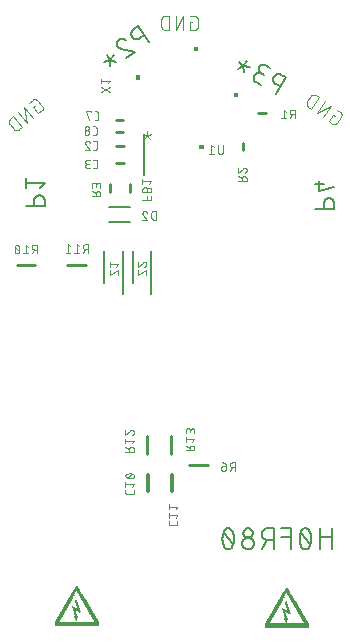
<source format=gbr>
G04 EAGLE Gerber RS-274X export*
G75*
%MOMM*%
%FSLAX34Y34*%
%LPD*%
%INSilkscreen Bottom*%
%IPPOS*%
%AMOC8*
5,1,8,0,0,1.08239X$1,22.5*%
G01*
%ADD10C,0.101600*%
%ADD11C,0.152400*%
%ADD12R,3.644900X0.012700*%
%ADD13R,3.695700X0.012700*%
%ADD14R,3.721100X0.012700*%
%ADD15R,3.746500X0.012700*%
%ADD16R,3.771900X0.012700*%
%ADD17R,3.784600X0.012700*%
%ADD18R,3.797300X0.012700*%
%ADD19R,3.733800X0.012700*%
%ADD20R,3.670300X0.012700*%
%ADD21R,3.657600X0.012700*%
%ADD22R,3.632200X0.012700*%
%ADD23R,0.279400X0.012700*%
%ADD24R,0.266700X0.012700*%
%ADD25R,0.292100X0.012700*%
%ADD26R,0.012700X0.012700*%
%ADD27R,0.038100X0.012700*%
%ADD28R,0.063500X0.012700*%
%ADD29R,0.076200X0.012700*%
%ADD30R,0.101600X0.012700*%
%ADD31R,0.114300X0.012700*%
%ADD32R,0.139700X0.012700*%
%ADD33R,0.165100X0.012700*%
%ADD34R,0.177800X0.012700*%
%ADD35R,0.190500X0.012700*%
%ADD36R,0.215900X0.012700*%
%ADD37R,0.241300X0.012700*%
%ADD38R,0.254000X0.012700*%
%ADD39R,0.228600X0.012700*%
%ADD40R,0.152400X0.012700*%
%ADD41R,0.127000X0.012700*%
%ADD42R,0.203200X0.012700*%
%ADD43R,0.317500X0.012700*%
%ADD44R,0.355600X0.012700*%
%ADD45R,0.381000X0.012700*%
%ADD46R,0.533400X0.012700*%
%ADD47R,0.546100X0.012700*%
%ADD48R,0.368300X0.012700*%
%ADD49R,0.330200X0.012700*%
%ADD50R,0.304800X0.012700*%
%ADD51R,0.050800X0.012700*%
%ADD52R,0.508000X0.012700*%
%ADD53R,0.495300X0.012700*%
%ADD54R,0.469900X0.012700*%
%ADD55R,0.457200X0.012700*%
%ADD56R,0.444500X0.012700*%
%ADD57R,0.431800X0.012700*%
%ADD58R,0.419100X0.012700*%
%ADD59R,0.406400X0.012700*%
%ADD60R,0.393700X0.012700*%
%ADD61R,0.342900X0.012700*%
%ADD62C,0.076200*%
%ADD63C,0.254000*%
%ADD64C,0.050800*%
%ADD65C,0.150000*%
%ADD66C,0.304800*%
%ADD67C,0.200000*%

G36*
X17347Y468632D02*
X17347Y468632D01*
X17349Y468631D01*
X17392Y468651D01*
X17435Y468669D01*
X17436Y468671D01*
X17438Y468672D01*
X17471Y468757D01*
X17471Y471297D01*
X17470Y471299D01*
X17471Y471301D01*
X17451Y471344D01*
X17432Y471388D01*
X17430Y471388D01*
X17429Y471390D01*
X17345Y471423D01*
X13535Y471423D01*
X13533Y471422D01*
X13530Y471423D01*
X13487Y471403D01*
X13444Y471385D01*
X13443Y471383D01*
X13441Y471382D01*
X13408Y471297D01*
X13408Y468757D01*
X13409Y468755D01*
X13408Y468753D01*
X13428Y468710D01*
X13447Y468666D01*
X13449Y468666D01*
X13450Y468664D01*
X13535Y468631D01*
X17345Y468631D01*
X17347Y468632D01*
G37*
G36*
X-32193Y444099D02*
X-32193Y444099D01*
X-32190Y444098D01*
X-32147Y444118D01*
X-32104Y444136D01*
X-32103Y444138D01*
X-32101Y444139D01*
X-32068Y444224D01*
X-32068Y448034D01*
X-32069Y448036D01*
X-32068Y448038D01*
X-32088Y448081D01*
X-32107Y448125D01*
X-32109Y448125D01*
X-32110Y448127D01*
X-32195Y448160D01*
X-34735Y448160D01*
X-34737Y448159D01*
X-34739Y448160D01*
X-34782Y448140D01*
X-34825Y448122D01*
X-34826Y448120D01*
X-34828Y448119D01*
X-34861Y448034D01*
X-34861Y444224D01*
X-34860Y444222D01*
X-34861Y444220D01*
X-34841Y444177D01*
X-34822Y444133D01*
X-34820Y444133D01*
X-34819Y444131D01*
X-34735Y444098D01*
X-32195Y444098D01*
X-32193Y444099D01*
G37*
G36*
X50612Y429096D02*
X50612Y429096D01*
X50614Y429095D01*
X50657Y429115D01*
X50700Y429133D01*
X50701Y429135D01*
X50703Y429136D01*
X50736Y429221D01*
X50736Y433031D01*
X50735Y433033D01*
X50736Y433035D01*
X50716Y433078D01*
X50697Y433122D01*
X50695Y433122D01*
X50694Y433124D01*
X50610Y433157D01*
X48070Y433157D01*
X48068Y433156D01*
X48065Y433157D01*
X48022Y433137D01*
X47979Y433119D01*
X47978Y433117D01*
X47976Y433116D01*
X47943Y433031D01*
X47943Y429221D01*
X47944Y429219D01*
X47943Y429217D01*
X47963Y429174D01*
X47982Y429130D01*
X47984Y429130D01*
X47985Y429128D01*
X48070Y429095D01*
X50610Y429095D01*
X50612Y429096D01*
G37*
G36*
X22348Y385828D02*
X22348Y385828D01*
X22350Y385827D01*
X22393Y385847D01*
X22436Y385865D01*
X22437Y385867D01*
X22439Y385868D01*
X22472Y385953D01*
X22472Y388493D01*
X22471Y388495D01*
X22472Y388497D01*
X22452Y388540D01*
X22433Y388584D01*
X22431Y388584D01*
X22430Y388586D01*
X22346Y388619D01*
X18536Y388619D01*
X18534Y388618D01*
X18531Y388619D01*
X18488Y388599D01*
X18445Y388581D01*
X18444Y388579D01*
X18442Y388578D01*
X18409Y388493D01*
X18409Y385953D01*
X18410Y385951D01*
X18409Y385949D01*
X18429Y385906D01*
X18448Y385862D01*
X18450Y385862D01*
X18451Y385860D01*
X18536Y385827D01*
X22346Y385827D01*
X22348Y385828D01*
G37*
D10*
X133121Y413383D02*
X131526Y414500D01*
X127803Y409183D01*
X130993Y406949D01*
X131076Y406894D01*
X131160Y406842D01*
X131247Y406793D01*
X131335Y406747D01*
X131425Y406705D01*
X131517Y406666D01*
X131610Y406631D01*
X131704Y406599D01*
X131799Y406571D01*
X131896Y406547D01*
X131993Y406526D01*
X132091Y406510D01*
X132190Y406496D01*
X132289Y406487D01*
X132388Y406482D01*
X132488Y406480D01*
X132587Y406482D01*
X132686Y406488D01*
X132785Y406498D01*
X132884Y406511D01*
X132982Y406529D01*
X133079Y406550D01*
X133175Y406574D01*
X133271Y406603D01*
X133365Y406635D01*
X133458Y406670D01*
X133549Y406709D01*
X133639Y406752D01*
X133727Y406798D01*
X133813Y406847D01*
X133898Y406900D01*
X133980Y406956D01*
X134060Y407015D01*
X134138Y407077D01*
X134213Y407142D01*
X134286Y407209D01*
X134356Y407280D01*
X134424Y407353D01*
X134488Y407429D01*
X134550Y407507D01*
X134609Y407587D01*
X138332Y412904D01*
X138387Y412987D01*
X138439Y413071D01*
X138488Y413158D01*
X138534Y413246D01*
X138576Y413336D01*
X138615Y413428D01*
X138650Y413521D01*
X138682Y413615D01*
X138710Y413710D01*
X138734Y413807D01*
X138755Y413904D01*
X138771Y414002D01*
X138785Y414101D01*
X138794Y414200D01*
X138799Y414299D01*
X138801Y414399D01*
X138799Y414498D01*
X138793Y414597D01*
X138783Y414696D01*
X138770Y414795D01*
X138752Y414893D01*
X138731Y414990D01*
X138707Y415086D01*
X138678Y415182D01*
X138646Y415276D01*
X138611Y415369D01*
X138572Y415460D01*
X138529Y415550D01*
X138483Y415638D01*
X138434Y415724D01*
X138381Y415809D01*
X138325Y415891D01*
X138266Y415971D01*
X138204Y416049D01*
X138139Y416124D01*
X138072Y416197D01*
X138001Y416267D01*
X137928Y416335D01*
X137852Y416399D01*
X137774Y416461D01*
X137694Y416520D01*
X137695Y416520D02*
X134504Y418754D01*
X129835Y422024D02*
X123133Y412453D01*
X117816Y416176D02*
X129835Y422024D01*
X124517Y425747D02*
X117816Y416176D01*
X113146Y419446D02*
X119847Y429017D01*
X117189Y430878D01*
X117189Y430879D02*
X117095Y430942D01*
X116999Y431002D01*
X116901Y431059D01*
X116801Y431112D01*
X116699Y431162D01*
X116595Y431208D01*
X116490Y431250D01*
X116384Y431289D01*
X116276Y431324D01*
X116167Y431355D01*
X116057Y431383D01*
X115946Y431406D01*
X115835Y431426D01*
X115723Y431442D01*
X115610Y431454D01*
X115497Y431462D01*
X115384Y431466D01*
X115270Y431466D01*
X115157Y431462D01*
X115044Y431454D01*
X114931Y431442D01*
X114819Y431426D01*
X114708Y431406D01*
X114597Y431383D01*
X114487Y431355D01*
X114378Y431324D01*
X114270Y431289D01*
X114164Y431250D01*
X114059Y431208D01*
X113955Y431162D01*
X113853Y431112D01*
X113753Y431059D01*
X113655Y431002D01*
X113559Y430942D01*
X113465Y430879D01*
X113374Y430812D01*
X113284Y430743D01*
X113197Y430670D01*
X113113Y430594D01*
X113032Y430515D01*
X112953Y430434D01*
X112877Y430350D01*
X112804Y430263D01*
X112735Y430174D01*
X112668Y430082D01*
X112669Y430081D02*
X109690Y425828D01*
X109627Y425734D01*
X109567Y425638D01*
X109510Y425540D01*
X109457Y425440D01*
X109407Y425338D01*
X109361Y425234D01*
X109319Y425129D01*
X109280Y425023D01*
X109245Y424915D01*
X109214Y424806D01*
X109186Y424696D01*
X109163Y424585D01*
X109143Y424474D01*
X109127Y424362D01*
X109115Y424249D01*
X109107Y424136D01*
X109103Y424023D01*
X109103Y423909D01*
X109107Y423796D01*
X109115Y423683D01*
X109127Y423570D01*
X109143Y423458D01*
X109163Y423347D01*
X109186Y423236D01*
X109214Y423126D01*
X109245Y423017D01*
X109280Y422909D01*
X109319Y422803D01*
X109361Y422698D01*
X109407Y422594D01*
X109457Y422492D01*
X109510Y422392D01*
X109567Y422294D01*
X109627Y422198D01*
X109690Y422104D01*
X109757Y422012D01*
X109826Y421923D01*
X109899Y421836D01*
X109975Y421752D01*
X110054Y421671D01*
X110135Y421592D01*
X110219Y421516D01*
X110306Y421443D01*
X110396Y421374D01*
X110487Y421307D01*
X113146Y419446D01*
X12481Y492774D02*
X10534Y492774D01*
X10534Y486283D01*
X14429Y486283D01*
X14528Y486285D01*
X14628Y486291D01*
X14727Y486300D01*
X14825Y486313D01*
X14923Y486330D01*
X15021Y486351D01*
X15117Y486376D01*
X15212Y486404D01*
X15306Y486436D01*
X15399Y486471D01*
X15491Y486510D01*
X15581Y486553D01*
X15669Y486598D01*
X15756Y486648D01*
X15840Y486700D01*
X15923Y486756D01*
X16003Y486814D01*
X16081Y486876D01*
X16156Y486941D01*
X16229Y487009D01*
X16299Y487079D01*
X16367Y487152D01*
X16432Y487227D01*
X16494Y487305D01*
X16552Y487385D01*
X16608Y487468D01*
X16660Y487552D01*
X16710Y487639D01*
X16755Y487727D01*
X16798Y487817D01*
X16837Y487909D01*
X16872Y488002D01*
X16904Y488096D01*
X16932Y488191D01*
X16957Y488287D01*
X16978Y488385D01*
X16995Y488483D01*
X17008Y488581D01*
X17017Y488680D01*
X17023Y488780D01*
X17025Y488879D01*
X17025Y495371D01*
X17023Y495470D01*
X17017Y495570D01*
X17008Y495669D01*
X16995Y495767D01*
X16978Y495865D01*
X16957Y495963D01*
X16932Y496059D01*
X16904Y496154D01*
X16872Y496248D01*
X16837Y496341D01*
X16798Y496433D01*
X16755Y496523D01*
X16710Y496611D01*
X16660Y496698D01*
X16608Y496782D01*
X16552Y496865D01*
X16494Y496945D01*
X16432Y497023D01*
X16367Y497098D01*
X16299Y497171D01*
X16229Y497241D01*
X16156Y497309D01*
X16081Y497374D01*
X16003Y497436D01*
X15923Y497494D01*
X15840Y497550D01*
X15756Y497602D01*
X15669Y497652D01*
X15581Y497697D01*
X15491Y497740D01*
X15399Y497779D01*
X15306Y497814D01*
X15212Y497846D01*
X15117Y497874D01*
X15021Y497899D01*
X14923Y497920D01*
X14825Y497937D01*
X14727Y497950D01*
X14628Y497959D01*
X14528Y497965D01*
X14429Y497967D01*
X10534Y497967D01*
X4833Y497967D02*
X4833Y486283D01*
X-1658Y486283D02*
X4833Y497967D01*
X-1658Y497967D02*
X-1658Y486283D01*
X-7359Y486283D02*
X-7359Y497967D01*
X-10604Y497967D01*
X-10717Y497965D01*
X-10830Y497959D01*
X-10943Y497949D01*
X-11056Y497935D01*
X-11168Y497918D01*
X-11279Y497896D01*
X-11389Y497871D01*
X-11499Y497841D01*
X-11607Y497808D01*
X-11714Y497771D01*
X-11820Y497731D01*
X-11924Y497686D01*
X-12027Y497638D01*
X-12128Y497587D01*
X-12227Y497532D01*
X-12324Y497474D01*
X-12419Y497412D01*
X-12512Y497347D01*
X-12602Y497279D01*
X-12690Y497208D01*
X-12776Y497133D01*
X-12859Y497056D01*
X-12939Y496976D01*
X-13016Y496893D01*
X-13091Y496807D01*
X-13162Y496719D01*
X-13230Y496629D01*
X-13295Y496536D01*
X-13357Y496441D01*
X-13415Y496344D01*
X-13470Y496245D01*
X-13521Y496144D01*
X-13569Y496041D01*
X-13614Y495937D01*
X-13654Y495831D01*
X-13691Y495724D01*
X-13724Y495616D01*
X-13754Y495506D01*
X-13779Y495396D01*
X-13801Y495285D01*
X-13818Y495173D01*
X-13832Y495060D01*
X-13842Y494947D01*
X-13848Y494834D01*
X-13850Y494721D01*
X-13850Y489529D01*
X-13848Y489416D01*
X-13842Y489303D01*
X-13832Y489190D01*
X-13818Y489077D01*
X-13801Y488965D01*
X-13779Y488854D01*
X-13754Y488744D01*
X-13724Y488634D01*
X-13691Y488526D01*
X-13654Y488419D01*
X-13614Y488313D01*
X-13569Y488209D01*
X-13521Y488106D01*
X-13470Y488005D01*
X-13415Y487906D01*
X-13357Y487809D01*
X-13295Y487714D01*
X-13230Y487621D01*
X-13162Y487531D01*
X-13091Y487443D01*
X-13016Y487357D01*
X-12939Y487274D01*
X-12859Y487194D01*
X-12776Y487117D01*
X-12690Y487042D01*
X-12602Y486971D01*
X-12512Y486903D01*
X-12419Y486838D01*
X-12324Y486776D01*
X-12227Y486718D01*
X-12128Y486663D01*
X-12027Y486612D01*
X-11924Y486564D01*
X-11820Y486519D01*
X-11714Y486479D01*
X-11607Y486442D01*
X-11499Y486409D01*
X-11389Y486379D01*
X-11279Y486354D01*
X-11168Y486332D01*
X-11056Y486315D01*
X-10943Y486301D01*
X-10830Y486291D01*
X-10717Y486285D01*
X-10604Y486283D01*
X-7359Y486283D01*
X-120660Y421837D02*
X-122151Y420585D01*
X-117979Y415613D01*
X-114996Y418116D01*
X-114921Y418182D01*
X-114849Y418250D01*
X-114779Y418321D01*
X-114712Y418394D01*
X-114648Y418470D01*
X-114587Y418549D01*
X-114529Y418630D01*
X-114474Y418712D01*
X-114422Y418797D01*
X-114374Y418884D01*
X-114329Y418973D01*
X-114287Y419063D01*
X-114249Y419155D01*
X-114214Y419248D01*
X-114183Y419343D01*
X-114156Y419438D01*
X-114132Y419535D01*
X-114112Y419632D01*
X-114096Y419731D01*
X-114084Y419829D01*
X-114075Y419928D01*
X-114070Y420028D01*
X-114069Y420127D01*
X-114072Y420227D01*
X-114078Y420326D01*
X-114089Y420425D01*
X-114103Y420523D01*
X-114121Y420621D01*
X-114142Y420718D01*
X-114168Y420814D01*
X-114197Y420909D01*
X-114229Y421003D01*
X-114266Y421096D01*
X-114305Y421187D01*
X-114348Y421277D01*
X-114395Y421365D01*
X-114445Y421451D01*
X-114498Y421535D01*
X-114554Y421617D01*
X-114614Y421696D01*
X-114676Y421774D01*
X-118848Y426747D01*
X-118914Y426822D01*
X-118982Y426894D01*
X-119053Y426964D01*
X-119126Y427031D01*
X-119202Y427095D01*
X-119281Y427156D01*
X-119362Y427214D01*
X-119444Y427269D01*
X-119529Y427321D01*
X-119616Y427369D01*
X-119705Y427414D01*
X-119795Y427456D01*
X-119887Y427494D01*
X-119980Y427529D01*
X-120075Y427560D01*
X-120170Y427587D01*
X-120267Y427611D01*
X-120364Y427631D01*
X-120463Y427647D01*
X-120561Y427659D01*
X-120660Y427668D01*
X-120760Y427673D01*
X-120859Y427674D01*
X-120959Y427671D01*
X-121058Y427665D01*
X-121157Y427654D01*
X-121255Y427640D01*
X-121353Y427622D01*
X-121450Y427601D01*
X-121546Y427575D01*
X-121641Y427546D01*
X-121735Y427514D01*
X-121828Y427477D01*
X-121919Y427438D01*
X-122009Y427395D01*
X-122097Y427348D01*
X-122183Y427298D01*
X-122267Y427245D01*
X-122349Y427189D01*
X-122428Y427129D01*
X-122506Y427067D01*
X-125489Y424563D01*
X-129857Y420899D02*
X-122346Y411948D01*
X-127319Y407776D02*
X-129857Y420899D01*
X-134829Y416726D02*
X-127319Y407776D01*
X-131686Y404112D02*
X-139196Y413062D01*
X-141682Y410976D01*
X-141682Y410977D02*
X-141768Y410902D01*
X-141851Y410825D01*
X-141931Y410745D01*
X-142008Y410662D01*
X-142083Y410576D01*
X-142154Y410488D01*
X-142222Y410398D01*
X-142287Y410305D01*
X-142349Y410210D01*
X-142407Y410113D01*
X-142462Y410014D01*
X-142513Y409913D01*
X-142561Y409810D01*
X-142606Y409706D01*
X-142646Y409600D01*
X-142683Y409493D01*
X-142716Y409385D01*
X-142746Y409275D01*
X-142771Y409165D01*
X-142793Y409054D01*
X-142810Y408942D01*
X-142824Y408829D01*
X-142834Y408716D01*
X-142840Y408603D01*
X-142842Y408490D01*
X-142840Y408377D01*
X-142834Y408264D01*
X-142824Y408151D01*
X-142810Y408038D01*
X-142793Y407926D01*
X-142771Y407815D01*
X-142746Y407705D01*
X-142716Y407595D01*
X-142683Y407487D01*
X-142646Y407380D01*
X-142606Y407274D01*
X-142561Y407170D01*
X-142513Y407067D01*
X-142462Y406966D01*
X-142407Y406867D01*
X-142349Y406770D01*
X-142287Y406675D01*
X-142222Y406582D01*
X-142154Y406492D01*
X-142083Y406403D01*
X-142082Y406403D02*
X-138744Y402425D01*
X-138745Y402426D02*
X-138670Y402340D01*
X-138593Y402257D01*
X-138513Y402177D01*
X-138430Y402100D01*
X-138344Y402025D01*
X-138256Y401954D01*
X-138166Y401886D01*
X-138073Y401821D01*
X-137978Y401759D01*
X-137881Y401701D01*
X-137782Y401646D01*
X-137681Y401595D01*
X-137578Y401547D01*
X-137474Y401502D01*
X-137368Y401462D01*
X-137261Y401425D01*
X-137153Y401392D01*
X-137043Y401362D01*
X-136933Y401337D01*
X-136822Y401315D01*
X-136710Y401298D01*
X-136597Y401284D01*
X-136484Y401274D01*
X-136371Y401268D01*
X-136258Y401266D01*
X-136145Y401268D01*
X-136032Y401274D01*
X-135919Y401284D01*
X-135806Y401298D01*
X-135694Y401315D01*
X-135583Y401337D01*
X-135473Y401362D01*
X-135363Y401392D01*
X-135255Y401425D01*
X-135148Y401462D01*
X-135042Y401502D01*
X-134938Y401547D01*
X-134835Y401595D01*
X-134734Y401646D01*
X-134635Y401701D01*
X-134538Y401759D01*
X-134443Y401821D01*
X-134350Y401886D01*
X-134260Y401954D01*
X-134171Y402025D01*
X-134172Y402025D02*
X-131686Y404112D01*
D11*
X-128778Y337285D02*
X-112522Y337285D01*
X-112522Y341800D01*
X-112524Y341933D01*
X-112530Y342065D01*
X-112540Y342197D01*
X-112553Y342329D01*
X-112571Y342461D01*
X-112592Y342591D01*
X-112617Y342722D01*
X-112646Y342851D01*
X-112679Y342979D01*
X-112715Y343107D01*
X-112755Y343233D01*
X-112799Y343358D01*
X-112847Y343482D01*
X-112898Y343604D01*
X-112953Y343725D01*
X-113011Y343844D01*
X-113073Y343962D01*
X-113138Y344077D01*
X-113207Y344191D01*
X-113278Y344302D01*
X-113354Y344411D01*
X-113432Y344518D01*
X-113513Y344623D01*
X-113598Y344725D01*
X-113685Y344825D01*
X-113775Y344922D01*
X-113868Y345017D01*
X-113964Y345108D01*
X-114062Y345197D01*
X-114163Y345283D01*
X-114267Y345366D01*
X-114373Y345446D01*
X-114481Y345522D01*
X-114591Y345596D01*
X-114704Y345666D01*
X-114818Y345733D01*
X-114935Y345796D01*
X-115053Y345856D01*
X-115173Y345913D01*
X-115295Y345966D01*
X-115418Y346015D01*
X-115542Y346061D01*
X-115668Y346103D01*
X-115795Y346141D01*
X-115923Y346176D01*
X-116052Y346207D01*
X-116181Y346234D01*
X-116312Y346257D01*
X-116443Y346277D01*
X-116575Y346292D01*
X-116707Y346304D01*
X-116839Y346312D01*
X-116972Y346316D01*
X-117104Y346316D01*
X-117237Y346312D01*
X-117369Y346304D01*
X-117501Y346292D01*
X-117633Y346277D01*
X-117764Y346257D01*
X-117895Y346234D01*
X-118024Y346207D01*
X-118153Y346176D01*
X-118281Y346141D01*
X-118408Y346103D01*
X-118534Y346061D01*
X-118658Y346015D01*
X-118781Y345966D01*
X-118903Y345913D01*
X-119023Y345856D01*
X-119141Y345796D01*
X-119258Y345733D01*
X-119372Y345666D01*
X-119485Y345596D01*
X-119595Y345522D01*
X-119703Y345446D01*
X-119809Y345366D01*
X-119913Y345283D01*
X-120014Y345197D01*
X-120112Y345108D01*
X-120208Y345017D01*
X-120301Y344922D01*
X-120391Y344825D01*
X-120478Y344725D01*
X-120563Y344623D01*
X-120644Y344518D01*
X-120722Y344411D01*
X-120798Y344302D01*
X-120869Y344191D01*
X-120938Y344077D01*
X-121003Y343962D01*
X-121065Y343844D01*
X-121123Y343725D01*
X-121178Y343604D01*
X-121229Y343482D01*
X-121277Y343358D01*
X-121321Y343233D01*
X-121361Y343107D01*
X-121397Y342979D01*
X-121430Y342851D01*
X-121459Y342722D01*
X-121484Y342591D01*
X-121505Y342461D01*
X-121523Y342329D01*
X-121536Y342197D01*
X-121546Y342065D01*
X-121552Y341933D01*
X-121554Y341800D01*
X-121553Y341800D02*
X-121553Y337285D01*
X-116134Y352184D02*
X-112522Y356700D01*
X-128778Y356700D01*
X-128778Y361215D02*
X-128778Y352184D01*
X-24309Y475989D02*
X-33633Y489305D01*
X-37332Y486715D01*
X-37441Y486637D01*
X-37547Y486555D01*
X-37651Y486471D01*
X-37752Y486383D01*
X-37850Y486292D01*
X-37946Y486199D01*
X-38039Y486102D01*
X-38129Y486003D01*
X-38216Y485902D01*
X-38300Y485797D01*
X-38381Y485691D01*
X-38458Y485582D01*
X-38533Y485471D01*
X-38604Y485357D01*
X-38671Y485242D01*
X-38736Y485124D01*
X-38796Y485005D01*
X-38854Y484884D01*
X-38907Y484761D01*
X-38957Y484637D01*
X-39003Y484512D01*
X-39046Y484385D01*
X-39084Y484256D01*
X-39119Y484127D01*
X-39150Y483997D01*
X-39177Y483866D01*
X-39201Y483734D01*
X-39220Y483602D01*
X-39235Y483469D01*
X-39247Y483335D01*
X-39254Y483202D01*
X-39258Y483068D01*
X-39257Y482934D01*
X-39253Y482800D01*
X-39244Y482667D01*
X-39232Y482534D01*
X-39216Y482401D01*
X-39196Y482268D01*
X-39172Y482137D01*
X-39144Y482006D01*
X-39112Y481876D01*
X-39076Y481747D01*
X-39037Y481619D01*
X-38993Y481492D01*
X-38946Y481367D01*
X-38896Y481243D01*
X-38841Y481121D01*
X-38783Y481000D01*
X-38722Y480881D01*
X-38657Y480764D01*
X-38588Y480649D01*
X-38516Y480536D01*
X-38441Y480426D01*
X-38363Y480317D01*
X-38281Y480211D01*
X-38197Y480107D01*
X-38109Y480006D01*
X-38018Y479908D01*
X-37925Y479812D01*
X-37828Y479719D01*
X-37729Y479629D01*
X-37628Y479542D01*
X-37524Y479458D01*
X-37417Y479377D01*
X-37308Y479300D01*
X-37197Y479225D01*
X-37083Y479154D01*
X-36968Y479087D01*
X-36850Y479022D01*
X-36731Y478962D01*
X-36610Y478904D01*
X-36487Y478851D01*
X-36363Y478801D01*
X-36238Y478755D01*
X-36111Y478712D01*
X-35983Y478674D01*
X-35853Y478639D01*
X-35723Y478608D01*
X-35592Y478581D01*
X-35460Y478557D01*
X-35328Y478538D01*
X-35195Y478523D01*
X-35061Y478511D01*
X-34928Y478504D01*
X-34794Y478500D01*
X-34660Y478501D01*
X-34526Y478505D01*
X-34393Y478514D01*
X-34260Y478526D01*
X-34127Y478542D01*
X-33994Y478562D01*
X-33863Y478586D01*
X-33732Y478614D01*
X-33602Y478646D01*
X-33473Y478682D01*
X-33345Y478721D01*
X-33218Y478765D01*
X-33093Y478812D01*
X-32969Y478862D01*
X-32847Y478917D01*
X-32726Y478975D01*
X-32607Y479036D01*
X-32490Y479101D01*
X-32375Y479170D01*
X-32263Y479242D01*
X-32152Y479317D01*
X-28453Y481907D01*
X-49906Y477910D02*
X-50007Y477837D01*
X-50106Y477760D01*
X-50203Y477681D01*
X-50297Y477598D01*
X-50389Y477513D01*
X-50478Y477425D01*
X-50564Y477334D01*
X-50648Y477241D01*
X-50728Y477145D01*
X-50806Y477047D01*
X-50880Y476946D01*
X-50951Y476843D01*
X-51019Y476738D01*
X-51084Y476631D01*
X-51146Y476522D01*
X-51204Y476411D01*
X-51258Y476299D01*
X-51309Y476184D01*
X-51357Y476069D01*
X-51401Y475951D01*
X-51441Y475833D01*
X-51478Y475713D01*
X-51511Y475592D01*
X-51540Y475471D01*
X-51566Y475348D01*
X-51588Y475225D01*
X-51606Y475101D01*
X-51620Y474977D01*
X-51630Y474852D01*
X-51636Y474727D01*
X-51639Y474602D01*
X-51638Y474477D01*
X-51633Y474352D01*
X-51624Y474227D01*
X-51611Y474102D01*
X-51594Y473978D01*
X-51574Y473855D01*
X-51549Y473732D01*
X-51521Y473610D01*
X-51490Y473489D01*
X-51454Y473369D01*
X-51415Y473250D01*
X-51372Y473132D01*
X-51326Y473016D01*
X-51276Y472901D01*
X-51222Y472788D01*
X-51165Y472677D01*
X-51105Y472567D01*
X-51041Y472459D01*
X-50974Y472354D01*
X-50904Y472250D01*
X-49907Y477910D02*
X-49789Y477990D01*
X-49668Y478067D01*
X-49546Y478141D01*
X-49422Y478211D01*
X-49296Y478278D01*
X-49168Y478341D01*
X-49038Y478401D01*
X-48907Y478458D01*
X-48775Y478510D01*
X-48641Y478560D01*
X-48505Y478605D01*
X-48369Y478647D01*
X-48231Y478685D01*
X-48093Y478719D01*
X-47953Y478749D01*
X-47813Y478776D01*
X-47672Y478798D01*
X-47531Y478817D01*
X-47389Y478832D01*
X-47246Y478843D01*
X-47104Y478850D01*
X-46961Y478854D01*
X-46818Y478853D01*
X-46676Y478849D01*
X-46533Y478840D01*
X-46391Y478828D01*
X-46249Y478812D01*
X-46108Y478792D01*
X-45967Y478768D01*
X-45827Y478740D01*
X-45688Y478708D01*
X-45550Y478673D01*
X-45412Y478634D01*
X-45276Y478591D01*
X-45141Y478545D01*
X-45008Y478494D01*
X-44876Y478440D01*
X-44745Y478383D01*
X-44616Y478322D01*
X-44489Y478257D01*
X-44363Y478190D01*
X-44239Y478118D01*
X-44118Y478043D01*
X-43998Y477965D01*
X-43881Y477884D01*
X-43766Y477800D01*
X-47982Y470438D02*
X-48111Y470460D01*
X-48240Y470485D01*
X-48367Y470514D01*
X-48494Y470547D01*
X-48619Y470584D01*
X-48744Y470625D01*
X-48867Y470669D01*
X-48989Y470717D01*
X-49109Y470769D01*
X-49228Y470824D01*
X-49345Y470882D01*
X-49460Y470945D01*
X-49573Y471010D01*
X-49685Y471079D01*
X-49794Y471151D01*
X-49901Y471227D01*
X-50005Y471306D01*
X-50108Y471388D01*
X-50207Y471472D01*
X-50304Y471560D01*
X-50399Y471651D01*
X-50490Y471744D01*
X-50579Y471840D01*
X-50665Y471939D01*
X-50748Y472041D01*
X-50828Y472144D01*
X-50905Y472250D01*
X-47982Y470438D02*
X-36514Y467443D01*
X-43911Y462263D01*
X-57070Y460767D02*
X-60178Y465206D01*
X-57070Y460767D02*
X-57328Y455625D01*
X-57070Y460767D02*
X-52149Y459251D01*
X-57070Y460767D02*
X-62175Y459398D01*
X-57070Y460767D02*
X-54037Y465096D01*
X83338Y432090D02*
X91466Y446168D01*
X87555Y448426D01*
X87556Y448426D02*
X87439Y448491D01*
X87320Y448553D01*
X87200Y448611D01*
X87078Y448666D01*
X86954Y448716D01*
X86829Y448764D01*
X86702Y448807D01*
X86574Y448847D01*
X86445Y448883D01*
X86315Y448915D01*
X86184Y448943D01*
X86053Y448967D01*
X85921Y448988D01*
X85788Y449004D01*
X85655Y449017D01*
X85521Y449025D01*
X85387Y449030D01*
X85253Y449031D01*
X85120Y449027D01*
X84986Y449020D01*
X84853Y449009D01*
X84720Y448994D01*
X84587Y448975D01*
X84455Y448952D01*
X84324Y448925D01*
X84194Y448894D01*
X84065Y448859D01*
X83936Y448821D01*
X83809Y448779D01*
X83684Y448733D01*
X83560Y448683D01*
X83437Y448630D01*
X83316Y448573D01*
X83196Y448512D01*
X83079Y448448D01*
X82963Y448381D01*
X82850Y448310D01*
X82738Y448235D01*
X82629Y448158D01*
X82522Y448077D01*
X82418Y447994D01*
X82316Y447907D01*
X82217Y447817D01*
X82121Y447724D01*
X82027Y447628D01*
X81936Y447530D01*
X81848Y447429D01*
X81763Y447326D01*
X81682Y447220D01*
X81603Y447111D01*
X81528Y447001D01*
X81456Y446888D01*
X81387Y446773D01*
X81322Y446656D01*
X81260Y446537D01*
X81202Y446417D01*
X81147Y446295D01*
X81097Y446171D01*
X81049Y446046D01*
X81006Y445919D01*
X80966Y445791D01*
X80930Y445662D01*
X80898Y445532D01*
X80870Y445402D01*
X80846Y445270D01*
X80825Y445138D01*
X80809Y445005D01*
X80796Y444872D01*
X80788Y444738D01*
X80783Y444604D01*
X80782Y444470D01*
X80786Y444337D01*
X80793Y444203D01*
X80804Y444070D01*
X80819Y443937D01*
X80838Y443804D01*
X80861Y443672D01*
X80888Y443541D01*
X80919Y443411D01*
X80954Y443282D01*
X80992Y443153D01*
X81034Y443026D01*
X81080Y442901D01*
X81130Y442777D01*
X81183Y442654D01*
X81240Y442533D01*
X81301Y442413D01*
X81365Y442296D01*
X81432Y442180D01*
X81503Y442067D01*
X81578Y441955D01*
X81655Y441846D01*
X81736Y441739D01*
X81819Y441635D01*
X81906Y441533D01*
X81996Y441434D01*
X82089Y441338D01*
X82185Y441244D01*
X82283Y441153D01*
X82384Y441065D01*
X82487Y440980D01*
X82593Y440899D01*
X82702Y440820D01*
X82812Y440745D01*
X82925Y440673D01*
X83040Y440604D01*
X83040Y440605D02*
X86950Y438347D01*
X70435Y439539D02*
X66524Y441797D01*
X66410Y441865D01*
X66298Y441936D01*
X66189Y442011D01*
X66081Y442089D01*
X65976Y442169D01*
X65874Y442253D01*
X65773Y442340D01*
X65676Y442430D01*
X65581Y442523D01*
X65489Y442618D01*
X65399Y442716D01*
X65313Y442816D01*
X65230Y442920D01*
X65149Y443025D01*
X65072Y443133D01*
X64998Y443243D01*
X64927Y443355D01*
X64860Y443469D01*
X64796Y443585D01*
X64735Y443703D01*
X64678Y443823D01*
X64625Y443944D01*
X64575Y444067D01*
X64528Y444191D01*
X64486Y444317D01*
X64447Y444443D01*
X64411Y444571D01*
X64380Y444700D01*
X64352Y444830D01*
X64328Y444960D01*
X64308Y445091D01*
X64292Y445223D01*
X64280Y445355D01*
X64271Y445487D01*
X64267Y445620D01*
X64266Y445752D01*
X64269Y445885D01*
X64277Y446017D01*
X64288Y446149D01*
X64303Y446281D01*
X64321Y446412D01*
X64344Y446543D01*
X64370Y446673D01*
X64401Y446802D01*
X64435Y446930D01*
X64472Y447057D01*
X64514Y447183D01*
X64559Y447308D01*
X64608Y447431D01*
X64660Y447553D01*
X64716Y447673D01*
X64775Y447792D01*
X64838Y447908D01*
X64905Y448023D01*
X64974Y448136D01*
X65047Y448247D01*
X65123Y448355D01*
X65203Y448462D01*
X65285Y448565D01*
X65370Y448667D01*
X65459Y448766D01*
X65550Y448862D01*
X65644Y448956D01*
X65741Y449046D01*
X65840Y449134D01*
X65942Y449219D01*
X66046Y449301D01*
X66153Y449380D01*
X66262Y449455D01*
X66373Y449528D01*
X66486Y449597D01*
X66601Y449662D01*
X66718Y449725D01*
X66837Y449784D01*
X66957Y449839D01*
X67079Y449891D01*
X67203Y449939D01*
X67328Y449983D01*
X67454Y450024D01*
X67581Y450061D01*
X67710Y450095D01*
X67839Y450124D01*
X67969Y450150D01*
X68100Y450172D01*
X68231Y450190D01*
X68363Y450204D01*
X68495Y450215D01*
X68627Y450221D01*
X68760Y450224D01*
X68893Y450223D01*
X69025Y450217D01*
X69157Y450208D01*
X69289Y450195D01*
X69421Y450179D01*
X69552Y450158D01*
X69682Y450133D01*
X69812Y450105D01*
X69940Y450073D01*
X70068Y450037D01*
X70194Y449997D01*
X70320Y449954D01*
X70444Y449907D01*
X70566Y449857D01*
X70687Y449802D01*
X70807Y449745D01*
X70924Y449684D01*
X71040Y449619D01*
X73870Y456327D02*
X78563Y453618D01*
X73870Y456326D02*
X73766Y456384D01*
X73659Y456439D01*
X73551Y456490D01*
X73442Y456537D01*
X73330Y456581D01*
X73218Y456621D01*
X73104Y456657D01*
X72989Y456689D01*
X72873Y456718D01*
X72756Y456743D01*
X72639Y456764D01*
X72521Y456781D01*
X72402Y456794D01*
X72283Y456803D01*
X72164Y456809D01*
X72044Y456810D01*
X71925Y456807D01*
X71805Y456801D01*
X71686Y456790D01*
X71568Y456776D01*
X71450Y456757D01*
X71333Y456735D01*
X71216Y456709D01*
X71100Y456679D01*
X70986Y456645D01*
X70872Y456608D01*
X70760Y456567D01*
X70650Y456522D01*
X70541Y456473D01*
X70433Y456421D01*
X70327Y456365D01*
X70224Y456306D01*
X70122Y456243D01*
X70022Y456178D01*
X69925Y456108D01*
X69830Y456036D01*
X69737Y455961D01*
X69647Y455882D01*
X69560Y455801D01*
X69475Y455717D01*
X69393Y455630D01*
X69314Y455540D01*
X69238Y455448D01*
X69165Y455353D01*
X69096Y455256D01*
X69029Y455157D01*
X68966Y455055D01*
X68906Y454952D01*
X68850Y454847D01*
X68797Y454740D01*
X68748Y454631D01*
X68703Y454520D01*
X68661Y454408D01*
X68623Y454295D01*
X68588Y454181D01*
X68558Y454065D01*
X68531Y453949D01*
X68508Y453832D01*
X68489Y453714D01*
X68474Y453595D01*
X68463Y453476D01*
X68456Y453357D01*
X68452Y453238D01*
X68453Y453118D01*
X68457Y452999D01*
X68466Y452880D01*
X68479Y452761D01*
X68495Y452643D01*
X68515Y452525D01*
X68539Y452408D01*
X68567Y452292D01*
X68599Y452177D01*
X68635Y452063D01*
X68674Y451950D01*
X68718Y451839D01*
X68764Y451729D01*
X68815Y451621D01*
X68869Y451514D01*
X68926Y451409D01*
X68987Y451306D01*
X69051Y451206D01*
X69119Y451107D01*
X69189Y451011D01*
X69263Y450917D01*
X69340Y450826D01*
X69420Y450737D01*
X69503Y450651D01*
X69589Y450568D01*
X69677Y450487D01*
X69768Y450410D01*
X69861Y450335D01*
X69957Y450264D01*
X70055Y450196D01*
X70156Y450131D01*
X70258Y450070D01*
X73386Y448264D01*
X55697Y455348D02*
X58406Y460041D01*
X55697Y455348D02*
X50927Y453409D01*
X55697Y455348D02*
X56402Y450248D01*
X55697Y455348D02*
X52298Y459396D01*
X55697Y455348D02*
X60902Y454429D01*
X116355Y334767D02*
X132611Y334767D01*
X132611Y339283D01*
X132609Y339416D01*
X132603Y339548D01*
X132593Y339680D01*
X132580Y339812D01*
X132562Y339944D01*
X132541Y340074D01*
X132516Y340205D01*
X132487Y340334D01*
X132454Y340462D01*
X132418Y340590D01*
X132378Y340716D01*
X132334Y340841D01*
X132286Y340965D01*
X132235Y341087D01*
X132180Y341208D01*
X132122Y341327D01*
X132060Y341445D01*
X131995Y341560D01*
X131926Y341674D01*
X131855Y341785D01*
X131779Y341894D01*
X131701Y342001D01*
X131620Y342106D01*
X131535Y342208D01*
X131448Y342308D01*
X131358Y342405D01*
X131265Y342500D01*
X131169Y342591D01*
X131071Y342680D01*
X130970Y342766D01*
X130866Y342849D01*
X130760Y342929D01*
X130652Y343005D01*
X130542Y343079D01*
X130429Y343149D01*
X130315Y343216D01*
X130198Y343279D01*
X130080Y343339D01*
X129960Y343396D01*
X129838Y343449D01*
X129715Y343498D01*
X129591Y343544D01*
X129465Y343586D01*
X129338Y343624D01*
X129210Y343659D01*
X129081Y343690D01*
X128952Y343717D01*
X128821Y343740D01*
X128690Y343760D01*
X128558Y343775D01*
X128426Y343787D01*
X128294Y343795D01*
X128161Y343799D01*
X128029Y343799D01*
X127896Y343795D01*
X127764Y343787D01*
X127632Y343775D01*
X127500Y343760D01*
X127369Y343740D01*
X127238Y343717D01*
X127109Y343690D01*
X126980Y343659D01*
X126852Y343624D01*
X126725Y343586D01*
X126599Y343544D01*
X126475Y343498D01*
X126352Y343449D01*
X126230Y343396D01*
X126110Y343339D01*
X125992Y343279D01*
X125875Y343216D01*
X125761Y343149D01*
X125648Y343079D01*
X125538Y343005D01*
X125430Y342929D01*
X125324Y342849D01*
X125220Y342766D01*
X125119Y342680D01*
X125021Y342591D01*
X124925Y342500D01*
X124832Y342405D01*
X124742Y342308D01*
X124655Y342208D01*
X124570Y342106D01*
X124489Y342001D01*
X124411Y341894D01*
X124335Y341785D01*
X124264Y341674D01*
X124195Y341560D01*
X124130Y341445D01*
X124068Y341327D01*
X124010Y341208D01*
X123955Y341087D01*
X123904Y340965D01*
X123856Y340841D01*
X123812Y340716D01*
X123772Y340590D01*
X123736Y340462D01*
X123703Y340334D01*
X123674Y340205D01*
X123649Y340074D01*
X123628Y339944D01*
X123610Y339812D01*
X123597Y339680D01*
X123587Y339548D01*
X123581Y339416D01*
X123579Y339283D01*
X123579Y334767D01*
X119967Y349667D02*
X132611Y353279D01*
X119967Y349667D02*
X119967Y358698D01*
X123579Y355988D02*
X116355Y355988D01*
X130394Y64453D02*
X130394Y46673D01*
X130394Y56550D02*
X120516Y56550D01*
X120516Y64453D02*
X120516Y46673D01*
X113085Y55563D02*
X113081Y55913D01*
X113068Y56262D01*
X113047Y56611D01*
X113018Y56960D01*
X112981Y57308D01*
X112935Y57655D01*
X112881Y58000D01*
X112819Y58344D01*
X112748Y58687D01*
X112669Y59028D01*
X112583Y59367D01*
X112488Y59703D01*
X112385Y60038D01*
X112274Y60369D01*
X112156Y60699D01*
X112029Y61025D01*
X111895Y61348D01*
X111753Y61667D01*
X111603Y61984D01*
X111603Y61983D02*
X111563Y62096D01*
X111519Y62206D01*
X111471Y62316D01*
X111420Y62423D01*
X111365Y62529D01*
X111307Y62634D01*
X111245Y62736D01*
X111180Y62836D01*
X111112Y62934D01*
X111041Y63030D01*
X110966Y63123D01*
X110889Y63214D01*
X110809Y63302D01*
X110726Y63387D01*
X110640Y63470D01*
X110551Y63550D01*
X110460Y63627D01*
X110366Y63701D01*
X110270Y63772D01*
X110172Y63840D01*
X110072Y63904D01*
X109969Y63966D01*
X109865Y64023D01*
X109759Y64078D01*
X109651Y64129D01*
X109541Y64176D01*
X109430Y64220D01*
X109318Y64260D01*
X109204Y64296D01*
X109090Y64329D01*
X108974Y64358D01*
X108857Y64383D01*
X108740Y64404D01*
X108622Y64422D01*
X108503Y64435D01*
X108384Y64445D01*
X108265Y64451D01*
X108146Y64453D01*
X108027Y64451D01*
X107908Y64445D01*
X107789Y64435D01*
X107670Y64422D01*
X107552Y64404D01*
X107435Y64383D01*
X107318Y64358D01*
X107202Y64329D01*
X107088Y64296D01*
X106974Y64260D01*
X106862Y64220D01*
X106751Y64176D01*
X106641Y64129D01*
X106533Y64078D01*
X106427Y64023D01*
X106323Y63966D01*
X106220Y63904D01*
X106120Y63840D01*
X106022Y63772D01*
X105926Y63701D01*
X105832Y63627D01*
X105741Y63550D01*
X105652Y63470D01*
X105567Y63387D01*
X105483Y63302D01*
X105403Y63214D01*
X105326Y63123D01*
X105251Y63030D01*
X105180Y62934D01*
X105112Y62836D01*
X105047Y62736D01*
X104985Y62634D01*
X104927Y62529D01*
X104872Y62424D01*
X104821Y62316D01*
X104773Y62206D01*
X104729Y62096D01*
X104689Y61983D01*
X104690Y61984D02*
X104540Y61667D01*
X104398Y61348D01*
X104264Y61025D01*
X104137Y60699D01*
X104019Y60369D01*
X103908Y60038D01*
X103805Y59703D01*
X103710Y59367D01*
X103624Y59028D01*
X103545Y58687D01*
X103474Y58344D01*
X103412Y58000D01*
X103358Y57655D01*
X103312Y57308D01*
X103275Y56960D01*
X103246Y56611D01*
X103225Y56262D01*
X103212Y55913D01*
X103208Y55563D01*
X113085Y55563D02*
X113081Y55213D01*
X113068Y54864D01*
X113047Y54515D01*
X113018Y54166D01*
X112981Y53818D01*
X112935Y53471D01*
X112881Y53126D01*
X112819Y52782D01*
X112748Y52439D01*
X112669Y52098D01*
X112583Y51759D01*
X112488Y51423D01*
X112385Y51088D01*
X112274Y50757D01*
X112156Y50428D01*
X112029Y50101D01*
X111895Y49778D01*
X111753Y49459D01*
X111603Y49143D01*
X111603Y49142D02*
X111563Y49029D01*
X111519Y48919D01*
X111471Y48809D01*
X111420Y48702D01*
X111365Y48596D01*
X111307Y48491D01*
X111245Y48389D01*
X111180Y48289D01*
X111112Y48191D01*
X111041Y48095D01*
X110966Y48002D01*
X110889Y47911D01*
X110809Y47823D01*
X110726Y47738D01*
X110640Y47655D01*
X110551Y47575D01*
X110460Y47498D01*
X110366Y47424D01*
X110270Y47353D01*
X110172Y47285D01*
X110072Y47221D01*
X109969Y47159D01*
X109865Y47102D01*
X109759Y47047D01*
X109651Y46996D01*
X109541Y46949D01*
X109430Y46905D01*
X109318Y46865D01*
X109204Y46829D01*
X109090Y46796D01*
X108974Y46767D01*
X108857Y46742D01*
X108740Y46721D01*
X108622Y46703D01*
X108503Y46690D01*
X108384Y46680D01*
X108265Y46674D01*
X108146Y46672D01*
X104690Y49143D02*
X104540Y49459D01*
X104398Y49778D01*
X104264Y50101D01*
X104137Y50428D01*
X104019Y50757D01*
X103908Y51088D01*
X103805Y51423D01*
X103710Y51759D01*
X103624Y52098D01*
X103545Y52439D01*
X103474Y52782D01*
X103412Y53126D01*
X103358Y53471D01*
X103312Y53818D01*
X103275Y54166D01*
X103246Y54515D01*
X103225Y54864D01*
X103212Y55213D01*
X103208Y55563D01*
X104689Y49142D02*
X104729Y49029D01*
X104773Y48919D01*
X104821Y48809D01*
X104872Y48701D01*
X104927Y48595D01*
X104985Y48491D01*
X105047Y48389D01*
X105112Y48289D01*
X105180Y48191D01*
X105251Y48095D01*
X105326Y48002D01*
X105403Y47911D01*
X105483Y47823D01*
X105567Y47738D01*
X105652Y47655D01*
X105741Y47575D01*
X105832Y47498D01*
X105926Y47424D01*
X106022Y47353D01*
X106120Y47285D01*
X106220Y47221D01*
X106323Y47159D01*
X106427Y47101D01*
X106533Y47047D01*
X106641Y46996D01*
X106751Y46949D01*
X106862Y46905D01*
X106974Y46865D01*
X107088Y46829D01*
X107202Y46796D01*
X107318Y46767D01*
X107435Y46742D01*
X107552Y46721D01*
X107670Y46703D01*
X107789Y46690D01*
X107908Y46680D01*
X108027Y46674D01*
X108146Y46672D01*
X112098Y50624D02*
X104195Y60501D01*
X95748Y64453D02*
X95748Y46673D01*
X95748Y64453D02*
X87846Y64453D01*
X87846Y56550D02*
X95748Y56550D01*
X81174Y64453D02*
X81174Y46673D01*
X81174Y64453D02*
X76235Y64453D01*
X76095Y64451D01*
X75956Y64445D01*
X75816Y64435D01*
X75677Y64421D01*
X75538Y64404D01*
X75400Y64382D01*
X75263Y64356D01*
X75126Y64327D01*
X74990Y64294D01*
X74856Y64257D01*
X74722Y64216D01*
X74590Y64171D01*
X74458Y64122D01*
X74329Y64070D01*
X74201Y64015D01*
X74074Y63955D01*
X73949Y63892D01*
X73826Y63826D01*
X73705Y63756D01*
X73586Y63683D01*
X73469Y63606D01*
X73355Y63526D01*
X73242Y63443D01*
X73132Y63357D01*
X73025Y63267D01*
X72920Y63175D01*
X72818Y63080D01*
X72718Y62982D01*
X72621Y62881D01*
X72527Y62777D01*
X72437Y62671D01*
X72349Y62562D01*
X72264Y62451D01*
X72183Y62337D01*
X72104Y62222D01*
X72029Y62104D01*
X71958Y61983D01*
X71890Y61861D01*
X71825Y61738D01*
X71764Y61612D01*
X71706Y61484D01*
X71652Y61356D01*
X71602Y61225D01*
X71555Y61093D01*
X71512Y60960D01*
X71473Y60826D01*
X71438Y60691D01*
X71407Y60555D01*
X71379Y60417D01*
X71356Y60280D01*
X71336Y60141D01*
X71320Y60002D01*
X71308Y59863D01*
X71300Y59724D01*
X71296Y59584D01*
X71296Y59444D01*
X71300Y59304D01*
X71308Y59165D01*
X71320Y59026D01*
X71336Y58887D01*
X71356Y58748D01*
X71379Y58611D01*
X71407Y58473D01*
X71438Y58337D01*
X71473Y58202D01*
X71512Y58068D01*
X71555Y57935D01*
X71602Y57803D01*
X71652Y57672D01*
X71706Y57544D01*
X71764Y57416D01*
X71825Y57290D01*
X71890Y57167D01*
X71958Y57044D01*
X72029Y56924D01*
X72104Y56806D01*
X72183Y56691D01*
X72264Y56577D01*
X72349Y56466D01*
X72437Y56357D01*
X72527Y56251D01*
X72621Y56147D01*
X72718Y56046D01*
X72818Y55948D01*
X72920Y55853D01*
X73025Y55761D01*
X73132Y55671D01*
X73242Y55585D01*
X73355Y55502D01*
X73469Y55422D01*
X73586Y55345D01*
X73705Y55272D01*
X73826Y55202D01*
X73949Y55136D01*
X74074Y55073D01*
X74201Y55013D01*
X74329Y54958D01*
X74458Y54906D01*
X74590Y54857D01*
X74722Y54812D01*
X74856Y54771D01*
X74990Y54734D01*
X75126Y54701D01*
X75263Y54672D01*
X75400Y54646D01*
X75538Y54624D01*
X75677Y54607D01*
X75816Y54593D01*
X75956Y54583D01*
X76095Y54577D01*
X76235Y54575D01*
X81174Y54575D01*
X75247Y54575D02*
X71296Y46673D01*
X64509Y51611D02*
X64507Y51751D01*
X64501Y51890D01*
X64491Y52030D01*
X64477Y52169D01*
X64460Y52308D01*
X64438Y52446D01*
X64412Y52583D01*
X64383Y52720D01*
X64350Y52856D01*
X64313Y52990D01*
X64272Y53124D01*
X64227Y53256D01*
X64178Y53388D01*
X64126Y53517D01*
X64071Y53645D01*
X64011Y53772D01*
X63948Y53897D01*
X63882Y54020D01*
X63812Y54141D01*
X63739Y54260D01*
X63662Y54377D01*
X63582Y54491D01*
X63499Y54604D01*
X63413Y54714D01*
X63323Y54821D01*
X63231Y54926D01*
X63136Y55028D01*
X63038Y55128D01*
X62937Y55225D01*
X62833Y55319D01*
X62727Y55409D01*
X62618Y55497D01*
X62507Y55582D01*
X62393Y55663D01*
X62278Y55742D01*
X62160Y55817D01*
X62040Y55888D01*
X61917Y55956D01*
X61794Y56021D01*
X61668Y56082D01*
X61540Y56140D01*
X61412Y56194D01*
X61281Y56244D01*
X61149Y56291D01*
X61016Y56334D01*
X60882Y56373D01*
X60747Y56408D01*
X60611Y56439D01*
X60473Y56467D01*
X60336Y56490D01*
X60197Y56510D01*
X60058Y56526D01*
X59919Y56538D01*
X59780Y56546D01*
X59640Y56550D01*
X59500Y56550D01*
X59360Y56546D01*
X59221Y56538D01*
X59082Y56526D01*
X58943Y56510D01*
X58804Y56490D01*
X58667Y56467D01*
X58529Y56439D01*
X58393Y56408D01*
X58258Y56373D01*
X58124Y56334D01*
X57991Y56291D01*
X57859Y56244D01*
X57728Y56194D01*
X57600Y56140D01*
X57472Y56082D01*
X57346Y56021D01*
X57223Y55956D01*
X57100Y55888D01*
X56980Y55817D01*
X56862Y55742D01*
X56747Y55663D01*
X56633Y55582D01*
X56522Y55497D01*
X56413Y55409D01*
X56307Y55319D01*
X56203Y55225D01*
X56102Y55128D01*
X56004Y55028D01*
X55909Y54926D01*
X55817Y54821D01*
X55727Y54714D01*
X55641Y54604D01*
X55558Y54491D01*
X55478Y54377D01*
X55401Y54260D01*
X55328Y54141D01*
X55258Y54020D01*
X55192Y53897D01*
X55129Y53772D01*
X55069Y53645D01*
X55014Y53517D01*
X54962Y53388D01*
X54913Y53256D01*
X54868Y53124D01*
X54827Y52990D01*
X54790Y52856D01*
X54757Y52720D01*
X54728Y52583D01*
X54702Y52446D01*
X54680Y52308D01*
X54663Y52169D01*
X54649Y52030D01*
X54639Y51890D01*
X54633Y51751D01*
X54631Y51611D01*
X54633Y51471D01*
X54639Y51332D01*
X54649Y51192D01*
X54663Y51053D01*
X54680Y50914D01*
X54702Y50776D01*
X54728Y50639D01*
X54757Y50502D01*
X54790Y50366D01*
X54827Y50232D01*
X54868Y50098D01*
X54913Y49966D01*
X54962Y49834D01*
X55014Y49705D01*
X55069Y49577D01*
X55129Y49450D01*
X55192Y49325D01*
X55258Y49202D01*
X55328Y49081D01*
X55401Y48962D01*
X55478Y48845D01*
X55558Y48731D01*
X55641Y48618D01*
X55727Y48508D01*
X55817Y48401D01*
X55909Y48296D01*
X56004Y48194D01*
X56102Y48094D01*
X56203Y47997D01*
X56307Y47903D01*
X56413Y47813D01*
X56522Y47725D01*
X56633Y47640D01*
X56747Y47559D01*
X56862Y47480D01*
X56980Y47405D01*
X57101Y47334D01*
X57223Y47266D01*
X57346Y47201D01*
X57472Y47140D01*
X57600Y47082D01*
X57728Y47028D01*
X57859Y46978D01*
X57991Y46931D01*
X58124Y46888D01*
X58258Y46849D01*
X58393Y46814D01*
X58529Y46783D01*
X58667Y46755D01*
X58804Y46732D01*
X58943Y46712D01*
X59082Y46696D01*
X59221Y46684D01*
X59360Y46676D01*
X59500Y46672D01*
X59640Y46672D01*
X59780Y46676D01*
X59919Y46684D01*
X60058Y46696D01*
X60197Y46712D01*
X60336Y46732D01*
X60473Y46755D01*
X60611Y46783D01*
X60747Y46814D01*
X60882Y46849D01*
X61016Y46888D01*
X61149Y46931D01*
X61281Y46978D01*
X61412Y47028D01*
X61540Y47082D01*
X61668Y47140D01*
X61794Y47201D01*
X61917Y47266D01*
X62040Y47334D01*
X62160Y47405D01*
X62278Y47480D01*
X62393Y47559D01*
X62507Y47640D01*
X62618Y47725D01*
X62727Y47813D01*
X62833Y47903D01*
X62937Y47997D01*
X63038Y48094D01*
X63136Y48194D01*
X63231Y48296D01*
X63323Y48401D01*
X63413Y48508D01*
X63499Y48618D01*
X63582Y48731D01*
X63662Y48845D01*
X63739Y48962D01*
X63812Y49081D01*
X63882Y49202D01*
X63948Y49325D01*
X64011Y49450D01*
X64071Y49577D01*
X64126Y49705D01*
X64178Y49834D01*
X64227Y49966D01*
X64272Y50098D01*
X64313Y50232D01*
X64350Y50366D01*
X64383Y50502D01*
X64412Y50639D01*
X64438Y50776D01*
X64460Y50914D01*
X64477Y51053D01*
X64491Y51192D01*
X64501Y51332D01*
X64507Y51471D01*
X64509Y51611D01*
X63521Y60501D02*
X63519Y60625D01*
X63513Y60749D01*
X63503Y60873D01*
X63490Y60996D01*
X63472Y61119D01*
X63451Y61241D01*
X63426Y61363D01*
X63397Y61484D01*
X63364Y61603D01*
X63328Y61722D01*
X63287Y61839D01*
X63244Y61955D01*
X63196Y62070D01*
X63145Y62183D01*
X63090Y62295D01*
X63032Y62404D01*
X62971Y62512D01*
X62906Y62618D01*
X62838Y62722D01*
X62766Y62823D01*
X62692Y62923D01*
X62614Y63019D01*
X62534Y63114D01*
X62450Y63206D01*
X62364Y63295D01*
X62275Y63381D01*
X62183Y63465D01*
X62088Y63545D01*
X61992Y63623D01*
X61892Y63697D01*
X61791Y63769D01*
X61687Y63837D01*
X61581Y63902D01*
X61473Y63963D01*
X61364Y64021D01*
X61252Y64076D01*
X61139Y64127D01*
X61024Y64175D01*
X60908Y64218D01*
X60791Y64259D01*
X60672Y64295D01*
X60553Y64328D01*
X60432Y64357D01*
X60310Y64382D01*
X60188Y64403D01*
X60065Y64421D01*
X59942Y64434D01*
X59818Y64444D01*
X59694Y64450D01*
X59570Y64452D01*
X59446Y64450D01*
X59322Y64444D01*
X59198Y64434D01*
X59075Y64421D01*
X58952Y64403D01*
X58830Y64382D01*
X58708Y64357D01*
X58587Y64328D01*
X58468Y64295D01*
X58349Y64259D01*
X58232Y64218D01*
X58116Y64175D01*
X58001Y64127D01*
X57888Y64076D01*
X57776Y64021D01*
X57667Y63963D01*
X57559Y63902D01*
X57453Y63837D01*
X57349Y63769D01*
X57248Y63697D01*
X57148Y63623D01*
X57052Y63545D01*
X56957Y63465D01*
X56865Y63381D01*
X56776Y63295D01*
X56690Y63206D01*
X56606Y63114D01*
X56526Y63019D01*
X56448Y62923D01*
X56374Y62823D01*
X56302Y62722D01*
X56234Y62618D01*
X56169Y62512D01*
X56108Y62404D01*
X56050Y62295D01*
X55995Y62183D01*
X55944Y62070D01*
X55896Y61955D01*
X55853Y61839D01*
X55812Y61722D01*
X55776Y61603D01*
X55743Y61484D01*
X55714Y61363D01*
X55689Y61241D01*
X55668Y61119D01*
X55650Y60996D01*
X55637Y60873D01*
X55627Y60749D01*
X55621Y60625D01*
X55619Y60501D01*
X55621Y60377D01*
X55627Y60253D01*
X55637Y60129D01*
X55650Y60006D01*
X55668Y59883D01*
X55689Y59761D01*
X55714Y59639D01*
X55743Y59518D01*
X55776Y59399D01*
X55812Y59280D01*
X55853Y59163D01*
X55896Y59047D01*
X55944Y58932D01*
X55995Y58819D01*
X56050Y58707D01*
X56108Y58598D01*
X56169Y58490D01*
X56234Y58384D01*
X56302Y58280D01*
X56374Y58179D01*
X56448Y58079D01*
X56526Y57983D01*
X56606Y57888D01*
X56690Y57796D01*
X56776Y57707D01*
X56865Y57621D01*
X56957Y57537D01*
X57052Y57457D01*
X57148Y57379D01*
X57248Y57305D01*
X57349Y57233D01*
X57453Y57165D01*
X57559Y57100D01*
X57667Y57039D01*
X57776Y56981D01*
X57888Y56926D01*
X58001Y56875D01*
X58116Y56827D01*
X58232Y56784D01*
X58349Y56743D01*
X58468Y56707D01*
X58587Y56674D01*
X58708Y56645D01*
X58830Y56620D01*
X58952Y56599D01*
X59075Y56581D01*
X59198Y56568D01*
X59322Y56558D01*
X59446Y56552D01*
X59570Y56550D01*
X59694Y56552D01*
X59818Y56558D01*
X59942Y56568D01*
X60065Y56581D01*
X60188Y56599D01*
X60310Y56620D01*
X60432Y56645D01*
X60553Y56674D01*
X60672Y56707D01*
X60791Y56743D01*
X60908Y56784D01*
X61024Y56827D01*
X61139Y56875D01*
X61252Y56926D01*
X61364Y56981D01*
X61473Y57039D01*
X61581Y57100D01*
X61687Y57165D01*
X61791Y57233D01*
X61892Y57305D01*
X61992Y57379D01*
X62088Y57457D01*
X62183Y57537D01*
X62275Y57621D01*
X62364Y57707D01*
X62450Y57796D01*
X62534Y57888D01*
X62614Y57983D01*
X62692Y58079D01*
X62766Y58179D01*
X62838Y58280D01*
X62906Y58384D01*
X62971Y58490D01*
X63032Y58598D01*
X63090Y58707D01*
X63145Y58819D01*
X63196Y58932D01*
X63244Y59047D01*
X63287Y59163D01*
X63328Y59280D01*
X63364Y59399D01*
X63397Y59518D01*
X63426Y59639D01*
X63451Y59761D01*
X63472Y59883D01*
X63490Y60006D01*
X63503Y60129D01*
X63513Y60253D01*
X63519Y60377D01*
X63521Y60501D01*
X47759Y55563D02*
X47755Y55913D01*
X47742Y56262D01*
X47721Y56611D01*
X47692Y56960D01*
X47655Y57308D01*
X47609Y57655D01*
X47555Y58000D01*
X47493Y58344D01*
X47422Y58687D01*
X47343Y59028D01*
X47257Y59367D01*
X47162Y59703D01*
X47059Y60038D01*
X46948Y60369D01*
X46830Y60699D01*
X46703Y61025D01*
X46569Y61348D01*
X46427Y61667D01*
X46277Y61984D01*
X46277Y61983D02*
X46237Y62096D01*
X46193Y62206D01*
X46145Y62316D01*
X46094Y62423D01*
X46039Y62529D01*
X45981Y62634D01*
X45919Y62736D01*
X45854Y62836D01*
X45786Y62934D01*
X45715Y63030D01*
X45640Y63123D01*
X45563Y63214D01*
X45483Y63302D01*
X45400Y63387D01*
X45314Y63470D01*
X45225Y63550D01*
X45134Y63627D01*
X45040Y63701D01*
X44944Y63772D01*
X44846Y63840D01*
X44746Y63904D01*
X44643Y63966D01*
X44539Y64023D01*
X44433Y64078D01*
X44325Y64129D01*
X44215Y64176D01*
X44104Y64220D01*
X43992Y64260D01*
X43878Y64296D01*
X43764Y64329D01*
X43648Y64358D01*
X43531Y64383D01*
X43414Y64404D01*
X43296Y64422D01*
X43177Y64435D01*
X43058Y64445D01*
X42939Y64451D01*
X42820Y64453D01*
X42701Y64451D01*
X42582Y64445D01*
X42463Y64435D01*
X42344Y64422D01*
X42226Y64404D01*
X42109Y64383D01*
X41992Y64358D01*
X41876Y64329D01*
X41762Y64296D01*
X41648Y64260D01*
X41536Y64220D01*
X41425Y64176D01*
X41315Y64129D01*
X41207Y64078D01*
X41101Y64023D01*
X40997Y63966D01*
X40894Y63904D01*
X40794Y63840D01*
X40696Y63772D01*
X40600Y63701D01*
X40506Y63627D01*
X40415Y63550D01*
X40326Y63470D01*
X40241Y63387D01*
X40157Y63302D01*
X40077Y63214D01*
X40000Y63123D01*
X39925Y63030D01*
X39854Y62934D01*
X39786Y62836D01*
X39721Y62736D01*
X39659Y62634D01*
X39601Y62529D01*
X39546Y62424D01*
X39495Y62316D01*
X39447Y62206D01*
X39403Y62096D01*
X39363Y61983D01*
X39363Y61984D02*
X39213Y61667D01*
X39071Y61348D01*
X38937Y61025D01*
X38810Y60699D01*
X38692Y60369D01*
X38581Y60038D01*
X38478Y59703D01*
X38383Y59367D01*
X38297Y59028D01*
X38218Y58687D01*
X38147Y58344D01*
X38085Y58000D01*
X38031Y57655D01*
X37985Y57308D01*
X37948Y56960D01*
X37919Y56611D01*
X37898Y56262D01*
X37885Y55913D01*
X37881Y55563D01*
X47758Y55563D02*
X47754Y55213D01*
X47741Y54864D01*
X47720Y54515D01*
X47691Y54166D01*
X47654Y53818D01*
X47608Y53471D01*
X47554Y53126D01*
X47492Y52782D01*
X47421Y52439D01*
X47342Y52098D01*
X47256Y51759D01*
X47161Y51423D01*
X47058Y51088D01*
X46947Y50757D01*
X46829Y50428D01*
X46702Y50101D01*
X46568Y49778D01*
X46426Y49459D01*
X46276Y49143D01*
X46277Y49142D02*
X46237Y49029D01*
X46193Y48919D01*
X46145Y48809D01*
X46094Y48702D01*
X46039Y48596D01*
X45981Y48491D01*
X45919Y48389D01*
X45854Y48289D01*
X45786Y48191D01*
X45715Y48095D01*
X45640Y48002D01*
X45563Y47911D01*
X45483Y47823D01*
X45400Y47738D01*
X45314Y47655D01*
X45225Y47575D01*
X45134Y47498D01*
X45040Y47424D01*
X44944Y47353D01*
X44846Y47285D01*
X44746Y47221D01*
X44643Y47159D01*
X44539Y47102D01*
X44433Y47047D01*
X44325Y46996D01*
X44215Y46949D01*
X44104Y46905D01*
X43992Y46865D01*
X43878Y46829D01*
X43764Y46796D01*
X43648Y46767D01*
X43531Y46742D01*
X43414Y46721D01*
X43296Y46703D01*
X43177Y46690D01*
X43058Y46680D01*
X42939Y46674D01*
X42820Y46672D01*
X39363Y49143D02*
X39213Y49459D01*
X39071Y49778D01*
X38937Y50101D01*
X38810Y50428D01*
X38692Y50757D01*
X38581Y51088D01*
X38478Y51423D01*
X38383Y51759D01*
X38297Y52098D01*
X38218Y52439D01*
X38147Y52782D01*
X38085Y53126D01*
X38031Y53471D01*
X37985Y53818D01*
X37948Y54166D01*
X37919Y54515D01*
X37898Y54864D01*
X37885Y55213D01*
X37881Y55563D01*
X39363Y49142D02*
X39403Y49029D01*
X39447Y48919D01*
X39495Y48809D01*
X39546Y48701D01*
X39601Y48595D01*
X39659Y48491D01*
X39721Y48389D01*
X39786Y48289D01*
X39854Y48191D01*
X39925Y48095D01*
X40000Y48002D01*
X40077Y47911D01*
X40157Y47823D01*
X40241Y47738D01*
X40326Y47655D01*
X40415Y47575D01*
X40506Y47498D01*
X40600Y47424D01*
X40696Y47353D01*
X40794Y47285D01*
X40894Y47221D01*
X40997Y47159D01*
X41101Y47101D01*
X41207Y47047D01*
X41315Y46996D01*
X41425Y46949D01*
X41536Y46905D01*
X41648Y46865D01*
X41762Y46829D01*
X41876Y46796D01*
X41992Y46767D01*
X42109Y46742D01*
X42226Y46721D01*
X42344Y46703D01*
X42463Y46690D01*
X42582Y46680D01*
X42701Y46674D01*
X42820Y46672D01*
X46771Y50624D02*
X38869Y60501D01*
D12*
X92456Y-19812D03*
D13*
X92456Y-19685D03*
D14*
X92456Y-19558D03*
D15*
X92456Y-19431D03*
D16*
X92456Y-19304D03*
X92456Y-19177D03*
D17*
X92520Y-19050D03*
D18*
X92456Y-18923D03*
X92456Y-18796D03*
X92456Y-18669D03*
D17*
X92520Y-18542D03*
D16*
X92456Y-18415D03*
X92456Y-18288D03*
D15*
X92456Y-18161D03*
D19*
X92520Y-18034D03*
D14*
X92456Y-17907D03*
D13*
X92456Y-17780D03*
X92456Y-17653D03*
D20*
X92456Y-17526D03*
D21*
X92520Y-17399D03*
D12*
X92456Y-17272D03*
D22*
X92520Y-17145D03*
D23*
X109157Y-17018D03*
X75756Y-17018D03*
D24*
X109093Y-16891D03*
D23*
X75883Y-16891D03*
X109030Y-16764D03*
X75883Y-16764D03*
D24*
X108966Y-16637D03*
D23*
X76010Y-16637D03*
X108903Y-16510D03*
D25*
X76073Y-16510D03*
D23*
X108776Y-16383D03*
X76137Y-16383D03*
D24*
X108712Y-16256D03*
D23*
X76264Y-16256D03*
X108649Y-16129D03*
X76264Y-16129D03*
D24*
X108585Y-16002D03*
D23*
X76391Y-16002D03*
X108522Y-15875D03*
X76391Y-15875D03*
D24*
X108458Y-15748D03*
D23*
X76518Y-15748D03*
X108395Y-15621D03*
X76518Y-15621D03*
D24*
X108331Y-15494D03*
D26*
X92202Y-15494D03*
D23*
X76645Y-15494D03*
X108268Y-15367D03*
D27*
X92202Y-15367D03*
D23*
X76772Y-15367D03*
D24*
X108204Y-15240D03*
D27*
X92202Y-15240D03*
D23*
X76772Y-15240D03*
D24*
X108077Y-15113D03*
D28*
X92202Y-15113D03*
D23*
X76899Y-15113D03*
X108014Y-14986D03*
D29*
X92139Y-14986D03*
D23*
X76899Y-14986D03*
D24*
X107950Y-14859D03*
D29*
X92139Y-14859D03*
D23*
X77026Y-14859D03*
X107887Y-14732D03*
D30*
X92139Y-14732D03*
D24*
X77089Y-14732D03*
X107823Y-14605D03*
D30*
X92139Y-14605D03*
D23*
X77153Y-14605D03*
X107760Y-14478D03*
D31*
X92075Y-14478D03*
D23*
X77280Y-14478D03*
X107633Y-14351D03*
D32*
X92075Y-14351D03*
D23*
X77280Y-14351D03*
D24*
X107569Y-14224D03*
D32*
X92075Y-14224D03*
D24*
X77343Y-14224D03*
D23*
X107506Y-14097D03*
D33*
X92075Y-14097D03*
D24*
X77470Y-14097D03*
X107442Y-13970D03*
D34*
X92012Y-13970D03*
D23*
X77534Y-13970D03*
X107379Y-13843D03*
D34*
X92012Y-13843D03*
D23*
X77661Y-13843D03*
X107252Y-13716D03*
D35*
X91948Y-13716D03*
D23*
X77661Y-13716D03*
D24*
X107188Y-13589D03*
D36*
X91948Y-13589D03*
D24*
X77724Y-13589D03*
D23*
X107125Y-13462D03*
D36*
X91948Y-13462D03*
D23*
X77788Y-13462D03*
D24*
X107061Y-13335D03*
D37*
X91948Y-13335D03*
D23*
X77915Y-13335D03*
X106998Y-13208D03*
D38*
X91885Y-13208D03*
D24*
X77978Y-13208D03*
X106934Y-13081D03*
X91821Y-13081D03*
D23*
X78042Y-13081D03*
X106871Y-12954D03*
D24*
X91821Y-12954D03*
X78105Y-12954D03*
D23*
X106744Y-12827D03*
D25*
X91821Y-12827D03*
D23*
X78169Y-12827D03*
D24*
X106680Y-12700D03*
D25*
X91821Y-12700D03*
D23*
X78296Y-12700D03*
X106617Y-12573D03*
D39*
X92266Y-12573D03*
D24*
X78359Y-12573D03*
X106553Y-12446D03*
D40*
X91758Y-12446D03*
D23*
X78423Y-12446D03*
X106490Y-12319D03*
D32*
X91694Y-12319D03*
D24*
X78486Y-12319D03*
X106426Y-12192D03*
D32*
X91694Y-12192D03*
D23*
X78550Y-12192D03*
D24*
X106299Y-12065D03*
D40*
X91631Y-12065D03*
D24*
X78613Y-12065D03*
X106299Y-11938D03*
D32*
X91567Y-11938D03*
D23*
X78677Y-11938D03*
D24*
X106172Y-11811D03*
D32*
X91567Y-11811D03*
D23*
X78804Y-11811D03*
X106109Y-11684D03*
D32*
X91567Y-11684D03*
D24*
X78867Y-11684D03*
X106045Y-11557D03*
D32*
X91567Y-11557D03*
D23*
X78931Y-11557D03*
D24*
X105918Y-11430D03*
D32*
X91440Y-11430D03*
D24*
X78994Y-11430D03*
X105918Y-11303D03*
D32*
X91440Y-11303D03*
D23*
X79058Y-11303D03*
D24*
X105791Y-11176D03*
D32*
X91440Y-11176D03*
D24*
X79121Y-11176D03*
D23*
X105728Y-11049D03*
D32*
X91313Y-11049D03*
D24*
X79248Y-11049D03*
X105664Y-10922D03*
D32*
X91313Y-10922D03*
D24*
X79248Y-10922D03*
D23*
X105601Y-10795D03*
D32*
X91313Y-10795D03*
D24*
X79375Y-10795D03*
X105537Y-10668D03*
D32*
X91186Y-10668D03*
D23*
X79439Y-10668D03*
D24*
X105410Y-10541D03*
D32*
X91186Y-10541D03*
D24*
X79502Y-10541D03*
X105410Y-10414D03*
D32*
X91186Y-10414D03*
D24*
X79629Y-10414D03*
X105283Y-10287D03*
D32*
X91186Y-10287D03*
D24*
X79629Y-10287D03*
D23*
X105220Y-10160D03*
D32*
X91059Y-10160D03*
D24*
X79756Y-10160D03*
X105156Y-10033D03*
D32*
X91059Y-10033D03*
D23*
X79820Y-10033D03*
D24*
X105029Y-9906D03*
D32*
X91059Y-9906D03*
D24*
X79883Y-9906D03*
X105029Y-9779D03*
D41*
X90996Y-9779D03*
D23*
X79947Y-9779D03*
D24*
X104902Y-9652D03*
D32*
X90932Y-9652D03*
D24*
X80010Y-9652D03*
D23*
X104839Y-9525D03*
D32*
X90932Y-9525D03*
D24*
X80137Y-9525D03*
X104775Y-9398D03*
D32*
X90932Y-9398D03*
D24*
X80137Y-9398D03*
D23*
X104712Y-9271D03*
D41*
X90869Y-9271D03*
D24*
X80264Y-9271D03*
X104648Y-9144D03*
D32*
X90805Y-9144D03*
D23*
X80328Y-9144D03*
D24*
X104521Y-9017D03*
D32*
X90805Y-9017D03*
D24*
X80391Y-9017D03*
X104521Y-8890D03*
D32*
X90805Y-8890D03*
D24*
X80518Y-8890D03*
X104394Y-8763D03*
D32*
X90678Y-8763D03*
D24*
X80518Y-8763D03*
X104394Y-8636D03*
D27*
X95123Y-8636D03*
D32*
X90678Y-8636D03*
D24*
X80645Y-8636D03*
X104267Y-8509D03*
D28*
X94996Y-8509D03*
D32*
X90678Y-8509D03*
D24*
X80645Y-8509D03*
X104140Y-8382D03*
D30*
X94806Y-8382D03*
D40*
X90615Y-8382D03*
D24*
X80772Y-8382D03*
X104140Y-8255D03*
D41*
X94679Y-8255D03*
D32*
X90551Y-8255D03*
D24*
X80772Y-8255D03*
X104013Y-8128D03*
D32*
X94488Y-8128D03*
X90551Y-8128D03*
D24*
X80899Y-8128D03*
X104013Y-8001D03*
D34*
X94298Y-8001D03*
D32*
X90551Y-8001D03*
D24*
X81026Y-8001D03*
X103886Y-7874D03*
D42*
X94171Y-7874D03*
D41*
X90488Y-7874D03*
D24*
X81026Y-7874D03*
D38*
X103823Y-7747D03*
D37*
X93980Y-7747D03*
D32*
X90424Y-7747D03*
D24*
X81153Y-7747D03*
X103759Y-7620D03*
D38*
X93790Y-7620D03*
D32*
X90424Y-7620D03*
D24*
X81153Y-7620D03*
X103632Y-7493D03*
D23*
X93663Y-7493D03*
D41*
X90361Y-7493D03*
D24*
X81280Y-7493D03*
X103632Y-7366D03*
D43*
X93472Y-7366D03*
D32*
X90297Y-7366D03*
D23*
X81344Y-7366D03*
D24*
X103505Y-7239D03*
D44*
X93282Y-7239D03*
D32*
X90297Y-7239D03*
D24*
X81407Y-7239D03*
X103505Y-7112D03*
D45*
X93028Y-7112D03*
D32*
X90297Y-7112D03*
D23*
X81471Y-7112D03*
D24*
X103378Y-6985D03*
D46*
X92266Y-6985D03*
D24*
X81534Y-6985D03*
X103251Y-6858D03*
D47*
X92202Y-6858D03*
D24*
X81661Y-6858D03*
X103251Y-6731D03*
D46*
X92139Y-6731D03*
D24*
X81661Y-6731D03*
D38*
X103188Y-6604D03*
D46*
X92139Y-6604D03*
D24*
X81788Y-6604D03*
X103124Y-6477D03*
D46*
X92139Y-6477D03*
D23*
X81852Y-6477D03*
D24*
X102997Y-6350D03*
D46*
X92012Y-6350D03*
D24*
X81915Y-6350D03*
X102870Y-6223D03*
D46*
X92012Y-6223D03*
D24*
X82042Y-6223D03*
X102870Y-6096D03*
D46*
X92012Y-6096D03*
D24*
X82042Y-6096D03*
D38*
X102807Y-5969D03*
D46*
X92012Y-5969D03*
D24*
X82169Y-5969D03*
X102743Y-5842D03*
D46*
X91885Y-5842D03*
D23*
X82233Y-5842D03*
D24*
X102616Y-5715D03*
D41*
X93917Y-5715D03*
D48*
X91059Y-5715D03*
D24*
X82296Y-5715D03*
X102616Y-5588D03*
D41*
X93917Y-5588D03*
D49*
X90869Y-5588D03*
D23*
X82360Y-5588D03*
D24*
X102489Y-5461D03*
D31*
X93853Y-5461D03*
D50*
X90615Y-5461D03*
D24*
X82423Y-5461D03*
X102489Y-5334D03*
D41*
X93790Y-5334D03*
D23*
X90488Y-5334D03*
D24*
X82550Y-5334D03*
X102362Y-5207D03*
D41*
X93790Y-5207D03*
D38*
X90361Y-5207D03*
D24*
X82550Y-5207D03*
D38*
X102299Y-5080D03*
D32*
X93726Y-5080D03*
D36*
X90170Y-5080D03*
D24*
X82677Y-5080D03*
X102235Y-4953D03*
D41*
X93663Y-4953D03*
D42*
X89980Y-4953D03*
D24*
X82677Y-4953D03*
X102108Y-4826D03*
D32*
X93599Y-4826D03*
D33*
X89789Y-4826D03*
D24*
X82804Y-4826D03*
X102108Y-4699D03*
D32*
X93599Y-4699D03*
X89662Y-4699D03*
D24*
X82931Y-4699D03*
X101981Y-4572D03*
D40*
X93536Y-4572D03*
D30*
X89472Y-4572D03*
D24*
X82931Y-4572D03*
X101981Y-4445D03*
D32*
X93472Y-4445D03*
D29*
X89218Y-4445D03*
D24*
X83058Y-4445D03*
X101854Y-4318D03*
D40*
X93409Y-4318D03*
D51*
X89091Y-4318D03*
D24*
X83058Y-4318D03*
X101727Y-4191D03*
D32*
X93345Y-4191D03*
D26*
X88900Y-4191D03*
D24*
X83185Y-4191D03*
X101727Y-4064D03*
D32*
X93345Y-4064D03*
D38*
X83249Y-4064D03*
D24*
X101600Y-3937D03*
D40*
X93282Y-3937D03*
D24*
X83312Y-3937D03*
X101600Y-3810D03*
D40*
X93282Y-3810D03*
D24*
X83439Y-3810D03*
X101473Y-3683D03*
D33*
X93218Y-3683D03*
D24*
X83439Y-3683D03*
D38*
X101410Y-3556D03*
D40*
X93155Y-3556D03*
D24*
X83566Y-3556D03*
X101346Y-3429D03*
D40*
X93155Y-3429D03*
D24*
X83566Y-3429D03*
D38*
X101283Y-3302D03*
D33*
X93091Y-3302D03*
D24*
X83693Y-3302D03*
X101219Y-3175D03*
D40*
X93028Y-3175D03*
D24*
X83820Y-3175D03*
X101092Y-3048D03*
D33*
X92964Y-3048D03*
D24*
X83820Y-3048D03*
X101092Y-2921D03*
D33*
X92964Y-2921D03*
D38*
X83884Y-2921D03*
D24*
X100965Y-2794D03*
D34*
X92901Y-2794D03*
D24*
X83947Y-2794D03*
D38*
X100902Y-2667D03*
D33*
X92837Y-2667D03*
D24*
X84074Y-2667D03*
X100838Y-2540D03*
D34*
X92774Y-2540D03*
D24*
X84201Y-2540D03*
X100711Y-2413D03*
D34*
X92774Y-2413D03*
D24*
X84201Y-2413D03*
X100711Y-2286D03*
D33*
X92710Y-2286D03*
D38*
X84265Y-2286D03*
D24*
X100584Y-2159D03*
D34*
X92647Y-2159D03*
D24*
X84328Y-2159D03*
D38*
X100521Y-2032D03*
D34*
X92647Y-2032D03*
D24*
X84455Y-2032D03*
X100457Y-1905D03*
D34*
X92520Y-1905D03*
D24*
X84455Y-1905D03*
D38*
X100394Y-1778D03*
D34*
X92520Y-1778D03*
D24*
X84582Y-1778D03*
X100330Y-1651D03*
D35*
X92456Y-1651D03*
D38*
X84646Y-1651D03*
D24*
X100203Y-1524D03*
D35*
X92456Y-1524D03*
D24*
X84709Y-1524D03*
D38*
X100140Y-1397D03*
D34*
X92393Y-1397D03*
D38*
X84773Y-1397D03*
D24*
X100076Y-1270D03*
D35*
X92329Y-1270D03*
D24*
X84836Y-1270D03*
D38*
X100013Y-1143D03*
D35*
X92329Y-1143D03*
D24*
X84963Y-1143D03*
X99949Y-1016D03*
D35*
X92202Y-1016D03*
D38*
X85027Y-1016D03*
D24*
X99822Y-889D03*
D35*
X92202Y-889D03*
D24*
X85090Y-889D03*
X99822Y-762D03*
D42*
X92139Y-762D03*
D38*
X85154Y-762D03*
D24*
X99695Y-635D03*
D42*
X92139Y-635D03*
D24*
X85217Y-635D03*
D38*
X99632Y-508D03*
D42*
X92012Y-508D03*
D24*
X85344Y-508D03*
X99568Y-381D03*
D42*
X92012Y-381D03*
D24*
X85344Y-381D03*
D38*
X99505Y-254D03*
D36*
X91948Y-254D03*
D24*
X85471Y-254D03*
X99441Y-127D03*
D42*
X91885Y-127D03*
D38*
X85535Y-127D03*
X99378Y0D03*
D42*
X91885Y0D03*
D24*
X85598Y0D03*
D38*
X99251Y127D03*
D36*
X91821Y127D03*
D38*
X85662Y127D03*
D24*
X99187Y254D03*
D36*
X91821Y254D03*
D24*
X85725Y254D03*
D38*
X99124Y381D03*
D36*
X91694Y381D03*
D38*
X85789Y381D03*
D24*
X99060Y508D03*
D36*
X91694Y508D03*
D38*
X85916Y508D03*
X98997Y635D03*
D39*
X91631Y635D03*
D24*
X85979Y635D03*
X98933Y762D03*
D39*
X91631Y762D03*
D38*
X86043Y762D03*
X98870Y889D03*
D36*
X91567Y889D03*
D24*
X86106Y889D03*
D38*
X98743Y1016D03*
D39*
X91504Y1016D03*
D38*
X86170Y1016D03*
D24*
X98679Y1143D03*
D39*
X91504Y1143D03*
D38*
X86297Y1143D03*
X98616Y1270D03*
D39*
X91377Y1270D03*
D24*
X86360Y1270D03*
X98552Y1397D03*
D39*
X91377Y1397D03*
D38*
X86424Y1397D03*
X98489Y1524D03*
D27*
X92329Y1524D03*
D24*
X86487Y1524D03*
D38*
X98362Y1651D03*
X86551Y1651D03*
D24*
X98298Y1778D03*
X86614Y1778D03*
D38*
X98235Y1905D03*
X86678Y1905D03*
D24*
X98171Y2032D03*
D38*
X86805Y2032D03*
X98108Y2159D03*
D24*
X86868Y2159D03*
D38*
X97981Y2286D03*
X86932Y2286D03*
X97981Y2413D03*
D24*
X86995Y2413D03*
D38*
X97854Y2540D03*
X87059Y2540D03*
D24*
X97790Y2667D03*
D38*
X87186Y2667D03*
X97727Y2794D03*
D24*
X87249Y2794D03*
X97663Y2921D03*
D38*
X87313Y2921D03*
X97600Y3048D03*
D24*
X87376Y3048D03*
D38*
X97473Y3175D03*
X87440Y3175D03*
X97473Y3302D03*
D24*
X87503Y3302D03*
D38*
X97346Y3429D03*
X87567Y3429D03*
X97346Y3556D03*
X87694Y3556D03*
X97219Y3683D03*
X87694Y3683D03*
X97092Y3810D03*
X87821Y3810D03*
X97092Y3937D03*
D24*
X87884Y3937D03*
D38*
X96965Y4064D03*
X87948Y4064D03*
X96965Y4191D03*
X88075Y4191D03*
X96838Y4318D03*
X88075Y4318D03*
D24*
X96774Y4445D03*
D38*
X88202Y4445D03*
X96711Y4572D03*
X88202Y4572D03*
X96584Y4699D03*
X88329Y4699D03*
X96584Y4826D03*
X88456Y4826D03*
X96457Y4953D03*
X88456Y4953D03*
X96457Y5080D03*
X88583Y5080D03*
X96330Y5207D03*
X88583Y5207D03*
D37*
X96266Y5334D03*
D38*
X88710Y5334D03*
X96203Y5461D03*
D24*
X88773Y5461D03*
D38*
X96076Y5588D03*
X88837Y5588D03*
X96076Y5715D03*
X88964Y5715D03*
X95949Y5842D03*
X88964Y5842D03*
D24*
X95885Y5969D03*
D38*
X89091Y5969D03*
X95822Y6096D03*
X89091Y6096D03*
D37*
X95758Y6223D03*
D38*
X89218Y6223D03*
X95695Y6350D03*
D37*
X89281Y6350D03*
D38*
X95568Y6477D03*
X89345Y6477D03*
X95568Y6604D03*
X89472Y6604D03*
X95441Y6731D03*
X89472Y6731D03*
D37*
X95377Y6858D03*
D38*
X89599Y6858D03*
X95314Y6985D03*
X89599Y6985D03*
X95187Y7112D03*
X89726Y7112D03*
X95187Y7239D03*
D37*
X89789Y7239D03*
D38*
X95060Y7366D03*
X89853Y7366D03*
D37*
X94996Y7493D03*
D38*
X89980Y7493D03*
X94933Y7620D03*
X89980Y7620D03*
X94806Y7747D03*
X90107Y7747D03*
X94806Y7874D03*
D37*
X90170Y7874D03*
D38*
X94679Y8001D03*
X90234Y8001D03*
X94679Y8128D03*
X90361Y8128D03*
X94552Y8255D03*
X90361Y8255D03*
D37*
X94488Y8382D03*
X90424Y8382D03*
D38*
X94425Y8509D03*
D37*
X90551Y8509D03*
D38*
X94298Y8636D03*
X90615Y8636D03*
X94298Y8763D03*
D37*
X90678Y8763D03*
D38*
X94171Y8890D03*
X90742Y8890D03*
X94171Y9017D03*
D37*
X90805Y9017D03*
D38*
X94044Y9144D03*
X90869Y9144D03*
D37*
X93980Y9271D03*
D38*
X90996Y9271D03*
X93917Y9398D03*
D37*
X91059Y9398D03*
X93853Y9525D03*
D38*
X91123Y9525D03*
D52*
X92520Y9652D03*
D53*
X92456Y9779D03*
D54*
X92456Y9906D03*
D55*
X92520Y10033D03*
D56*
X92456Y10160D03*
D57*
X92520Y10287D03*
D58*
X92456Y10414D03*
D59*
X92520Y10541D03*
D60*
X92456Y10668D03*
D48*
X92456Y10795D03*
D44*
X92520Y10922D03*
D61*
X92456Y11049D03*
D49*
X92520Y11176D03*
D43*
X92456Y11303D03*
D25*
X92456Y11430D03*
D23*
X92520Y11557D03*
D24*
X92456Y11684D03*
D38*
X92520Y11811D03*
D37*
X92456Y11938D03*
D36*
X92456Y12065D03*
D42*
X92520Y12192D03*
D35*
X92456Y12319D03*
D34*
X92520Y12446D03*
D33*
X92456Y12573D03*
D32*
X92456Y12700D03*
D31*
X92456Y12827D03*
D28*
X92456Y12954D03*
D12*
X-85344Y-18225D03*
D13*
X-85344Y-18098D03*
D14*
X-85344Y-17971D03*
D15*
X-85344Y-17844D03*
D16*
X-85344Y-17717D03*
X-85344Y-17590D03*
D17*
X-85281Y-17463D03*
D18*
X-85344Y-17336D03*
X-85344Y-17209D03*
X-85344Y-17082D03*
D17*
X-85281Y-16955D03*
D16*
X-85344Y-16828D03*
X-85344Y-16701D03*
D15*
X-85344Y-16574D03*
D19*
X-85281Y-16447D03*
D14*
X-85344Y-16320D03*
D13*
X-85344Y-16193D03*
X-85344Y-16066D03*
D20*
X-85344Y-15939D03*
D21*
X-85281Y-15812D03*
D12*
X-85344Y-15685D03*
D22*
X-85281Y-15558D03*
D23*
X-68644Y-15431D03*
X-102045Y-15431D03*
D24*
X-68707Y-15304D03*
D23*
X-101918Y-15304D03*
X-68771Y-15177D03*
X-101918Y-15177D03*
D24*
X-68834Y-15050D03*
D23*
X-101791Y-15050D03*
X-68898Y-14923D03*
D25*
X-101727Y-14923D03*
D23*
X-69025Y-14796D03*
X-101664Y-14796D03*
D24*
X-69088Y-14669D03*
D23*
X-101537Y-14669D03*
X-69152Y-14542D03*
X-101537Y-14542D03*
D24*
X-69215Y-14415D03*
D23*
X-101410Y-14415D03*
X-69279Y-14288D03*
X-101410Y-14288D03*
D24*
X-69342Y-14161D03*
D23*
X-101283Y-14161D03*
X-69406Y-14034D03*
X-101283Y-14034D03*
D24*
X-69469Y-13907D03*
D26*
X-85598Y-13907D03*
D23*
X-101156Y-13907D03*
X-69533Y-13780D03*
D27*
X-85598Y-13780D03*
D23*
X-101029Y-13780D03*
D24*
X-69596Y-13653D03*
D27*
X-85598Y-13653D03*
D23*
X-101029Y-13653D03*
D24*
X-69723Y-13526D03*
D28*
X-85598Y-13526D03*
D23*
X-100902Y-13526D03*
X-69787Y-13399D03*
D29*
X-85662Y-13399D03*
D23*
X-100902Y-13399D03*
D24*
X-69850Y-13272D03*
D29*
X-85662Y-13272D03*
D23*
X-100775Y-13272D03*
X-69914Y-13145D03*
D30*
X-85662Y-13145D03*
D24*
X-100711Y-13145D03*
X-69977Y-13018D03*
D30*
X-85662Y-13018D03*
D23*
X-100648Y-13018D03*
X-70041Y-12891D03*
D31*
X-85725Y-12891D03*
D23*
X-100521Y-12891D03*
X-70168Y-12764D03*
D32*
X-85725Y-12764D03*
D23*
X-100521Y-12764D03*
D24*
X-70231Y-12637D03*
D32*
X-85725Y-12637D03*
D24*
X-100457Y-12637D03*
D23*
X-70295Y-12510D03*
D33*
X-85725Y-12510D03*
D24*
X-100330Y-12510D03*
X-70358Y-12383D03*
D34*
X-85789Y-12383D03*
D23*
X-100267Y-12383D03*
X-70422Y-12256D03*
D34*
X-85789Y-12256D03*
D23*
X-100140Y-12256D03*
X-70549Y-12129D03*
D35*
X-85852Y-12129D03*
D23*
X-100140Y-12129D03*
D24*
X-70612Y-12002D03*
D36*
X-85852Y-12002D03*
D24*
X-100076Y-12002D03*
D23*
X-70676Y-11875D03*
D36*
X-85852Y-11875D03*
D23*
X-100013Y-11875D03*
D24*
X-70739Y-11748D03*
D37*
X-85852Y-11748D03*
D23*
X-99886Y-11748D03*
X-70803Y-11621D03*
D38*
X-85916Y-11621D03*
D24*
X-99822Y-11621D03*
X-70866Y-11494D03*
X-85979Y-11494D03*
D23*
X-99759Y-11494D03*
X-70930Y-11367D03*
D24*
X-85979Y-11367D03*
X-99695Y-11367D03*
D23*
X-71057Y-11240D03*
D25*
X-85979Y-11240D03*
D23*
X-99632Y-11240D03*
D24*
X-71120Y-11113D03*
D25*
X-85979Y-11113D03*
D23*
X-99505Y-11113D03*
X-71184Y-10986D03*
D39*
X-85535Y-10986D03*
D24*
X-99441Y-10986D03*
X-71247Y-10859D03*
D40*
X-86043Y-10859D03*
D23*
X-99378Y-10859D03*
X-71311Y-10732D03*
D32*
X-86106Y-10732D03*
D24*
X-99314Y-10732D03*
X-71374Y-10605D03*
D32*
X-86106Y-10605D03*
D23*
X-99251Y-10605D03*
D24*
X-71501Y-10478D03*
D40*
X-86170Y-10478D03*
D24*
X-99187Y-10478D03*
X-71501Y-10351D03*
D32*
X-86233Y-10351D03*
D23*
X-99124Y-10351D03*
D24*
X-71628Y-10224D03*
D32*
X-86233Y-10224D03*
D23*
X-98997Y-10224D03*
X-71692Y-10097D03*
D32*
X-86233Y-10097D03*
D24*
X-98933Y-10097D03*
X-71755Y-9970D03*
D32*
X-86233Y-9970D03*
D23*
X-98870Y-9970D03*
D24*
X-71882Y-9843D03*
D32*
X-86360Y-9843D03*
D24*
X-98806Y-9843D03*
X-71882Y-9716D03*
D32*
X-86360Y-9716D03*
D23*
X-98743Y-9716D03*
D24*
X-72009Y-9589D03*
D32*
X-86360Y-9589D03*
D24*
X-98679Y-9589D03*
D23*
X-72073Y-9462D03*
D32*
X-86487Y-9462D03*
D24*
X-98552Y-9462D03*
X-72136Y-9335D03*
D32*
X-86487Y-9335D03*
D24*
X-98552Y-9335D03*
D23*
X-72200Y-9208D03*
D32*
X-86487Y-9208D03*
D24*
X-98425Y-9208D03*
X-72263Y-9081D03*
D32*
X-86614Y-9081D03*
D23*
X-98362Y-9081D03*
D24*
X-72390Y-8954D03*
D32*
X-86614Y-8954D03*
D24*
X-98298Y-8954D03*
X-72390Y-8827D03*
D32*
X-86614Y-8827D03*
D24*
X-98171Y-8827D03*
X-72517Y-8700D03*
D32*
X-86614Y-8700D03*
D24*
X-98171Y-8700D03*
D23*
X-72581Y-8573D03*
D32*
X-86741Y-8573D03*
D24*
X-98044Y-8573D03*
X-72644Y-8446D03*
D32*
X-86741Y-8446D03*
D23*
X-97981Y-8446D03*
D24*
X-72771Y-8319D03*
D32*
X-86741Y-8319D03*
D24*
X-97917Y-8319D03*
X-72771Y-8192D03*
D41*
X-86805Y-8192D03*
D23*
X-97854Y-8192D03*
D24*
X-72898Y-8065D03*
D32*
X-86868Y-8065D03*
D24*
X-97790Y-8065D03*
D23*
X-72962Y-7938D03*
D32*
X-86868Y-7938D03*
D24*
X-97663Y-7938D03*
X-73025Y-7811D03*
D32*
X-86868Y-7811D03*
D24*
X-97663Y-7811D03*
D23*
X-73089Y-7684D03*
D41*
X-86932Y-7684D03*
D24*
X-97536Y-7684D03*
X-73152Y-7557D03*
D32*
X-86995Y-7557D03*
D23*
X-97473Y-7557D03*
D24*
X-73279Y-7430D03*
D32*
X-86995Y-7430D03*
D24*
X-97409Y-7430D03*
X-73279Y-7303D03*
D32*
X-86995Y-7303D03*
D24*
X-97282Y-7303D03*
X-73406Y-7176D03*
D32*
X-87122Y-7176D03*
D24*
X-97282Y-7176D03*
X-73406Y-7049D03*
D27*
X-82677Y-7049D03*
D32*
X-87122Y-7049D03*
D24*
X-97155Y-7049D03*
X-73533Y-6922D03*
D28*
X-82804Y-6922D03*
D32*
X-87122Y-6922D03*
D24*
X-97155Y-6922D03*
X-73660Y-6795D03*
D30*
X-82995Y-6795D03*
D40*
X-87186Y-6795D03*
D24*
X-97028Y-6795D03*
X-73660Y-6668D03*
D41*
X-83122Y-6668D03*
D32*
X-87249Y-6668D03*
D24*
X-97028Y-6668D03*
X-73787Y-6541D03*
D32*
X-83312Y-6541D03*
X-87249Y-6541D03*
D24*
X-96901Y-6541D03*
X-73787Y-6414D03*
D34*
X-83503Y-6414D03*
D32*
X-87249Y-6414D03*
D24*
X-96774Y-6414D03*
X-73914Y-6287D03*
D42*
X-83630Y-6287D03*
D41*
X-87313Y-6287D03*
D24*
X-96774Y-6287D03*
D38*
X-73978Y-6160D03*
D37*
X-83820Y-6160D03*
D32*
X-87376Y-6160D03*
D24*
X-96647Y-6160D03*
X-74041Y-6033D03*
D38*
X-84011Y-6033D03*
D32*
X-87376Y-6033D03*
D24*
X-96647Y-6033D03*
X-74168Y-5906D03*
D23*
X-84138Y-5906D03*
D41*
X-87440Y-5906D03*
D24*
X-96520Y-5906D03*
X-74168Y-5779D03*
D43*
X-84328Y-5779D03*
D32*
X-87503Y-5779D03*
D23*
X-96457Y-5779D03*
D24*
X-74295Y-5652D03*
D44*
X-84519Y-5652D03*
D32*
X-87503Y-5652D03*
D24*
X-96393Y-5652D03*
X-74295Y-5525D03*
D45*
X-84773Y-5525D03*
D32*
X-87503Y-5525D03*
D23*
X-96330Y-5525D03*
D24*
X-74422Y-5398D03*
D46*
X-85535Y-5398D03*
D24*
X-96266Y-5398D03*
X-74549Y-5271D03*
D47*
X-85598Y-5271D03*
D24*
X-96139Y-5271D03*
X-74549Y-5144D03*
D46*
X-85662Y-5144D03*
D24*
X-96139Y-5144D03*
D38*
X-74613Y-5017D03*
D46*
X-85662Y-5017D03*
D24*
X-96012Y-5017D03*
X-74676Y-4890D03*
D46*
X-85662Y-4890D03*
D23*
X-95949Y-4890D03*
D24*
X-74803Y-4763D03*
D46*
X-85789Y-4763D03*
D24*
X-95885Y-4763D03*
X-74930Y-4636D03*
D46*
X-85789Y-4636D03*
D24*
X-95758Y-4636D03*
X-74930Y-4509D03*
D46*
X-85789Y-4509D03*
D24*
X-95758Y-4509D03*
D38*
X-74994Y-4382D03*
D46*
X-85789Y-4382D03*
D24*
X-95631Y-4382D03*
X-75057Y-4255D03*
D46*
X-85916Y-4255D03*
D23*
X-95568Y-4255D03*
D24*
X-75184Y-4128D03*
D41*
X-83884Y-4128D03*
D48*
X-86741Y-4128D03*
D24*
X-95504Y-4128D03*
X-75184Y-4001D03*
D41*
X-83884Y-4001D03*
D49*
X-86932Y-4001D03*
D23*
X-95441Y-4001D03*
D24*
X-75311Y-3874D03*
D31*
X-83947Y-3874D03*
D50*
X-87186Y-3874D03*
D24*
X-95377Y-3874D03*
X-75311Y-3747D03*
D41*
X-84011Y-3747D03*
D23*
X-87313Y-3747D03*
D24*
X-95250Y-3747D03*
X-75438Y-3620D03*
D41*
X-84011Y-3620D03*
D38*
X-87440Y-3620D03*
D24*
X-95250Y-3620D03*
D38*
X-75502Y-3493D03*
D32*
X-84074Y-3493D03*
D36*
X-87630Y-3493D03*
D24*
X-95123Y-3493D03*
X-75565Y-3366D03*
D41*
X-84138Y-3366D03*
D42*
X-87821Y-3366D03*
D24*
X-95123Y-3366D03*
X-75692Y-3239D03*
D32*
X-84201Y-3239D03*
D33*
X-88011Y-3239D03*
D24*
X-94996Y-3239D03*
X-75692Y-3112D03*
D32*
X-84201Y-3112D03*
X-88138Y-3112D03*
D24*
X-94869Y-3112D03*
X-75819Y-2985D03*
D40*
X-84265Y-2985D03*
D30*
X-88329Y-2985D03*
D24*
X-94869Y-2985D03*
X-75819Y-2858D03*
D32*
X-84328Y-2858D03*
D29*
X-88583Y-2858D03*
D24*
X-94742Y-2858D03*
X-75946Y-2731D03*
D40*
X-84392Y-2731D03*
D51*
X-88710Y-2731D03*
D24*
X-94742Y-2731D03*
X-76073Y-2604D03*
D32*
X-84455Y-2604D03*
D26*
X-88900Y-2604D03*
D24*
X-94615Y-2604D03*
X-76073Y-2477D03*
D32*
X-84455Y-2477D03*
D38*
X-94552Y-2477D03*
D24*
X-76200Y-2350D03*
D40*
X-84519Y-2350D03*
D24*
X-94488Y-2350D03*
X-76200Y-2223D03*
D40*
X-84519Y-2223D03*
D24*
X-94361Y-2223D03*
X-76327Y-2096D03*
D33*
X-84582Y-2096D03*
D24*
X-94361Y-2096D03*
D38*
X-76391Y-1969D03*
D40*
X-84646Y-1969D03*
D24*
X-94234Y-1969D03*
X-76454Y-1842D03*
D40*
X-84646Y-1842D03*
D24*
X-94234Y-1842D03*
D38*
X-76518Y-1715D03*
D33*
X-84709Y-1715D03*
D24*
X-94107Y-1715D03*
X-76581Y-1588D03*
D40*
X-84773Y-1588D03*
D24*
X-93980Y-1588D03*
X-76708Y-1461D03*
D33*
X-84836Y-1461D03*
D24*
X-93980Y-1461D03*
X-76708Y-1334D03*
D33*
X-84836Y-1334D03*
D38*
X-93917Y-1334D03*
D24*
X-76835Y-1207D03*
D34*
X-84900Y-1207D03*
D24*
X-93853Y-1207D03*
D38*
X-76899Y-1080D03*
D33*
X-84963Y-1080D03*
D24*
X-93726Y-1080D03*
X-76962Y-953D03*
D34*
X-85027Y-953D03*
D24*
X-93599Y-953D03*
X-77089Y-826D03*
D34*
X-85027Y-826D03*
D24*
X-93599Y-826D03*
X-77089Y-699D03*
D33*
X-85090Y-699D03*
D38*
X-93536Y-699D03*
D24*
X-77216Y-572D03*
D34*
X-85154Y-572D03*
D24*
X-93472Y-572D03*
D38*
X-77280Y-445D03*
D34*
X-85154Y-445D03*
D24*
X-93345Y-445D03*
X-77343Y-318D03*
D34*
X-85281Y-318D03*
D24*
X-93345Y-318D03*
D38*
X-77407Y-191D03*
D34*
X-85281Y-191D03*
D24*
X-93218Y-191D03*
X-77470Y-64D03*
D35*
X-85344Y-64D03*
D38*
X-93155Y-64D03*
D24*
X-77597Y64D03*
D35*
X-85344Y64D03*
D24*
X-93091Y64D03*
D38*
X-77661Y191D03*
D34*
X-85408Y191D03*
D38*
X-93028Y191D03*
D24*
X-77724Y318D03*
D35*
X-85471Y318D03*
D24*
X-92964Y318D03*
D38*
X-77788Y445D03*
D35*
X-85471Y445D03*
D24*
X-92837Y445D03*
X-77851Y572D03*
D35*
X-85598Y572D03*
D38*
X-92774Y572D03*
D24*
X-77978Y699D03*
D35*
X-85598Y699D03*
D24*
X-92710Y699D03*
X-77978Y826D03*
D42*
X-85662Y826D03*
D38*
X-92647Y826D03*
D24*
X-78105Y953D03*
D42*
X-85662Y953D03*
D24*
X-92583Y953D03*
D38*
X-78169Y1080D03*
D42*
X-85789Y1080D03*
D24*
X-92456Y1080D03*
X-78232Y1207D03*
D42*
X-85789Y1207D03*
D24*
X-92456Y1207D03*
D38*
X-78296Y1334D03*
D36*
X-85852Y1334D03*
D24*
X-92329Y1334D03*
X-78359Y1461D03*
D42*
X-85916Y1461D03*
D38*
X-92266Y1461D03*
X-78423Y1588D03*
D42*
X-85916Y1588D03*
D24*
X-92202Y1588D03*
D38*
X-78550Y1715D03*
D36*
X-85979Y1715D03*
D38*
X-92139Y1715D03*
D24*
X-78613Y1842D03*
D36*
X-85979Y1842D03*
D24*
X-92075Y1842D03*
D38*
X-78677Y1969D03*
D36*
X-86106Y1969D03*
D38*
X-92012Y1969D03*
D24*
X-78740Y2096D03*
D36*
X-86106Y2096D03*
D38*
X-91885Y2096D03*
X-78804Y2223D03*
D39*
X-86170Y2223D03*
D24*
X-91821Y2223D03*
X-78867Y2350D03*
D39*
X-86170Y2350D03*
D38*
X-91758Y2350D03*
X-78931Y2477D03*
D36*
X-86233Y2477D03*
D24*
X-91694Y2477D03*
D38*
X-79058Y2604D03*
D39*
X-86297Y2604D03*
D38*
X-91631Y2604D03*
D24*
X-79121Y2731D03*
D39*
X-86297Y2731D03*
D38*
X-91504Y2731D03*
X-79185Y2858D03*
D39*
X-86424Y2858D03*
D24*
X-91440Y2858D03*
X-79248Y2985D03*
D39*
X-86424Y2985D03*
D38*
X-91377Y2985D03*
X-79312Y3112D03*
D27*
X-85471Y3112D03*
D24*
X-91313Y3112D03*
D38*
X-79439Y3239D03*
X-91250Y3239D03*
D24*
X-79502Y3366D03*
X-91186Y3366D03*
D38*
X-79566Y3493D03*
X-91123Y3493D03*
D24*
X-79629Y3620D03*
D38*
X-90996Y3620D03*
X-79693Y3747D03*
D24*
X-90932Y3747D03*
D38*
X-79820Y3874D03*
X-90869Y3874D03*
X-79820Y4001D03*
D24*
X-90805Y4001D03*
D38*
X-79947Y4128D03*
X-90742Y4128D03*
D24*
X-80010Y4255D03*
D38*
X-90615Y4255D03*
X-80074Y4382D03*
D24*
X-90551Y4382D03*
X-80137Y4509D03*
D38*
X-90488Y4509D03*
X-80201Y4636D03*
D24*
X-90424Y4636D03*
D38*
X-80328Y4763D03*
X-90361Y4763D03*
X-80328Y4890D03*
D24*
X-90297Y4890D03*
D38*
X-80455Y5017D03*
X-90234Y5017D03*
X-80455Y5144D03*
X-90107Y5144D03*
X-80582Y5271D03*
X-90107Y5271D03*
X-80709Y5398D03*
X-89980Y5398D03*
X-80709Y5525D03*
D24*
X-89916Y5525D03*
D38*
X-80836Y5652D03*
X-89853Y5652D03*
X-80836Y5779D03*
X-89726Y5779D03*
X-80963Y5906D03*
X-89726Y5906D03*
D24*
X-81026Y6033D03*
D38*
X-89599Y6033D03*
X-81090Y6160D03*
X-89599Y6160D03*
X-81217Y6287D03*
X-89472Y6287D03*
X-81217Y6414D03*
X-89345Y6414D03*
X-81344Y6541D03*
X-89345Y6541D03*
X-81344Y6668D03*
X-89218Y6668D03*
X-81471Y6795D03*
X-89218Y6795D03*
D37*
X-81534Y6922D03*
D38*
X-89091Y6922D03*
X-81598Y7049D03*
D24*
X-89027Y7049D03*
D38*
X-81725Y7176D03*
X-88964Y7176D03*
X-81725Y7303D03*
X-88837Y7303D03*
X-81852Y7430D03*
X-88837Y7430D03*
D24*
X-81915Y7557D03*
D38*
X-88710Y7557D03*
X-81979Y7684D03*
X-88710Y7684D03*
D37*
X-82042Y7811D03*
D38*
X-88583Y7811D03*
X-82106Y7938D03*
D37*
X-88519Y7938D03*
D38*
X-82233Y8065D03*
X-88456Y8065D03*
X-82233Y8192D03*
X-88329Y8192D03*
X-82360Y8319D03*
X-88329Y8319D03*
D37*
X-82423Y8446D03*
D38*
X-88202Y8446D03*
X-82487Y8573D03*
X-88202Y8573D03*
X-82614Y8700D03*
X-88075Y8700D03*
X-82614Y8827D03*
D37*
X-88011Y8827D03*
D38*
X-82741Y8954D03*
X-87948Y8954D03*
D37*
X-82804Y9081D03*
D38*
X-87821Y9081D03*
X-82868Y9208D03*
X-87821Y9208D03*
X-82995Y9335D03*
X-87694Y9335D03*
X-82995Y9462D03*
D37*
X-87630Y9462D03*
D38*
X-83122Y9589D03*
X-87567Y9589D03*
X-83122Y9716D03*
X-87440Y9716D03*
X-83249Y9843D03*
X-87440Y9843D03*
D37*
X-83312Y9970D03*
X-87376Y9970D03*
D38*
X-83376Y10097D03*
D37*
X-87249Y10097D03*
D38*
X-83503Y10224D03*
X-87186Y10224D03*
X-83503Y10351D03*
D37*
X-87122Y10351D03*
D38*
X-83630Y10478D03*
X-87059Y10478D03*
X-83630Y10605D03*
D37*
X-86995Y10605D03*
D38*
X-83757Y10732D03*
X-86932Y10732D03*
D37*
X-83820Y10859D03*
D38*
X-86805Y10859D03*
X-83884Y10986D03*
D37*
X-86741Y10986D03*
X-83947Y11113D03*
D38*
X-86678Y11113D03*
D52*
X-85281Y11240D03*
D53*
X-85344Y11367D03*
D54*
X-85344Y11494D03*
D55*
X-85281Y11621D03*
D56*
X-85344Y11748D03*
D57*
X-85281Y11875D03*
D58*
X-85344Y12002D03*
D59*
X-85281Y12129D03*
D60*
X-85344Y12256D03*
D48*
X-85344Y12383D03*
D44*
X-85281Y12510D03*
D61*
X-85344Y12637D03*
D49*
X-85281Y12764D03*
D43*
X-85344Y12891D03*
D25*
X-85344Y13018D03*
D23*
X-85281Y13145D03*
D24*
X-85344Y13272D03*
D38*
X-85281Y13399D03*
D37*
X-85344Y13526D03*
D36*
X-85344Y13653D03*
D42*
X-85281Y13780D03*
D35*
X-85344Y13907D03*
D34*
X-85281Y14034D03*
D33*
X-85344Y14161D03*
D32*
X-85344Y14288D03*
D31*
X-85344Y14415D03*
D28*
X-85344Y14542D03*
D62*
X-64897Y433255D02*
X-57531Y438166D01*
X-57531Y433255D02*
X-64897Y438166D01*
X-59168Y440979D02*
X-57531Y443025D01*
X-64897Y443025D01*
X-64897Y440979D02*
X-64897Y445072D01*
D63*
X55563Y390652D02*
X55563Y384302D01*
D62*
X58357Y358150D02*
X50991Y358150D01*
X58357Y358150D02*
X58357Y360196D01*
X58356Y360196D02*
X58354Y360285D01*
X58348Y360374D01*
X58338Y360463D01*
X58325Y360551D01*
X58308Y360639D01*
X58286Y360726D01*
X58261Y360811D01*
X58233Y360896D01*
X58200Y360979D01*
X58164Y361061D01*
X58125Y361141D01*
X58082Y361219D01*
X58036Y361295D01*
X57986Y361370D01*
X57933Y361442D01*
X57877Y361511D01*
X57818Y361578D01*
X57757Y361643D01*
X57692Y361704D01*
X57625Y361763D01*
X57556Y361819D01*
X57484Y361872D01*
X57409Y361922D01*
X57333Y361968D01*
X57255Y362011D01*
X57175Y362050D01*
X57093Y362086D01*
X57010Y362119D01*
X56925Y362147D01*
X56840Y362172D01*
X56753Y362194D01*
X56665Y362211D01*
X56577Y362224D01*
X56488Y362234D01*
X56399Y362240D01*
X56310Y362242D01*
X56221Y362240D01*
X56132Y362234D01*
X56043Y362224D01*
X55955Y362211D01*
X55867Y362194D01*
X55780Y362172D01*
X55695Y362147D01*
X55610Y362119D01*
X55527Y362086D01*
X55445Y362050D01*
X55365Y362011D01*
X55287Y361968D01*
X55211Y361922D01*
X55136Y361872D01*
X55064Y361819D01*
X54995Y361763D01*
X54928Y361704D01*
X54863Y361643D01*
X54802Y361578D01*
X54743Y361511D01*
X54687Y361442D01*
X54634Y361370D01*
X54584Y361295D01*
X54538Y361219D01*
X54495Y361141D01*
X54456Y361061D01*
X54420Y360979D01*
X54387Y360896D01*
X54359Y360811D01*
X54334Y360726D01*
X54312Y360639D01*
X54295Y360551D01*
X54282Y360463D01*
X54272Y360374D01*
X54266Y360285D01*
X54264Y360196D01*
X54264Y358150D01*
X54264Y360606D02*
X50991Y362242D01*
X56515Y369507D02*
X56600Y369505D01*
X56685Y369499D01*
X56769Y369489D01*
X56853Y369476D01*
X56937Y369458D01*
X57019Y369437D01*
X57100Y369412D01*
X57180Y369383D01*
X57259Y369350D01*
X57336Y369314D01*
X57411Y369274D01*
X57485Y369231D01*
X57556Y369185D01*
X57625Y369135D01*
X57692Y369082D01*
X57756Y369026D01*
X57817Y368967D01*
X57876Y368906D01*
X57932Y368842D01*
X57985Y368775D01*
X58035Y368706D01*
X58081Y368635D01*
X58124Y368561D01*
X58164Y368486D01*
X58200Y368409D01*
X58233Y368330D01*
X58262Y368250D01*
X58287Y368169D01*
X58308Y368087D01*
X58326Y368003D01*
X58339Y367919D01*
X58349Y367835D01*
X58355Y367750D01*
X58357Y367665D01*
X58355Y367569D01*
X58349Y367473D01*
X58339Y367378D01*
X58326Y367283D01*
X58308Y367188D01*
X58287Y367095D01*
X58262Y367002D01*
X58233Y366911D01*
X58201Y366820D01*
X58165Y366731D01*
X58125Y366644D01*
X58082Y366558D01*
X58036Y366474D01*
X57986Y366392D01*
X57932Y366312D01*
X57876Y366235D01*
X57816Y366160D01*
X57754Y366087D01*
X57688Y366017D01*
X57620Y365949D01*
X57549Y365884D01*
X57476Y365823D01*
X57400Y365764D01*
X57321Y365708D01*
X57241Y365656D01*
X57158Y365607D01*
X57074Y365561D01*
X56988Y365519D01*
X56900Y365481D01*
X56811Y365446D01*
X56720Y365414D01*
X55083Y368893D02*
X55142Y368953D01*
X55204Y369010D01*
X55268Y369065D01*
X55335Y369116D01*
X55404Y369165D01*
X55474Y369211D01*
X55547Y369254D01*
X55621Y369294D01*
X55697Y369330D01*
X55775Y369363D01*
X55854Y369393D01*
X55934Y369420D01*
X56015Y369443D01*
X56097Y369462D01*
X56179Y369478D01*
X56263Y369491D01*
X56347Y369500D01*
X56431Y369505D01*
X56515Y369507D01*
X55083Y368893D02*
X50991Y365414D01*
X50991Y369507D01*
D63*
X68390Y415925D02*
X74740Y415925D01*
D62*
X99050Y418719D02*
X99050Y411353D01*
X99050Y418719D02*
X97004Y418719D01*
X96915Y418717D01*
X96826Y418711D01*
X96737Y418701D01*
X96649Y418688D01*
X96561Y418671D01*
X96474Y418649D01*
X96389Y418624D01*
X96304Y418596D01*
X96221Y418563D01*
X96139Y418527D01*
X96059Y418488D01*
X95981Y418445D01*
X95905Y418399D01*
X95830Y418349D01*
X95758Y418296D01*
X95689Y418240D01*
X95622Y418181D01*
X95557Y418120D01*
X95496Y418055D01*
X95437Y417988D01*
X95381Y417919D01*
X95328Y417847D01*
X95278Y417772D01*
X95232Y417696D01*
X95189Y417618D01*
X95150Y417538D01*
X95114Y417456D01*
X95081Y417373D01*
X95053Y417288D01*
X95028Y417203D01*
X95006Y417116D01*
X94989Y417028D01*
X94976Y416940D01*
X94966Y416851D01*
X94960Y416762D01*
X94958Y416673D01*
X94960Y416584D01*
X94966Y416495D01*
X94976Y416406D01*
X94989Y416318D01*
X95006Y416230D01*
X95028Y416143D01*
X95053Y416058D01*
X95081Y415973D01*
X95114Y415890D01*
X95150Y415808D01*
X95189Y415728D01*
X95232Y415650D01*
X95278Y415574D01*
X95328Y415499D01*
X95381Y415427D01*
X95437Y415358D01*
X95496Y415291D01*
X95557Y415226D01*
X95622Y415165D01*
X95689Y415106D01*
X95758Y415050D01*
X95830Y414997D01*
X95905Y414947D01*
X95981Y414901D01*
X96059Y414858D01*
X96139Y414819D01*
X96221Y414783D01*
X96304Y414750D01*
X96389Y414722D01*
X96474Y414697D01*
X96561Y414675D01*
X96649Y414658D01*
X96737Y414645D01*
X96826Y414635D01*
X96915Y414629D01*
X97004Y414627D01*
X99050Y414627D01*
X96594Y414627D02*
X94958Y411353D01*
X91786Y417082D02*
X89740Y418719D01*
X89740Y411353D01*
X91786Y411353D02*
X87694Y411353D01*
D63*
X-57150Y355727D02*
X-57150Y349377D01*
D62*
X-65469Y345450D02*
X-72835Y345450D01*
X-65469Y345450D02*
X-65469Y347496D01*
X-65471Y347585D01*
X-65477Y347674D01*
X-65487Y347763D01*
X-65500Y347851D01*
X-65517Y347939D01*
X-65539Y348026D01*
X-65564Y348111D01*
X-65592Y348196D01*
X-65625Y348279D01*
X-65661Y348361D01*
X-65700Y348441D01*
X-65743Y348519D01*
X-65789Y348595D01*
X-65839Y348670D01*
X-65892Y348742D01*
X-65948Y348811D01*
X-66007Y348878D01*
X-66068Y348943D01*
X-66133Y349004D01*
X-66200Y349063D01*
X-66269Y349119D01*
X-66341Y349172D01*
X-66416Y349222D01*
X-66492Y349268D01*
X-66570Y349311D01*
X-66650Y349350D01*
X-66732Y349386D01*
X-66815Y349419D01*
X-66900Y349447D01*
X-66985Y349472D01*
X-67072Y349494D01*
X-67160Y349511D01*
X-67248Y349524D01*
X-67337Y349534D01*
X-67426Y349540D01*
X-67515Y349542D01*
X-67604Y349540D01*
X-67693Y349534D01*
X-67782Y349524D01*
X-67870Y349511D01*
X-67958Y349494D01*
X-68045Y349472D01*
X-68130Y349447D01*
X-68215Y349419D01*
X-68298Y349386D01*
X-68380Y349350D01*
X-68460Y349311D01*
X-68538Y349268D01*
X-68614Y349222D01*
X-68689Y349172D01*
X-68761Y349119D01*
X-68830Y349063D01*
X-68897Y349004D01*
X-68962Y348943D01*
X-69023Y348878D01*
X-69082Y348811D01*
X-69138Y348742D01*
X-69191Y348670D01*
X-69241Y348595D01*
X-69287Y348519D01*
X-69330Y348441D01*
X-69369Y348361D01*
X-69405Y348279D01*
X-69438Y348196D01*
X-69466Y348111D01*
X-69491Y348026D01*
X-69513Y347939D01*
X-69530Y347851D01*
X-69543Y347763D01*
X-69553Y347674D01*
X-69559Y347585D01*
X-69561Y347496D01*
X-69561Y345450D01*
X-69561Y347906D02*
X-72835Y349542D01*
X-72835Y352714D02*
X-72835Y354760D01*
X-72834Y354760D02*
X-72832Y354849D01*
X-72826Y354938D01*
X-72816Y355027D01*
X-72803Y355115D01*
X-72786Y355203D01*
X-72764Y355290D01*
X-72739Y355375D01*
X-72711Y355460D01*
X-72678Y355543D01*
X-72642Y355625D01*
X-72603Y355705D01*
X-72560Y355783D01*
X-72514Y355859D01*
X-72464Y355934D01*
X-72411Y356006D01*
X-72355Y356075D01*
X-72296Y356142D01*
X-72235Y356207D01*
X-72170Y356268D01*
X-72103Y356327D01*
X-72034Y356383D01*
X-71962Y356436D01*
X-71887Y356486D01*
X-71811Y356532D01*
X-71733Y356575D01*
X-71653Y356614D01*
X-71571Y356650D01*
X-71488Y356683D01*
X-71403Y356711D01*
X-71318Y356736D01*
X-71231Y356758D01*
X-71143Y356775D01*
X-71055Y356788D01*
X-70966Y356798D01*
X-70877Y356804D01*
X-70788Y356806D01*
X-70699Y356804D01*
X-70610Y356798D01*
X-70521Y356788D01*
X-70433Y356775D01*
X-70345Y356758D01*
X-70258Y356736D01*
X-70173Y356711D01*
X-70088Y356683D01*
X-70005Y356650D01*
X-69923Y356614D01*
X-69843Y356575D01*
X-69765Y356532D01*
X-69689Y356486D01*
X-69614Y356436D01*
X-69542Y356383D01*
X-69473Y356327D01*
X-69406Y356268D01*
X-69341Y356207D01*
X-69280Y356142D01*
X-69221Y356075D01*
X-69165Y356006D01*
X-69112Y355934D01*
X-69062Y355859D01*
X-69016Y355783D01*
X-68973Y355705D01*
X-68934Y355625D01*
X-68898Y355543D01*
X-68865Y355460D01*
X-68837Y355375D01*
X-68812Y355290D01*
X-68790Y355203D01*
X-68773Y355115D01*
X-68760Y355027D01*
X-68750Y354938D01*
X-68744Y354849D01*
X-68742Y354760D01*
X-65469Y355170D02*
X-65469Y352714D01*
X-65468Y355170D02*
X-65470Y355249D01*
X-65476Y355328D01*
X-65485Y355407D01*
X-65498Y355485D01*
X-65516Y355562D01*
X-65536Y355638D01*
X-65561Y355713D01*
X-65589Y355787D01*
X-65620Y355860D01*
X-65656Y355931D01*
X-65694Y356000D01*
X-65736Y356067D01*
X-65781Y356132D01*
X-65829Y356195D01*
X-65880Y356256D01*
X-65934Y356313D01*
X-65990Y356369D01*
X-66049Y356421D01*
X-66111Y356471D01*
X-66175Y356517D01*
X-66241Y356561D01*
X-66309Y356601D01*
X-66379Y356637D01*
X-66451Y356671D01*
X-66525Y356701D01*
X-66599Y356727D01*
X-66675Y356750D01*
X-66752Y356768D01*
X-66829Y356784D01*
X-66908Y356795D01*
X-66986Y356803D01*
X-67065Y356807D01*
X-67145Y356807D01*
X-67224Y356803D01*
X-67302Y356795D01*
X-67381Y356784D01*
X-67458Y356768D01*
X-67535Y356750D01*
X-67611Y356727D01*
X-67685Y356701D01*
X-67759Y356671D01*
X-67831Y356637D01*
X-67901Y356601D01*
X-67969Y356561D01*
X-68035Y356517D01*
X-68099Y356471D01*
X-68161Y356421D01*
X-68220Y356369D01*
X-68276Y356313D01*
X-68330Y356256D01*
X-68381Y356195D01*
X-68429Y356132D01*
X-68474Y356067D01*
X-68516Y356000D01*
X-68554Y355931D01*
X-68590Y355860D01*
X-68621Y355787D01*
X-68649Y355713D01*
X-68674Y355638D01*
X-68694Y355562D01*
X-68712Y355485D01*
X-68725Y355407D01*
X-68734Y355328D01*
X-68740Y355249D01*
X-68742Y355170D01*
X-68742Y353533D01*
D63*
X-52515Y409575D02*
X-45911Y409575D01*
D62*
X-68693Y409956D02*
X-70330Y409956D01*
X-68693Y409956D02*
X-68615Y409958D01*
X-68537Y409963D01*
X-68460Y409973D01*
X-68383Y409986D01*
X-68307Y410002D01*
X-68232Y410022D01*
X-68158Y410046D01*
X-68085Y410073D01*
X-68013Y410104D01*
X-67943Y410138D01*
X-67875Y410175D01*
X-67808Y410216D01*
X-67743Y410260D01*
X-67681Y410306D01*
X-67621Y410356D01*
X-67563Y410408D01*
X-67508Y410463D01*
X-67456Y410521D01*
X-67406Y410581D01*
X-67360Y410643D01*
X-67316Y410708D01*
X-67275Y410775D01*
X-67238Y410843D01*
X-67204Y410913D01*
X-67173Y410985D01*
X-67146Y411058D01*
X-67122Y411132D01*
X-67102Y411207D01*
X-67086Y411283D01*
X-67073Y411360D01*
X-67063Y411437D01*
X-67058Y411515D01*
X-67056Y411593D01*
X-67056Y415685D01*
X-67058Y415765D01*
X-67064Y415845D01*
X-67074Y415925D01*
X-67087Y416004D01*
X-67105Y416083D01*
X-67126Y416160D01*
X-67152Y416236D01*
X-67181Y416311D01*
X-67213Y416385D01*
X-67249Y416457D01*
X-67289Y416527D01*
X-67332Y416594D01*
X-67378Y416660D01*
X-67428Y416723D01*
X-67480Y416784D01*
X-67535Y416843D01*
X-67594Y416898D01*
X-67654Y416950D01*
X-67718Y417000D01*
X-67784Y417046D01*
X-67851Y417089D01*
X-67921Y417129D01*
X-67993Y417165D01*
X-68067Y417197D01*
X-68141Y417226D01*
X-68218Y417252D01*
X-68295Y417273D01*
X-68374Y417291D01*
X-68453Y417304D01*
X-68533Y417314D01*
X-68613Y417320D01*
X-68693Y417322D01*
X-70330Y417322D01*
X-73175Y417322D02*
X-73175Y416504D01*
X-73175Y417322D02*
X-77267Y417322D01*
X-75221Y409956D01*
D63*
X-52515Y400050D02*
X-45911Y400050D01*
D62*
X-70280Y397256D02*
X-71917Y397256D01*
X-70280Y397256D02*
X-70202Y397258D01*
X-70124Y397263D01*
X-70047Y397273D01*
X-69970Y397286D01*
X-69894Y397302D01*
X-69819Y397322D01*
X-69745Y397346D01*
X-69672Y397373D01*
X-69600Y397404D01*
X-69530Y397438D01*
X-69462Y397475D01*
X-69395Y397516D01*
X-69330Y397560D01*
X-69268Y397606D01*
X-69208Y397656D01*
X-69150Y397708D01*
X-69095Y397763D01*
X-69043Y397821D01*
X-68993Y397881D01*
X-68947Y397943D01*
X-68903Y398008D01*
X-68862Y398075D01*
X-68825Y398143D01*
X-68791Y398213D01*
X-68760Y398285D01*
X-68733Y398358D01*
X-68709Y398432D01*
X-68689Y398507D01*
X-68673Y398583D01*
X-68660Y398660D01*
X-68650Y398737D01*
X-68645Y398815D01*
X-68643Y398893D01*
X-68644Y398893D02*
X-68644Y402985D01*
X-68643Y402985D02*
X-68645Y403065D01*
X-68651Y403145D01*
X-68661Y403225D01*
X-68674Y403304D01*
X-68692Y403383D01*
X-68713Y403460D01*
X-68739Y403536D01*
X-68768Y403611D01*
X-68800Y403685D01*
X-68836Y403757D01*
X-68876Y403827D01*
X-68919Y403894D01*
X-68965Y403960D01*
X-69015Y404023D01*
X-69067Y404084D01*
X-69122Y404143D01*
X-69181Y404198D01*
X-69241Y404250D01*
X-69305Y404300D01*
X-69371Y404346D01*
X-69438Y404389D01*
X-69508Y404429D01*
X-69580Y404465D01*
X-69654Y404497D01*
X-69728Y404526D01*
X-69805Y404552D01*
X-69882Y404573D01*
X-69961Y404591D01*
X-70040Y404604D01*
X-70120Y404614D01*
X-70200Y404620D01*
X-70280Y404622D01*
X-71917Y404622D01*
X-74763Y399302D02*
X-74765Y399391D01*
X-74771Y399480D01*
X-74781Y399569D01*
X-74794Y399657D01*
X-74811Y399745D01*
X-74833Y399832D01*
X-74858Y399917D01*
X-74886Y400002D01*
X-74919Y400085D01*
X-74955Y400167D01*
X-74994Y400247D01*
X-75037Y400325D01*
X-75083Y400401D01*
X-75133Y400476D01*
X-75186Y400548D01*
X-75242Y400617D01*
X-75301Y400684D01*
X-75362Y400749D01*
X-75427Y400810D01*
X-75494Y400869D01*
X-75563Y400925D01*
X-75635Y400978D01*
X-75710Y401028D01*
X-75786Y401074D01*
X-75864Y401117D01*
X-75944Y401156D01*
X-76026Y401192D01*
X-76109Y401225D01*
X-76194Y401253D01*
X-76279Y401278D01*
X-76366Y401300D01*
X-76454Y401317D01*
X-76542Y401330D01*
X-76631Y401340D01*
X-76720Y401346D01*
X-76809Y401348D01*
X-76898Y401346D01*
X-76987Y401340D01*
X-77076Y401330D01*
X-77164Y401317D01*
X-77252Y401300D01*
X-77339Y401278D01*
X-77424Y401253D01*
X-77509Y401225D01*
X-77592Y401192D01*
X-77674Y401156D01*
X-77754Y401117D01*
X-77832Y401074D01*
X-77908Y401028D01*
X-77983Y400978D01*
X-78055Y400925D01*
X-78124Y400869D01*
X-78191Y400810D01*
X-78256Y400749D01*
X-78317Y400684D01*
X-78376Y400617D01*
X-78432Y400548D01*
X-78485Y400476D01*
X-78535Y400401D01*
X-78581Y400325D01*
X-78624Y400247D01*
X-78663Y400167D01*
X-78699Y400085D01*
X-78732Y400002D01*
X-78760Y399917D01*
X-78785Y399832D01*
X-78807Y399745D01*
X-78824Y399657D01*
X-78837Y399569D01*
X-78847Y399480D01*
X-78853Y399391D01*
X-78855Y399302D01*
X-78853Y399213D01*
X-78847Y399124D01*
X-78837Y399035D01*
X-78824Y398947D01*
X-78807Y398859D01*
X-78785Y398772D01*
X-78760Y398687D01*
X-78732Y398602D01*
X-78699Y398519D01*
X-78663Y398437D01*
X-78624Y398357D01*
X-78581Y398279D01*
X-78535Y398203D01*
X-78485Y398128D01*
X-78432Y398056D01*
X-78376Y397987D01*
X-78317Y397920D01*
X-78256Y397855D01*
X-78191Y397794D01*
X-78124Y397735D01*
X-78055Y397679D01*
X-77983Y397626D01*
X-77908Y397576D01*
X-77832Y397530D01*
X-77754Y397487D01*
X-77674Y397448D01*
X-77592Y397412D01*
X-77509Y397379D01*
X-77424Y397351D01*
X-77339Y397326D01*
X-77252Y397304D01*
X-77164Y397287D01*
X-77076Y397274D01*
X-76987Y397264D01*
X-76898Y397258D01*
X-76809Y397256D01*
X-76720Y397258D01*
X-76631Y397264D01*
X-76542Y397274D01*
X-76454Y397287D01*
X-76366Y397304D01*
X-76279Y397326D01*
X-76194Y397351D01*
X-76109Y397379D01*
X-76026Y397412D01*
X-75944Y397448D01*
X-75864Y397487D01*
X-75786Y397530D01*
X-75710Y397576D01*
X-75635Y397626D01*
X-75563Y397679D01*
X-75494Y397735D01*
X-75427Y397794D01*
X-75362Y397855D01*
X-75301Y397920D01*
X-75242Y397987D01*
X-75186Y398056D01*
X-75133Y398128D01*
X-75083Y398203D01*
X-75037Y398279D01*
X-74994Y398357D01*
X-74955Y398437D01*
X-74919Y398519D01*
X-74886Y398602D01*
X-74858Y398687D01*
X-74833Y398772D01*
X-74811Y398859D01*
X-74794Y398947D01*
X-74781Y399035D01*
X-74771Y399124D01*
X-74765Y399213D01*
X-74763Y399302D01*
X-75172Y402985D02*
X-75174Y403064D01*
X-75180Y403143D01*
X-75189Y403222D01*
X-75202Y403300D01*
X-75220Y403377D01*
X-75240Y403453D01*
X-75265Y403528D01*
X-75293Y403602D01*
X-75324Y403675D01*
X-75360Y403746D01*
X-75398Y403815D01*
X-75440Y403882D01*
X-75485Y403947D01*
X-75533Y404010D01*
X-75584Y404071D01*
X-75638Y404128D01*
X-75694Y404184D01*
X-75753Y404236D01*
X-75815Y404286D01*
X-75879Y404332D01*
X-75945Y404376D01*
X-76013Y404416D01*
X-76083Y404452D01*
X-76155Y404486D01*
X-76229Y404516D01*
X-76303Y404542D01*
X-76379Y404565D01*
X-76456Y404583D01*
X-76533Y404599D01*
X-76612Y404610D01*
X-76690Y404618D01*
X-76769Y404622D01*
X-76849Y404622D01*
X-76928Y404618D01*
X-77006Y404610D01*
X-77085Y404599D01*
X-77162Y404583D01*
X-77239Y404565D01*
X-77315Y404542D01*
X-77389Y404516D01*
X-77463Y404486D01*
X-77535Y404452D01*
X-77605Y404416D01*
X-77673Y404376D01*
X-77739Y404332D01*
X-77803Y404286D01*
X-77865Y404236D01*
X-77924Y404184D01*
X-77980Y404128D01*
X-78034Y404071D01*
X-78085Y404010D01*
X-78133Y403947D01*
X-78178Y403882D01*
X-78220Y403815D01*
X-78258Y403746D01*
X-78294Y403675D01*
X-78325Y403602D01*
X-78353Y403528D01*
X-78378Y403453D01*
X-78398Y403377D01*
X-78416Y403300D01*
X-78429Y403222D01*
X-78438Y403143D01*
X-78444Y403064D01*
X-78446Y402985D01*
X-78444Y402906D01*
X-78438Y402827D01*
X-78429Y402748D01*
X-78416Y402670D01*
X-78398Y402593D01*
X-78378Y402517D01*
X-78353Y402442D01*
X-78325Y402368D01*
X-78294Y402295D01*
X-78258Y402224D01*
X-78220Y402155D01*
X-78178Y402088D01*
X-78133Y402023D01*
X-78085Y401960D01*
X-78034Y401899D01*
X-77980Y401842D01*
X-77924Y401786D01*
X-77865Y401734D01*
X-77803Y401684D01*
X-77739Y401638D01*
X-77673Y401594D01*
X-77605Y401554D01*
X-77535Y401518D01*
X-77463Y401484D01*
X-77389Y401454D01*
X-77315Y401428D01*
X-77239Y401405D01*
X-77162Y401387D01*
X-77085Y401371D01*
X-77006Y401360D01*
X-76928Y401352D01*
X-76849Y401348D01*
X-76769Y401348D01*
X-76690Y401352D01*
X-76612Y401360D01*
X-76533Y401371D01*
X-76456Y401387D01*
X-76379Y401405D01*
X-76303Y401428D01*
X-76229Y401454D01*
X-76155Y401484D01*
X-76083Y401518D01*
X-76013Y401554D01*
X-75945Y401594D01*
X-75879Y401638D01*
X-75815Y401684D01*
X-75753Y401734D01*
X-75694Y401786D01*
X-75638Y401842D01*
X-75584Y401899D01*
X-75533Y401960D01*
X-75485Y402023D01*
X-75440Y402088D01*
X-75398Y402155D01*
X-75360Y402224D01*
X-75324Y402295D01*
X-75293Y402368D01*
X-75265Y402442D01*
X-75240Y402517D01*
X-75220Y402593D01*
X-75202Y402670D01*
X-75189Y402748D01*
X-75180Y402827D01*
X-75174Y402906D01*
X-75172Y402985D01*
D63*
X-39942Y355473D02*
X-39942Y348615D01*
D62*
X-29972Y342494D02*
X-22606Y342494D01*
X-22606Y345768D01*
X-25880Y345768D02*
X-25880Y342494D01*
X-25880Y348936D02*
X-25880Y350982D01*
X-25882Y351071D01*
X-25888Y351160D01*
X-25898Y351249D01*
X-25911Y351337D01*
X-25928Y351425D01*
X-25950Y351512D01*
X-25975Y351597D01*
X-26003Y351682D01*
X-26036Y351765D01*
X-26072Y351847D01*
X-26111Y351927D01*
X-26154Y352005D01*
X-26200Y352081D01*
X-26250Y352156D01*
X-26303Y352228D01*
X-26359Y352297D01*
X-26418Y352364D01*
X-26479Y352429D01*
X-26544Y352490D01*
X-26611Y352549D01*
X-26680Y352605D01*
X-26752Y352658D01*
X-26827Y352708D01*
X-26903Y352754D01*
X-26981Y352797D01*
X-27061Y352836D01*
X-27143Y352872D01*
X-27226Y352905D01*
X-27311Y352933D01*
X-27396Y352958D01*
X-27483Y352980D01*
X-27571Y352997D01*
X-27659Y353010D01*
X-27748Y353020D01*
X-27837Y353026D01*
X-27926Y353028D01*
X-28015Y353026D01*
X-28104Y353020D01*
X-28193Y353010D01*
X-28281Y352997D01*
X-28369Y352980D01*
X-28456Y352958D01*
X-28541Y352933D01*
X-28626Y352905D01*
X-28709Y352872D01*
X-28791Y352836D01*
X-28871Y352797D01*
X-28949Y352754D01*
X-29025Y352708D01*
X-29100Y352658D01*
X-29172Y352605D01*
X-29241Y352549D01*
X-29308Y352490D01*
X-29373Y352429D01*
X-29434Y352364D01*
X-29493Y352297D01*
X-29549Y352228D01*
X-29602Y352156D01*
X-29652Y352081D01*
X-29698Y352005D01*
X-29741Y351927D01*
X-29780Y351847D01*
X-29816Y351765D01*
X-29849Y351682D01*
X-29877Y351597D01*
X-29902Y351512D01*
X-29924Y351425D01*
X-29941Y351337D01*
X-29954Y351249D01*
X-29964Y351160D01*
X-29970Y351071D01*
X-29972Y350982D01*
X-29972Y348936D01*
X-22606Y348936D01*
X-22606Y350982D01*
X-22608Y351061D01*
X-22614Y351140D01*
X-22623Y351219D01*
X-22636Y351297D01*
X-22654Y351374D01*
X-22674Y351450D01*
X-22699Y351525D01*
X-22727Y351599D01*
X-22758Y351672D01*
X-22794Y351743D01*
X-22832Y351812D01*
X-22874Y351879D01*
X-22919Y351944D01*
X-22967Y352007D01*
X-23018Y352068D01*
X-23072Y352125D01*
X-23128Y352181D01*
X-23187Y352233D01*
X-23249Y352283D01*
X-23313Y352329D01*
X-23379Y352373D01*
X-23447Y352413D01*
X-23517Y352449D01*
X-23589Y352483D01*
X-23663Y352513D01*
X-23737Y352539D01*
X-23813Y352562D01*
X-23890Y352580D01*
X-23967Y352596D01*
X-24046Y352607D01*
X-24124Y352615D01*
X-24203Y352619D01*
X-24283Y352619D01*
X-24362Y352615D01*
X-24440Y352607D01*
X-24519Y352596D01*
X-24596Y352580D01*
X-24673Y352562D01*
X-24749Y352539D01*
X-24823Y352513D01*
X-24897Y352483D01*
X-24969Y352449D01*
X-25039Y352413D01*
X-25107Y352373D01*
X-25173Y352329D01*
X-25237Y352283D01*
X-25299Y352233D01*
X-25358Y352181D01*
X-25414Y352125D01*
X-25468Y352068D01*
X-25519Y352007D01*
X-25567Y351944D01*
X-25612Y351879D01*
X-25654Y351812D01*
X-25692Y351743D01*
X-25728Y351672D01*
X-25759Y351599D01*
X-25787Y351525D01*
X-25812Y351450D01*
X-25832Y351374D01*
X-25850Y351297D01*
X-25863Y351219D01*
X-25872Y351140D01*
X-25878Y351061D01*
X-25880Y350982D01*
X-24243Y355889D02*
X-22606Y357935D01*
X-29972Y357935D01*
X-29972Y355889D02*
X-29972Y359982D01*
X-26055Y396529D02*
X-26055Y400508D01*
X-26055Y396529D02*
X-28376Y393544D01*
X-26055Y396529D02*
X-23734Y393544D01*
X-26055Y396529D02*
X-29703Y397855D01*
X-26055Y396529D02*
X-22407Y397855D01*
D64*
X38199Y388874D02*
X38199Y383371D01*
X38197Y383280D01*
X38191Y383189D01*
X38181Y383098D01*
X38168Y383008D01*
X38150Y382919D01*
X38129Y382830D01*
X38104Y382743D01*
X38075Y382656D01*
X38042Y382571D01*
X38006Y382488D01*
X37966Y382406D01*
X37923Y382326D01*
X37876Y382247D01*
X37826Y382171D01*
X37773Y382097D01*
X37717Y382026D01*
X37657Y381957D01*
X37595Y381890D01*
X37530Y381827D01*
X37462Y381766D01*
X37392Y381708D01*
X37319Y381653D01*
X37244Y381601D01*
X37167Y381553D01*
X37087Y381508D01*
X37006Y381466D01*
X36924Y381428D01*
X36839Y381394D01*
X36753Y381363D01*
X36666Y381336D01*
X36578Y381313D01*
X36489Y381294D01*
X36400Y381278D01*
X36309Y381266D01*
X36219Y381258D01*
X36128Y381254D01*
X36036Y381254D01*
X35945Y381258D01*
X35855Y381266D01*
X35764Y381278D01*
X35675Y381294D01*
X35586Y381313D01*
X35498Y381336D01*
X35411Y381363D01*
X35325Y381394D01*
X35240Y381428D01*
X35158Y381466D01*
X35077Y381508D01*
X34997Y381553D01*
X34920Y381601D01*
X34845Y381653D01*
X34772Y381708D01*
X34702Y381766D01*
X34634Y381827D01*
X34569Y381890D01*
X34507Y381957D01*
X34447Y382026D01*
X34391Y382097D01*
X34338Y382171D01*
X34288Y382247D01*
X34241Y382326D01*
X34198Y382406D01*
X34158Y382488D01*
X34122Y382571D01*
X34089Y382656D01*
X34060Y382743D01*
X34035Y382830D01*
X34014Y382919D01*
X33996Y383008D01*
X33983Y383098D01*
X33973Y383189D01*
X33967Y383280D01*
X33965Y383371D01*
X33966Y383371D02*
X33966Y388874D01*
X30640Y387181D02*
X28523Y388874D01*
X28523Y381254D01*
X26407Y381254D02*
X30640Y381254D01*
D65*
X-40463Y336700D02*
X-57963Y336700D01*
X-57963Y323700D02*
X-40463Y323700D01*
D62*
X-18168Y325653D02*
X-18168Y333019D01*
X-20214Y333019D01*
X-20303Y333017D01*
X-20392Y333011D01*
X-20481Y333001D01*
X-20569Y332988D01*
X-20657Y332971D01*
X-20744Y332949D01*
X-20829Y332924D01*
X-20914Y332896D01*
X-20997Y332863D01*
X-21079Y332827D01*
X-21159Y332788D01*
X-21237Y332745D01*
X-21313Y332699D01*
X-21388Y332649D01*
X-21460Y332596D01*
X-21529Y332540D01*
X-21596Y332481D01*
X-21661Y332420D01*
X-21722Y332355D01*
X-21781Y332288D01*
X-21837Y332219D01*
X-21890Y332147D01*
X-21940Y332072D01*
X-21986Y331996D01*
X-22029Y331918D01*
X-22068Y331838D01*
X-22104Y331756D01*
X-22137Y331673D01*
X-22165Y331588D01*
X-22190Y331503D01*
X-22212Y331416D01*
X-22229Y331328D01*
X-22242Y331240D01*
X-22252Y331151D01*
X-22258Y331062D01*
X-22260Y330973D01*
X-22260Y327699D01*
X-22258Y327610D01*
X-22252Y327521D01*
X-22242Y327432D01*
X-22229Y327344D01*
X-22212Y327256D01*
X-22190Y327169D01*
X-22165Y327084D01*
X-22137Y326999D01*
X-22104Y326916D01*
X-22068Y326834D01*
X-22029Y326754D01*
X-21986Y326676D01*
X-21940Y326600D01*
X-21890Y326525D01*
X-21837Y326453D01*
X-21781Y326384D01*
X-21722Y326317D01*
X-21661Y326252D01*
X-21596Y326191D01*
X-21529Y326132D01*
X-21460Y326076D01*
X-21388Y326023D01*
X-21313Y325973D01*
X-21237Y325927D01*
X-21159Y325884D01*
X-21079Y325845D01*
X-20997Y325809D01*
X-20914Y325776D01*
X-20829Y325748D01*
X-20744Y325723D01*
X-20657Y325701D01*
X-20569Y325684D01*
X-20481Y325671D01*
X-20392Y325661D01*
X-20303Y325655D01*
X-20214Y325653D01*
X-18168Y325653D01*
X-27978Y333020D02*
X-28063Y333018D01*
X-28148Y333012D01*
X-28232Y333002D01*
X-28316Y332989D01*
X-28400Y332971D01*
X-28482Y332950D01*
X-28563Y332925D01*
X-28643Y332896D01*
X-28722Y332863D01*
X-28799Y332827D01*
X-28874Y332787D01*
X-28948Y332744D01*
X-29019Y332698D01*
X-29088Y332648D01*
X-29155Y332595D01*
X-29219Y332539D01*
X-29280Y332480D01*
X-29339Y332419D01*
X-29395Y332355D01*
X-29448Y332288D01*
X-29498Y332219D01*
X-29544Y332148D01*
X-29587Y332074D01*
X-29627Y331999D01*
X-29663Y331922D01*
X-29696Y331843D01*
X-29725Y331763D01*
X-29750Y331682D01*
X-29771Y331600D01*
X-29789Y331516D01*
X-29802Y331432D01*
X-29812Y331348D01*
X-29818Y331263D01*
X-29820Y331178D01*
X-27978Y333019D02*
X-27882Y333017D01*
X-27786Y333011D01*
X-27691Y333001D01*
X-27596Y332988D01*
X-27501Y332970D01*
X-27408Y332949D01*
X-27315Y332924D01*
X-27224Y332895D01*
X-27133Y332863D01*
X-27044Y332827D01*
X-26957Y332787D01*
X-26871Y332744D01*
X-26787Y332698D01*
X-26705Y332648D01*
X-26625Y332594D01*
X-26548Y332538D01*
X-26473Y332478D01*
X-26400Y332416D01*
X-26330Y332350D01*
X-26262Y332282D01*
X-26197Y332211D01*
X-26136Y332138D01*
X-26077Y332062D01*
X-26021Y331983D01*
X-25969Y331903D01*
X-25920Y331820D01*
X-25874Y331736D01*
X-25832Y331650D01*
X-25794Y331562D01*
X-25759Y331473D01*
X-25727Y331382D01*
X-29205Y329746D02*
X-29265Y329805D01*
X-29322Y329867D01*
X-29377Y329931D01*
X-29428Y329998D01*
X-29477Y330067D01*
X-29523Y330137D01*
X-29566Y330210D01*
X-29606Y330284D01*
X-29642Y330360D01*
X-29675Y330438D01*
X-29705Y330517D01*
X-29732Y330597D01*
X-29755Y330678D01*
X-29774Y330760D01*
X-29790Y330842D01*
X-29803Y330926D01*
X-29812Y331010D01*
X-29817Y331094D01*
X-29819Y331178D01*
X-29205Y329745D02*
X-25727Y325653D01*
X-29819Y325653D01*
D66*
X-25146Y109284D02*
X-25146Y95568D01*
D62*
X-44260Y94854D02*
X-44260Y96491D01*
X-44260Y94854D02*
X-44258Y94776D01*
X-44253Y94698D01*
X-44243Y94621D01*
X-44230Y94544D01*
X-44214Y94468D01*
X-44194Y94393D01*
X-44170Y94319D01*
X-44143Y94246D01*
X-44112Y94174D01*
X-44078Y94104D01*
X-44041Y94036D01*
X-44000Y93969D01*
X-43956Y93904D01*
X-43910Y93842D01*
X-43860Y93782D01*
X-43808Y93724D01*
X-43753Y93669D01*
X-43695Y93617D01*
X-43635Y93567D01*
X-43573Y93521D01*
X-43508Y93477D01*
X-43442Y93436D01*
X-43373Y93399D01*
X-43303Y93365D01*
X-43231Y93334D01*
X-43158Y93307D01*
X-43084Y93283D01*
X-43009Y93263D01*
X-42933Y93247D01*
X-42856Y93234D01*
X-42779Y93224D01*
X-42701Y93219D01*
X-42623Y93217D01*
X-42623Y93218D02*
X-38530Y93218D01*
X-38530Y93217D02*
X-38450Y93219D01*
X-38370Y93225D01*
X-38290Y93235D01*
X-38211Y93248D01*
X-38132Y93266D01*
X-38055Y93287D01*
X-37979Y93313D01*
X-37904Y93342D01*
X-37830Y93374D01*
X-37758Y93410D01*
X-37688Y93450D01*
X-37621Y93493D01*
X-37555Y93539D01*
X-37492Y93589D01*
X-37431Y93641D01*
X-37372Y93696D01*
X-37317Y93755D01*
X-37265Y93815D01*
X-37215Y93879D01*
X-37169Y93944D01*
X-37126Y94012D01*
X-37086Y94082D01*
X-37050Y94154D01*
X-37018Y94228D01*
X-36989Y94302D01*
X-36964Y94379D01*
X-36942Y94456D01*
X-36924Y94535D01*
X-36911Y94614D01*
X-36901Y94693D01*
X-36895Y94774D01*
X-36893Y94854D01*
X-36894Y94854D02*
X-36894Y96491D01*
X-38530Y99337D02*
X-36894Y101383D01*
X-44260Y101383D01*
X-44260Y99337D02*
X-44260Y103429D01*
X-40577Y106652D02*
X-40424Y106654D01*
X-40271Y106660D01*
X-40119Y106669D01*
X-39966Y106683D01*
X-39814Y106700D01*
X-39663Y106721D01*
X-39512Y106746D01*
X-39362Y106775D01*
X-39212Y106807D01*
X-39064Y106844D01*
X-38916Y106884D01*
X-38769Y106927D01*
X-38624Y106975D01*
X-38480Y107026D01*
X-38337Y107080D01*
X-38195Y107139D01*
X-38056Y107200D01*
X-37917Y107266D01*
X-37847Y107292D01*
X-37777Y107322D01*
X-37710Y107355D01*
X-37644Y107391D01*
X-37580Y107430D01*
X-37518Y107473D01*
X-37459Y107519D01*
X-37401Y107567D01*
X-37347Y107618D01*
X-37294Y107672D01*
X-37245Y107729D01*
X-37198Y107788D01*
X-37155Y107849D01*
X-37114Y107912D01*
X-37077Y107977D01*
X-37042Y108044D01*
X-37012Y108113D01*
X-36984Y108183D01*
X-36961Y108254D01*
X-36940Y108326D01*
X-36924Y108399D01*
X-36911Y108473D01*
X-36901Y108548D01*
X-36896Y108623D01*
X-36894Y108698D01*
X-36896Y108773D01*
X-36901Y108848D01*
X-36911Y108923D01*
X-36924Y108997D01*
X-36940Y109070D01*
X-36961Y109142D01*
X-36984Y109213D01*
X-37012Y109283D01*
X-37042Y109352D01*
X-37077Y109419D01*
X-37114Y109484D01*
X-37155Y109547D01*
X-37198Y109608D01*
X-37245Y109667D01*
X-37294Y109724D01*
X-37347Y109778D01*
X-37401Y109829D01*
X-37459Y109878D01*
X-37518Y109923D01*
X-37580Y109966D01*
X-37644Y110005D01*
X-37710Y110042D01*
X-37778Y110074D01*
X-37847Y110104D01*
X-37917Y110130D01*
X-38055Y110195D01*
X-38195Y110257D01*
X-38337Y110315D01*
X-38480Y110370D01*
X-38624Y110421D01*
X-38769Y110469D01*
X-38916Y110512D01*
X-39063Y110552D01*
X-39212Y110589D01*
X-39362Y110621D01*
X-39512Y110650D01*
X-39663Y110675D01*
X-39814Y110696D01*
X-39966Y110713D01*
X-40119Y110727D01*
X-40271Y110736D01*
X-40424Y110742D01*
X-40577Y110744D01*
X-40577Y106652D02*
X-40730Y106654D01*
X-40883Y106660D01*
X-41035Y106669D01*
X-41188Y106683D01*
X-41340Y106700D01*
X-41491Y106721D01*
X-41642Y106746D01*
X-41792Y106775D01*
X-41942Y106807D01*
X-42090Y106844D01*
X-42238Y106884D01*
X-42385Y106927D01*
X-42530Y106975D01*
X-42674Y107026D01*
X-42817Y107080D01*
X-42959Y107139D01*
X-43098Y107200D01*
X-43237Y107266D01*
X-43236Y107266D02*
X-43307Y107292D01*
X-43376Y107322D01*
X-43443Y107355D01*
X-43509Y107391D01*
X-43573Y107430D01*
X-43635Y107473D01*
X-43694Y107519D01*
X-43752Y107567D01*
X-43806Y107618D01*
X-43859Y107672D01*
X-43908Y107729D01*
X-43955Y107788D01*
X-43998Y107849D01*
X-44039Y107912D01*
X-44076Y107977D01*
X-44111Y108044D01*
X-44141Y108113D01*
X-44169Y108183D01*
X-44192Y108254D01*
X-44213Y108326D01*
X-44229Y108399D01*
X-44242Y108473D01*
X-44252Y108548D01*
X-44257Y108623D01*
X-44259Y108698D01*
X-43237Y110130D02*
X-43099Y110195D01*
X-42959Y110257D01*
X-42817Y110315D01*
X-42674Y110370D01*
X-42530Y110421D01*
X-42385Y110469D01*
X-42238Y110512D01*
X-42091Y110552D01*
X-41942Y110589D01*
X-41792Y110621D01*
X-41642Y110650D01*
X-41491Y110675D01*
X-41340Y110696D01*
X-41188Y110713D01*
X-41035Y110727D01*
X-40883Y110736D01*
X-40730Y110742D01*
X-40577Y110744D01*
X-43236Y110130D02*
X-43306Y110104D01*
X-43376Y110074D01*
X-43443Y110041D01*
X-43509Y110005D01*
X-43573Y109966D01*
X-43635Y109923D01*
X-43694Y109877D01*
X-43752Y109829D01*
X-43806Y109778D01*
X-43859Y109724D01*
X-43908Y109667D01*
X-43955Y109608D01*
X-43998Y109547D01*
X-44039Y109484D01*
X-44076Y109419D01*
X-44111Y109352D01*
X-44141Y109283D01*
X-44169Y109213D01*
X-44192Y109142D01*
X-44213Y109070D01*
X-44229Y108997D01*
X-44242Y108923D01*
X-44252Y108848D01*
X-44257Y108773D01*
X-44259Y108698D01*
X-42623Y107061D02*
X-38530Y110335D01*
D63*
X-25879Y127039D02*
X-25879Y142533D01*
D62*
X-36928Y128944D02*
X-44294Y128944D01*
X-36928Y128944D02*
X-36928Y130990D01*
X-36930Y131079D01*
X-36936Y131168D01*
X-36946Y131257D01*
X-36959Y131345D01*
X-36976Y131433D01*
X-36998Y131520D01*
X-37023Y131605D01*
X-37051Y131690D01*
X-37084Y131773D01*
X-37120Y131855D01*
X-37159Y131935D01*
X-37202Y132013D01*
X-37248Y132089D01*
X-37298Y132164D01*
X-37351Y132236D01*
X-37407Y132305D01*
X-37466Y132372D01*
X-37527Y132437D01*
X-37592Y132498D01*
X-37659Y132557D01*
X-37728Y132613D01*
X-37800Y132666D01*
X-37875Y132716D01*
X-37951Y132762D01*
X-38029Y132805D01*
X-38109Y132844D01*
X-38191Y132880D01*
X-38274Y132913D01*
X-38359Y132941D01*
X-38444Y132966D01*
X-38531Y132988D01*
X-38619Y133005D01*
X-38707Y133018D01*
X-38796Y133028D01*
X-38885Y133034D01*
X-38974Y133036D01*
X-39063Y133034D01*
X-39152Y133028D01*
X-39241Y133018D01*
X-39329Y133005D01*
X-39417Y132988D01*
X-39504Y132966D01*
X-39589Y132941D01*
X-39674Y132913D01*
X-39757Y132880D01*
X-39839Y132844D01*
X-39919Y132805D01*
X-39997Y132762D01*
X-40073Y132716D01*
X-40148Y132666D01*
X-40220Y132613D01*
X-40289Y132557D01*
X-40356Y132498D01*
X-40421Y132437D01*
X-40482Y132372D01*
X-40541Y132305D01*
X-40597Y132236D01*
X-40650Y132164D01*
X-40700Y132089D01*
X-40746Y132013D01*
X-40789Y131935D01*
X-40828Y131855D01*
X-40864Y131773D01*
X-40897Y131690D01*
X-40925Y131605D01*
X-40950Y131520D01*
X-40972Y131433D01*
X-40989Y131345D01*
X-41002Y131257D01*
X-41012Y131168D01*
X-41018Y131079D01*
X-41020Y130990D01*
X-41021Y130990D02*
X-41021Y128944D01*
X-41021Y131399D02*
X-44294Y133036D01*
X-38565Y136208D02*
X-36928Y138254D01*
X-44294Y138254D01*
X-44294Y136208D02*
X-44294Y140300D01*
X-38770Y147615D02*
X-38685Y147613D01*
X-38600Y147607D01*
X-38516Y147597D01*
X-38432Y147584D01*
X-38348Y147566D01*
X-38266Y147545D01*
X-38185Y147520D01*
X-38105Y147491D01*
X-38026Y147458D01*
X-37949Y147422D01*
X-37874Y147382D01*
X-37800Y147339D01*
X-37729Y147293D01*
X-37660Y147243D01*
X-37593Y147190D01*
X-37529Y147134D01*
X-37468Y147075D01*
X-37409Y147014D01*
X-37353Y146950D01*
X-37300Y146883D01*
X-37250Y146814D01*
X-37204Y146743D01*
X-37161Y146669D01*
X-37121Y146594D01*
X-37085Y146517D01*
X-37052Y146438D01*
X-37023Y146358D01*
X-36998Y146277D01*
X-36977Y146195D01*
X-36959Y146111D01*
X-36946Y146027D01*
X-36936Y145943D01*
X-36930Y145858D01*
X-36928Y145773D01*
X-36930Y145677D01*
X-36936Y145581D01*
X-36946Y145486D01*
X-36959Y145391D01*
X-36977Y145296D01*
X-36998Y145203D01*
X-37023Y145110D01*
X-37052Y145019D01*
X-37084Y144928D01*
X-37120Y144839D01*
X-37160Y144752D01*
X-37203Y144666D01*
X-37249Y144582D01*
X-37299Y144500D01*
X-37353Y144420D01*
X-37409Y144343D01*
X-37469Y144268D01*
X-37531Y144195D01*
X-37597Y144125D01*
X-37665Y144057D01*
X-37736Y143992D01*
X-37809Y143931D01*
X-37885Y143872D01*
X-37964Y143816D01*
X-38044Y143764D01*
X-38127Y143715D01*
X-38211Y143669D01*
X-38297Y143627D01*
X-38385Y143589D01*
X-38474Y143554D01*
X-38565Y143522D01*
X-40202Y147001D02*
X-40143Y147061D01*
X-40081Y147118D01*
X-40017Y147173D01*
X-39950Y147224D01*
X-39881Y147273D01*
X-39811Y147319D01*
X-39738Y147362D01*
X-39664Y147402D01*
X-39588Y147438D01*
X-39510Y147471D01*
X-39431Y147501D01*
X-39351Y147528D01*
X-39270Y147551D01*
X-39188Y147570D01*
X-39106Y147586D01*
X-39022Y147599D01*
X-38938Y147608D01*
X-38854Y147613D01*
X-38770Y147615D01*
X-40202Y147001D02*
X-44294Y143523D01*
X-44294Y147615D01*
D63*
X9818Y117446D02*
X25312Y117446D01*
D62*
X48275Y120044D02*
X48275Y112678D01*
X48275Y120044D02*
X46229Y120044D01*
X46140Y120042D01*
X46051Y120036D01*
X45962Y120026D01*
X45874Y120013D01*
X45786Y119996D01*
X45699Y119974D01*
X45614Y119949D01*
X45529Y119921D01*
X45446Y119888D01*
X45364Y119852D01*
X45284Y119813D01*
X45206Y119770D01*
X45130Y119724D01*
X45055Y119674D01*
X44983Y119621D01*
X44914Y119565D01*
X44847Y119506D01*
X44782Y119445D01*
X44721Y119380D01*
X44662Y119313D01*
X44606Y119244D01*
X44553Y119172D01*
X44503Y119097D01*
X44457Y119021D01*
X44414Y118943D01*
X44375Y118863D01*
X44339Y118781D01*
X44306Y118698D01*
X44278Y118613D01*
X44253Y118528D01*
X44231Y118441D01*
X44214Y118353D01*
X44201Y118265D01*
X44191Y118176D01*
X44185Y118087D01*
X44183Y117998D01*
X44185Y117909D01*
X44191Y117820D01*
X44201Y117731D01*
X44214Y117643D01*
X44231Y117555D01*
X44253Y117468D01*
X44278Y117383D01*
X44306Y117298D01*
X44339Y117215D01*
X44375Y117133D01*
X44414Y117053D01*
X44457Y116975D01*
X44503Y116899D01*
X44553Y116824D01*
X44606Y116752D01*
X44662Y116683D01*
X44721Y116616D01*
X44782Y116551D01*
X44847Y116490D01*
X44914Y116431D01*
X44983Y116375D01*
X45055Y116322D01*
X45130Y116272D01*
X45206Y116226D01*
X45284Y116183D01*
X45364Y116144D01*
X45446Y116108D01*
X45529Y116075D01*
X45614Y116047D01*
X45699Y116022D01*
X45786Y116000D01*
X45874Y115983D01*
X45962Y115970D01*
X46051Y115960D01*
X46140Y115954D01*
X46229Y115952D01*
X46229Y115951D02*
X48275Y115951D01*
X45819Y115951D02*
X44183Y112678D01*
X41011Y116770D02*
X38555Y116770D01*
X38475Y116768D01*
X38395Y116762D01*
X38315Y116752D01*
X38236Y116739D01*
X38157Y116721D01*
X38080Y116700D01*
X38004Y116674D01*
X37929Y116645D01*
X37855Y116613D01*
X37783Y116577D01*
X37713Y116537D01*
X37646Y116494D01*
X37580Y116448D01*
X37517Y116398D01*
X37456Y116346D01*
X37397Y116291D01*
X37342Y116232D01*
X37290Y116172D01*
X37240Y116108D01*
X37194Y116042D01*
X37151Y115975D01*
X37111Y115905D01*
X37075Y115833D01*
X37043Y115759D01*
X37014Y115685D01*
X36988Y115608D01*
X36967Y115531D01*
X36949Y115452D01*
X36936Y115373D01*
X36926Y115293D01*
X36920Y115213D01*
X36918Y115133D01*
X36919Y115133D02*
X36919Y114724D01*
X36921Y114635D01*
X36927Y114546D01*
X36937Y114457D01*
X36950Y114369D01*
X36967Y114281D01*
X36989Y114194D01*
X37014Y114109D01*
X37042Y114024D01*
X37075Y113941D01*
X37111Y113859D01*
X37150Y113779D01*
X37193Y113701D01*
X37239Y113625D01*
X37289Y113550D01*
X37342Y113478D01*
X37398Y113409D01*
X37457Y113342D01*
X37518Y113277D01*
X37583Y113216D01*
X37650Y113157D01*
X37719Y113101D01*
X37791Y113048D01*
X37866Y112998D01*
X37942Y112952D01*
X38020Y112909D01*
X38100Y112870D01*
X38182Y112834D01*
X38265Y112801D01*
X38350Y112773D01*
X38435Y112748D01*
X38522Y112726D01*
X38610Y112709D01*
X38698Y112696D01*
X38787Y112686D01*
X38876Y112680D01*
X38965Y112678D01*
X39054Y112680D01*
X39143Y112686D01*
X39232Y112696D01*
X39320Y112709D01*
X39408Y112726D01*
X39495Y112748D01*
X39580Y112773D01*
X39665Y112801D01*
X39748Y112834D01*
X39830Y112870D01*
X39910Y112909D01*
X39988Y112952D01*
X40064Y112998D01*
X40139Y113048D01*
X40211Y113101D01*
X40280Y113157D01*
X40347Y113216D01*
X40412Y113277D01*
X40473Y113342D01*
X40532Y113409D01*
X40588Y113478D01*
X40641Y113550D01*
X40691Y113625D01*
X40737Y113701D01*
X40780Y113779D01*
X40819Y113859D01*
X40855Y113941D01*
X40888Y114024D01*
X40916Y114109D01*
X40941Y114194D01*
X40963Y114281D01*
X40980Y114369D01*
X40993Y114457D01*
X41003Y114546D01*
X41009Y114635D01*
X41011Y114724D01*
X41011Y116770D01*
X41009Y116882D01*
X41003Y116993D01*
X40994Y117105D01*
X40981Y117216D01*
X40963Y117326D01*
X40943Y117436D01*
X40918Y117545D01*
X40890Y117653D01*
X40858Y117760D01*
X40822Y117866D01*
X40783Y117971D01*
X40740Y118074D01*
X40694Y118176D01*
X40644Y118276D01*
X40591Y118375D01*
X40534Y118471D01*
X40475Y118566D01*
X40412Y118658D01*
X40346Y118748D01*
X40277Y118836D01*
X40205Y118922D01*
X40130Y119005D01*
X40052Y119085D01*
X39972Y119163D01*
X39889Y119238D01*
X39803Y119310D01*
X39715Y119379D01*
X39625Y119445D01*
X39533Y119508D01*
X39438Y119567D01*
X39342Y119624D01*
X39243Y119677D01*
X39143Y119727D01*
X39041Y119773D01*
X38938Y119816D01*
X38833Y119855D01*
X38727Y119891D01*
X38620Y119923D01*
X38512Y119951D01*
X38403Y119976D01*
X38293Y119996D01*
X38183Y120014D01*
X38072Y120027D01*
X37960Y120036D01*
X37849Y120042D01*
X37737Y120044D01*
D66*
X-4509Y109284D02*
X-4509Y95568D01*
D62*
X-7557Y70330D02*
X-7557Y68693D01*
X-7555Y68615D01*
X-7550Y68537D01*
X-7540Y68460D01*
X-7527Y68383D01*
X-7511Y68307D01*
X-7491Y68232D01*
X-7467Y68158D01*
X-7440Y68085D01*
X-7409Y68013D01*
X-7375Y67943D01*
X-7338Y67875D01*
X-7297Y67808D01*
X-7253Y67743D01*
X-7207Y67681D01*
X-7157Y67621D01*
X-7105Y67563D01*
X-7050Y67508D01*
X-6992Y67456D01*
X-6932Y67406D01*
X-6870Y67360D01*
X-6805Y67316D01*
X-6739Y67275D01*
X-6670Y67238D01*
X-6600Y67204D01*
X-6528Y67173D01*
X-6455Y67146D01*
X-6381Y67122D01*
X-6306Y67102D01*
X-6230Y67086D01*
X-6153Y67073D01*
X-6076Y67063D01*
X-5998Y67058D01*
X-5920Y67056D01*
X-1827Y67056D01*
X-1747Y67058D01*
X-1667Y67064D01*
X-1587Y67074D01*
X-1508Y67087D01*
X-1429Y67105D01*
X-1352Y67126D01*
X-1276Y67152D01*
X-1201Y67181D01*
X-1127Y67213D01*
X-1055Y67249D01*
X-985Y67289D01*
X-918Y67332D01*
X-852Y67378D01*
X-789Y67428D01*
X-728Y67480D01*
X-669Y67535D01*
X-614Y67594D01*
X-562Y67654D01*
X-512Y67718D01*
X-466Y67783D01*
X-423Y67851D01*
X-383Y67921D01*
X-347Y67993D01*
X-315Y68067D01*
X-286Y68141D01*
X-261Y68218D01*
X-239Y68295D01*
X-221Y68374D01*
X-208Y68453D01*
X-198Y68532D01*
X-192Y68613D01*
X-190Y68693D01*
X-191Y68693D02*
X-191Y70330D01*
X-1827Y73175D02*
X-191Y75221D01*
X-7557Y75221D01*
X-7557Y73175D02*
X-7557Y77267D01*
X-1827Y80490D02*
X-191Y82536D01*
X-7557Y82536D01*
X-7557Y80490D02*
X-7557Y84583D01*
D63*
X-5242Y127039D02*
X-5242Y142533D01*
D62*
X6766Y130198D02*
X14132Y130198D01*
X14132Y132244D01*
X14130Y132333D01*
X14124Y132422D01*
X14114Y132511D01*
X14101Y132599D01*
X14084Y132687D01*
X14062Y132774D01*
X14037Y132859D01*
X14009Y132944D01*
X13976Y133027D01*
X13940Y133109D01*
X13901Y133189D01*
X13858Y133267D01*
X13812Y133343D01*
X13762Y133418D01*
X13709Y133490D01*
X13653Y133559D01*
X13594Y133626D01*
X13533Y133691D01*
X13468Y133752D01*
X13401Y133811D01*
X13332Y133867D01*
X13260Y133920D01*
X13185Y133970D01*
X13109Y134016D01*
X13031Y134059D01*
X12951Y134098D01*
X12869Y134134D01*
X12786Y134167D01*
X12701Y134195D01*
X12616Y134220D01*
X12529Y134242D01*
X12441Y134259D01*
X12353Y134272D01*
X12264Y134282D01*
X12175Y134288D01*
X12086Y134290D01*
X11997Y134288D01*
X11908Y134282D01*
X11819Y134272D01*
X11731Y134259D01*
X11643Y134242D01*
X11556Y134220D01*
X11471Y134195D01*
X11386Y134167D01*
X11303Y134134D01*
X11221Y134098D01*
X11141Y134059D01*
X11063Y134016D01*
X10987Y133970D01*
X10912Y133920D01*
X10840Y133867D01*
X10771Y133811D01*
X10704Y133752D01*
X10639Y133691D01*
X10578Y133626D01*
X10519Y133559D01*
X10463Y133490D01*
X10410Y133418D01*
X10360Y133343D01*
X10314Y133267D01*
X10271Y133189D01*
X10232Y133109D01*
X10196Y133027D01*
X10163Y132944D01*
X10135Y132859D01*
X10110Y132774D01*
X10088Y132687D01*
X10071Y132599D01*
X10058Y132511D01*
X10048Y132422D01*
X10042Y132333D01*
X10040Y132244D01*
X10040Y130198D01*
X10040Y132653D02*
X6766Y134290D01*
X12495Y137462D02*
X14132Y139508D01*
X6766Y139508D01*
X6766Y137462D02*
X6766Y141554D01*
X6766Y144777D02*
X6766Y146823D01*
X6768Y146912D01*
X6774Y147001D01*
X6784Y147090D01*
X6797Y147178D01*
X6814Y147266D01*
X6836Y147353D01*
X6861Y147438D01*
X6889Y147523D01*
X6922Y147606D01*
X6958Y147688D01*
X6997Y147768D01*
X7040Y147846D01*
X7086Y147922D01*
X7136Y147997D01*
X7189Y148069D01*
X7245Y148138D01*
X7304Y148205D01*
X7365Y148270D01*
X7430Y148331D01*
X7497Y148390D01*
X7566Y148446D01*
X7638Y148499D01*
X7713Y148549D01*
X7789Y148595D01*
X7867Y148638D01*
X7947Y148677D01*
X8029Y148713D01*
X8112Y148746D01*
X8197Y148774D01*
X8282Y148799D01*
X8369Y148821D01*
X8457Y148838D01*
X8545Y148851D01*
X8634Y148861D01*
X8723Y148867D01*
X8812Y148869D01*
X8901Y148867D01*
X8990Y148861D01*
X9079Y148851D01*
X9167Y148838D01*
X9255Y148821D01*
X9342Y148799D01*
X9427Y148774D01*
X9512Y148746D01*
X9595Y148713D01*
X9677Y148677D01*
X9757Y148638D01*
X9835Y148595D01*
X9911Y148549D01*
X9986Y148499D01*
X10058Y148446D01*
X10127Y148390D01*
X10194Y148331D01*
X10259Y148270D01*
X10320Y148205D01*
X10379Y148138D01*
X10435Y148069D01*
X10488Y147997D01*
X10538Y147922D01*
X10584Y147846D01*
X10627Y147768D01*
X10666Y147688D01*
X10702Y147606D01*
X10735Y147523D01*
X10763Y147438D01*
X10788Y147353D01*
X10810Y147266D01*
X10827Y147178D01*
X10840Y147090D01*
X10850Y147001D01*
X10856Y146912D01*
X10858Y146823D01*
X14132Y147232D02*
X14132Y144777D01*
X14132Y147232D02*
X14130Y147311D01*
X14124Y147390D01*
X14115Y147469D01*
X14102Y147547D01*
X14084Y147624D01*
X14064Y147700D01*
X14039Y147775D01*
X14011Y147849D01*
X13980Y147922D01*
X13944Y147993D01*
X13906Y148062D01*
X13864Y148129D01*
X13819Y148194D01*
X13771Y148257D01*
X13720Y148318D01*
X13666Y148375D01*
X13610Y148431D01*
X13551Y148483D01*
X13489Y148533D01*
X13425Y148579D01*
X13359Y148623D01*
X13291Y148663D01*
X13221Y148699D01*
X13149Y148733D01*
X13075Y148763D01*
X13001Y148789D01*
X12925Y148812D01*
X12848Y148830D01*
X12771Y148846D01*
X12692Y148857D01*
X12614Y148865D01*
X12535Y148869D01*
X12455Y148869D01*
X12376Y148865D01*
X12298Y148857D01*
X12219Y148846D01*
X12142Y148830D01*
X12065Y148812D01*
X11989Y148789D01*
X11915Y148763D01*
X11841Y148733D01*
X11769Y148699D01*
X11699Y148663D01*
X11631Y148623D01*
X11565Y148579D01*
X11501Y148533D01*
X11439Y148483D01*
X11380Y148431D01*
X11324Y148375D01*
X11270Y148318D01*
X11219Y148257D01*
X11171Y148194D01*
X11126Y148129D01*
X11084Y148062D01*
X11046Y147993D01*
X11010Y147922D01*
X10979Y147849D01*
X10951Y147775D01*
X10926Y147700D01*
X10906Y147624D01*
X10888Y147547D01*
X10875Y147469D01*
X10866Y147390D01*
X10860Y147311D01*
X10858Y147232D01*
X10858Y145595D01*
D63*
X-120689Y286858D02*
X-136183Y286858D01*
D62*
X-119419Y297018D02*
X-119419Y304384D01*
X-121465Y304384D01*
X-121554Y304382D01*
X-121643Y304376D01*
X-121732Y304366D01*
X-121820Y304353D01*
X-121908Y304336D01*
X-121995Y304314D01*
X-122080Y304289D01*
X-122165Y304261D01*
X-122248Y304228D01*
X-122330Y304192D01*
X-122410Y304153D01*
X-122488Y304110D01*
X-122564Y304064D01*
X-122639Y304014D01*
X-122711Y303961D01*
X-122780Y303905D01*
X-122847Y303846D01*
X-122912Y303785D01*
X-122973Y303720D01*
X-123032Y303653D01*
X-123088Y303584D01*
X-123141Y303512D01*
X-123191Y303437D01*
X-123237Y303361D01*
X-123280Y303283D01*
X-123319Y303203D01*
X-123355Y303121D01*
X-123388Y303038D01*
X-123416Y302953D01*
X-123441Y302868D01*
X-123463Y302781D01*
X-123480Y302693D01*
X-123493Y302605D01*
X-123503Y302516D01*
X-123509Y302427D01*
X-123511Y302338D01*
X-123509Y302249D01*
X-123503Y302160D01*
X-123493Y302071D01*
X-123480Y301983D01*
X-123463Y301895D01*
X-123441Y301808D01*
X-123416Y301723D01*
X-123388Y301638D01*
X-123355Y301555D01*
X-123319Y301473D01*
X-123280Y301393D01*
X-123237Y301315D01*
X-123191Y301239D01*
X-123141Y301164D01*
X-123088Y301092D01*
X-123032Y301023D01*
X-122973Y300956D01*
X-122912Y300891D01*
X-122847Y300830D01*
X-122780Y300771D01*
X-122711Y300715D01*
X-122639Y300662D01*
X-122564Y300612D01*
X-122488Y300566D01*
X-122410Y300523D01*
X-122330Y300484D01*
X-122248Y300448D01*
X-122165Y300415D01*
X-122080Y300387D01*
X-121995Y300362D01*
X-121908Y300340D01*
X-121820Y300323D01*
X-121732Y300310D01*
X-121643Y300300D01*
X-121554Y300294D01*
X-121465Y300292D01*
X-119419Y300292D01*
X-121874Y300292D02*
X-123511Y297018D01*
X-126683Y302747D02*
X-128729Y304384D01*
X-128729Y297018D01*
X-126683Y297018D02*
X-130775Y297018D01*
X-133998Y300701D02*
X-134000Y300854D01*
X-134006Y301007D01*
X-134015Y301159D01*
X-134029Y301312D01*
X-134046Y301464D01*
X-134067Y301615D01*
X-134092Y301766D01*
X-134121Y301916D01*
X-134153Y302066D01*
X-134190Y302214D01*
X-134230Y302362D01*
X-134273Y302509D01*
X-134321Y302654D01*
X-134372Y302798D01*
X-134426Y302941D01*
X-134485Y303083D01*
X-134546Y303222D01*
X-134612Y303361D01*
X-134638Y303431D01*
X-134668Y303501D01*
X-134701Y303568D01*
X-134737Y303634D01*
X-134776Y303698D01*
X-134819Y303760D01*
X-134865Y303819D01*
X-134913Y303877D01*
X-134964Y303931D01*
X-135018Y303984D01*
X-135075Y304033D01*
X-135134Y304080D01*
X-135195Y304123D01*
X-135258Y304164D01*
X-135323Y304201D01*
X-135390Y304236D01*
X-135459Y304266D01*
X-135529Y304294D01*
X-135600Y304317D01*
X-135672Y304338D01*
X-135745Y304354D01*
X-135819Y304367D01*
X-135894Y304377D01*
X-135969Y304382D01*
X-136044Y304384D01*
X-136119Y304382D01*
X-136194Y304377D01*
X-136269Y304367D01*
X-136343Y304354D01*
X-136416Y304338D01*
X-136488Y304317D01*
X-136559Y304294D01*
X-136629Y304266D01*
X-136698Y304236D01*
X-136765Y304201D01*
X-136830Y304164D01*
X-136893Y304123D01*
X-136954Y304080D01*
X-137013Y304033D01*
X-137070Y303984D01*
X-137124Y303931D01*
X-137175Y303877D01*
X-137224Y303819D01*
X-137269Y303760D01*
X-137312Y303698D01*
X-137351Y303634D01*
X-137388Y303568D01*
X-137420Y303500D01*
X-137450Y303431D01*
X-137476Y303361D01*
X-137541Y303223D01*
X-137603Y303083D01*
X-137661Y302941D01*
X-137716Y302798D01*
X-137767Y302654D01*
X-137815Y302509D01*
X-137858Y302362D01*
X-137898Y302215D01*
X-137935Y302066D01*
X-137967Y301916D01*
X-137996Y301766D01*
X-138021Y301615D01*
X-138042Y301464D01*
X-138059Y301312D01*
X-138073Y301159D01*
X-138082Y301007D01*
X-138088Y300854D01*
X-138090Y300701D01*
X-133997Y300701D02*
X-133999Y300548D01*
X-134005Y300395D01*
X-134014Y300242D01*
X-134028Y300090D01*
X-134045Y299938D01*
X-134066Y299787D01*
X-134091Y299636D01*
X-134120Y299485D01*
X-134152Y299336D01*
X-134189Y299187D01*
X-134229Y299040D01*
X-134272Y298893D01*
X-134320Y298748D01*
X-134371Y298603D01*
X-134426Y298461D01*
X-134484Y298319D01*
X-134546Y298179D01*
X-134611Y298041D01*
X-134612Y298041D02*
X-134638Y297970D01*
X-134668Y297901D01*
X-134701Y297834D01*
X-134737Y297768D01*
X-134776Y297704D01*
X-134819Y297642D01*
X-134865Y297583D01*
X-134913Y297525D01*
X-134964Y297471D01*
X-135018Y297418D01*
X-135075Y297369D01*
X-135134Y297322D01*
X-135195Y297279D01*
X-135258Y297238D01*
X-135323Y297201D01*
X-135390Y297166D01*
X-135459Y297136D01*
X-135529Y297108D01*
X-135600Y297085D01*
X-135672Y297064D01*
X-135745Y297048D01*
X-135819Y297035D01*
X-135894Y297025D01*
X-135969Y297020D01*
X-136044Y297018D01*
X-137476Y298041D02*
X-137541Y298179D01*
X-137603Y298319D01*
X-137661Y298461D01*
X-137716Y298604D01*
X-137767Y298748D01*
X-137815Y298893D01*
X-137858Y299040D01*
X-137898Y299188D01*
X-137935Y299336D01*
X-137967Y299486D01*
X-137996Y299636D01*
X-138021Y299787D01*
X-138042Y299938D01*
X-138059Y300090D01*
X-138073Y300243D01*
X-138082Y300395D01*
X-138088Y300548D01*
X-138090Y300701D01*
X-137476Y298041D02*
X-137450Y297971D01*
X-137420Y297901D01*
X-137388Y297834D01*
X-137351Y297768D01*
X-137312Y297704D01*
X-137269Y297642D01*
X-137223Y297583D01*
X-137175Y297525D01*
X-137124Y297471D01*
X-137070Y297418D01*
X-137013Y297369D01*
X-136954Y297322D01*
X-136893Y297279D01*
X-136830Y297238D01*
X-136765Y297201D01*
X-136698Y297166D01*
X-136629Y297136D01*
X-136559Y297108D01*
X-136488Y297085D01*
X-136416Y297064D01*
X-136343Y297048D01*
X-136269Y297035D01*
X-136194Y297025D01*
X-136119Y297020D01*
X-136044Y297018D01*
X-134407Y298655D02*
X-137681Y302747D01*
D63*
X-93320Y286858D02*
X-77826Y286858D01*
D62*
X-76223Y297278D02*
X-76223Y304644D01*
X-78269Y304644D01*
X-78358Y304642D01*
X-78447Y304636D01*
X-78536Y304626D01*
X-78624Y304613D01*
X-78712Y304596D01*
X-78799Y304574D01*
X-78884Y304549D01*
X-78969Y304521D01*
X-79052Y304488D01*
X-79134Y304452D01*
X-79214Y304413D01*
X-79292Y304370D01*
X-79368Y304324D01*
X-79443Y304274D01*
X-79515Y304221D01*
X-79584Y304165D01*
X-79651Y304106D01*
X-79716Y304045D01*
X-79777Y303980D01*
X-79836Y303913D01*
X-79892Y303844D01*
X-79945Y303772D01*
X-79995Y303697D01*
X-80041Y303621D01*
X-80084Y303543D01*
X-80123Y303463D01*
X-80159Y303381D01*
X-80192Y303298D01*
X-80220Y303213D01*
X-80245Y303128D01*
X-80267Y303041D01*
X-80284Y302953D01*
X-80297Y302865D01*
X-80307Y302776D01*
X-80313Y302687D01*
X-80315Y302598D01*
X-80313Y302509D01*
X-80307Y302420D01*
X-80297Y302331D01*
X-80284Y302243D01*
X-80267Y302155D01*
X-80245Y302068D01*
X-80220Y301983D01*
X-80192Y301898D01*
X-80159Y301815D01*
X-80123Y301733D01*
X-80084Y301653D01*
X-80041Y301575D01*
X-79995Y301499D01*
X-79945Y301424D01*
X-79892Y301352D01*
X-79836Y301283D01*
X-79777Y301216D01*
X-79716Y301151D01*
X-79651Y301090D01*
X-79584Y301031D01*
X-79515Y300975D01*
X-79443Y300922D01*
X-79368Y300872D01*
X-79292Y300826D01*
X-79214Y300783D01*
X-79134Y300744D01*
X-79052Y300708D01*
X-78969Y300675D01*
X-78884Y300647D01*
X-78799Y300622D01*
X-78712Y300600D01*
X-78624Y300583D01*
X-78536Y300570D01*
X-78447Y300560D01*
X-78358Y300554D01*
X-78269Y300552D01*
X-76223Y300552D01*
X-78678Y300552D02*
X-80315Y297278D01*
X-83487Y303007D02*
X-85533Y304644D01*
X-85533Y297278D01*
X-83487Y297278D02*
X-87579Y297278D01*
X-90802Y303007D02*
X-92848Y304644D01*
X-92848Y297278D01*
X-90802Y297278D02*
X-94894Y297278D01*
D11*
X-28495Y363115D02*
X-28495Y383245D01*
D63*
X-45348Y373288D02*
X-51952Y373288D01*
D62*
X-69718Y368906D02*
X-71355Y368906D01*
X-69718Y368906D02*
X-69640Y368908D01*
X-69562Y368913D01*
X-69485Y368923D01*
X-69408Y368936D01*
X-69332Y368952D01*
X-69257Y368972D01*
X-69183Y368996D01*
X-69110Y369023D01*
X-69038Y369054D01*
X-68968Y369088D01*
X-68900Y369125D01*
X-68833Y369166D01*
X-68768Y369210D01*
X-68706Y369256D01*
X-68646Y369306D01*
X-68588Y369358D01*
X-68533Y369413D01*
X-68481Y369471D01*
X-68431Y369531D01*
X-68385Y369593D01*
X-68341Y369658D01*
X-68300Y369725D01*
X-68263Y369793D01*
X-68229Y369863D01*
X-68198Y369935D01*
X-68171Y370008D01*
X-68147Y370082D01*
X-68127Y370157D01*
X-68111Y370233D01*
X-68098Y370310D01*
X-68088Y370387D01*
X-68083Y370465D01*
X-68081Y370543D01*
X-68081Y374635D01*
X-68083Y374715D01*
X-68089Y374795D01*
X-68099Y374875D01*
X-68112Y374954D01*
X-68130Y375033D01*
X-68151Y375110D01*
X-68177Y375186D01*
X-68206Y375261D01*
X-68238Y375335D01*
X-68274Y375407D01*
X-68314Y375477D01*
X-68357Y375544D01*
X-68403Y375610D01*
X-68453Y375673D01*
X-68505Y375734D01*
X-68560Y375793D01*
X-68619Y375848D01*
X-68679Y375900D01*
X-68743Y375950D01*
X-68809Y375996D01*
X-68876Y376039D01*
X-68946Y376079D01*
X-69018Y376115D01*
X-69092Y376147D01*
X-69166Y376176D01*
X-69243Y376202D01*
X-69320Y376223D01*
X-69399Y376241D01*
X-69478Y376254D01*
X-69558Y376264D01*
X-69638Y376270D01*
X-69718Y376272D01*
X-71355Y376272D01*
X-74200Y368906D02*
X-76246Y368906D01*
X-76335Y368908D01*
X-76424Y368914D01*
X-76513Y368924D01*
X-76601Y368937D01*
X-76689Y368954D01*
X-76776Y368976D01*
X-76861Y369001D01*
X-76946Y369029D01*
X-77029Y369062D01*
X-77111Y369098D01*
X-77191Y369137D01*
X-77269Y369180D01*
X-77345Y369226D01*
X-77420Y369276D01*
X-77492Y369329D01*
X-77561Y369385D01*
X-77628Y369444D01*
X-77693Y369505D01*
X-77754Y369570D01*
X-77813Y369637D01*
X-77869Y369706D01*
X-77922Y369778D01*
X-77972Y369853D01*
X-78018Y369929D01*
X-78061Y370007D01*
X-78100Y370087D01*
X-78136Y370169D01*
X-78169Y370252D01*
X-78197Y370337D01*
X-78222Y370422D01*
X-78244Y370509D01*
X-78261Y370597D01*
X-78274Y370685D01*
X-78284Y370774D01*
X-78290Y370863D01*
X-78292Y370952D01*
X-78290Y371041D01*
X-78284Y371130D01*
X-78274Y371219D01*
X-78261Y371307D01*
X-78244Y371395D01*
X-78222Y371482D01*
X-78197Y371567D01*
X-78169Y371652D01*
X-78136Y371735D01*
X-78100Y371817D01*
X-78061Y371897D01*
X-78018Y371975D01*
X-77972Y372051D01*
X-77922Y372126D01*
X-77869Y372198D01*
X-77813Y372267D01*
X-77754Y372334D01*
X-77693Y372399D01*
X-77628Y372460D01*
X-77561Y372519D01*
X-77492Y372575D01*
X-77420Y372628D01*
X-77345Y372678D01*
X-77269Y372724D01*
X-77191Y372767D01*
X-77111Y372806D01*
X-77029Y372842D01*
X-76946Y372875D01*
X-76861Y372903D01*
X-76776Y372928D01*
X-76689Y372950D01*
X-76601Y372967D01*
X-76513Y372980D01*
X-76424Y372990D01*
X-76335Y372996D01*
X-76246Y372998D01*
X-76655Y376272D02*
X-74200Y376272D01*
X-76655Y376272D02*
X-76734Y376270D01*
X-76813Y376264D01*
X-76892Y376255D01*
X-76970Y376242D01*
X-77047Y376224D01*
X-77123Y376204D01*
X-77198Y376179D01*
X-77272Y376151D01*
X-77345Y376120D01*
X-77416Y376084D01*
X-77485Y376046D01*
X-77552Y376004D01*
X-77617Y375959D01*
X-77680Y375911D01*
X-77741Y375860D01*
X-77798Y375806D01*
X-77854Y375750D01*
X-77906Y375691D01*
X-77956Y375629D01*
X-78002Y375565D01*
X-78046Y375499D01*
X-78086Y375431D01*
X-78122Y375361D01*
X-78156Y375289D01*
X-78186Y375215D01*
X-78212Y375141D01*
X-78235Y375065D01*
X-78253Y374988D01*
X-78269Y374911D01*
X-78280Y374832D01*
X-78288Y374754D01*
X-78292Y374675D01*
X-78292Y374595D01*
X-78288Y374516D01*
X-78280Y374438D01*
X-78269Y374359D01*
X-78253Y374282D01*
X-78235Y374205D01*
X-78212Y374129D01*
X-78186Y374055D01*
X-78156Y373981D01*
X-78122Y373909D01*
X-78086Y373839D01*
X-78046Y373771D01*
X-78002Y373705D01*
X-77956Y373641D01*
X-77906Y373579D01*
X-77854Y373520D01*
X-77798Y373464D01*
X-77741Y373410D01*
X-77680Y373359D01*
X-77617Y373311D01*
X-77552Y373266D01*
X-77485Y373224D01*
X-77416Y373186D01*
X-77345Y373150D01*
X-77272Y373119D01*
X-77198Y373091D01*
X-77123Y373066D01*
X-77047Y373046D01*
X-76970Y373028D01*
X-76892Y373015D01*
X-76813Y373006D01*
X-76734Y373000D01*
X-76655Y372998D01*
X-76655Y372999D02*
X-75019Y372999D01*
D11*
X-28495Y377403D02*
X-28495Y397532D01*
D63*
X-45348Y387575D02*
X-51952Y387575D01*
D62*
X-69718Y384781D02*
X-71355Y384781D01*
X-69718Y384781D02*
X-69640Y384783D01*
X-69562Y384788D01*
X-69485Y384798D01*
X-69408Y384811D01*
X-69332Y384827D01*
X-69257Y384847D01*
X-69183Y384871D01*
X-69110Y384898D01*
X-69038Y384929D01*
X-68968Y384963D01*
X-68900Y385000D01*
X-68833Y385041D01*
X-68768Y385085D01*
X-68706Y385131D01*
X-68646Y385181D01*
X-68588Y385233D01*
X-68533Y385288D01*
X-68481Y385346D01*
X-68431Y385406D01*
X-68385Y385468D01*
X-68341Y385533D01*
X-68300Y385600D01*
X-68263Y385668D01*
X-68229Y385738D01*
X-68198Y385810D01*
X-68171Y385883D01*
X-68147Y385957D01*
X-68127Y386032D01*
X-68111Y386108D01*
X-68098Y386185D01*
X-68088Y386262D01*
X-68083Y386340D01*
X-68081Y386418D01*
X-68081Y390510D01*
X-68083Y390590D01*
X-68089Y390670D01*
X-68099Y390750D01*
X-68112Y390829D01*
X-68130Y390908D01*
X-68151Y390985D01*
X-68177Y391061D01*
X-68206Y391136D01*
X-68238Y391210D01*
X-68274Y391282D01*
X-68314Y391352D01*
X-68357Y391419D01*
X-68403Y391485D01*
X-68453Y391548D01*
X-68505Y391609D01*
X-68560Y391668D01*
X-68619Y391723D01*
X-68679Y391775D01*
X-68743Y391825D01*
X-68809Y391871D01*
X-68876Y391914D01*
X-68946Y391954D01*
X-69018Y391990D01*
X-69092Y392022D01*
X-69166Y392051D01*
X-69243Y392077D01*
X-69320Y392098D01*
X-69399Y392116D01*
X-69478Y392129D01*
X-69558Y392139D01*
X-69638Y392145D01*
X-69718Y392147D01*
X-71355Y392147D01*
X-76451Y392148D02*
X-76536Y392146D01*
X-76621Y392140D01*
X-76705Y392130D01*
X-76789Y392117D01*
X-76873Y392099D01*
X-76955Y392078D01*
X-77036Y392053D01*
X-77116Y392024D01*
X-77195Y391991D01*
X-77272Y391955D01*
X-77347Y391915D01*
X-77421Y391872D01*
X-77492Y391826D01*
X-77561Y391776D01*
X-77628Y391723D01*
X-77692Y391667D01*
X-77753Y391608D01*
X-77812Y391547D01*
X-77868Y391483D01*
X-77921Y391416D01*
X-77971Y391347D01*
X-78017Y391276D01*
X-78060Y391202D01*
X-78100Y391127D01*
X-78136Y391050D01*
X-78169Y390971D01*
X-78198Y390891D01*
X-78223Y390810D01*
X-78244Y390728D01*
X-78262Y390644D01*
X-78275Y390560D01*
X-78285Y390476D01*
X-78291Y390391D01*
X-78293Y390306D01*
X-76451Y392147D02*
X-76355Y392145D01*
X-76259Y392139D01*
X-76164Y392129D01*
X-76069Y392116D01*
X-75974Y392098D01*
X-75881Y392077D01*
X-75788Y392052D01*
X-75697Y392023D01*
X-75606Y391991D01*
X-75517Y391955D01*
X-75430Y391915D01*
X-75344Y391872D01*
X-75260Y391826D01*
X-75178Y391776D01*
X-75098Y391722D01*
X-75021Y391666D01*
X-74946Y391606D01*
X-74873Y391544D01*
X-74803Y391478D01*
X-74735Y391410D01*
X-74670Y391339D01*
X-74609Y391266D01*
X-74550Y391190D01*
X-74494Y391111D01*
X-74442Y391031D01*
X-74393Y390948D01*
X-74347Y390864D01*
X-74305Y390778D01*
X-74267Y390690D01*
X-74232Y390601D01*
X-74200Y390510D01*
X-77678Y388874D02*
X-77738Y388933D01*
X-77795Y388995D01*
X-77850Y389059D01*
X-77901Y389126D01*
X-77950Y389195D01*
X-77996Y389265D01*
X-78039Y389338D01*
X-78079Y389412D01*
X-78115Y389488D01*
X-78148Y389566D01*
X-78178Y389645D01*
X-78205Y389725D01*
X-78228Y389806D01*
X-78247Y389888D01*
X-78263Y389970D01*
X-78276Y390054D01*
X-78285Y390138D01*
X-78290Y390222D01*
X-78292Y390306D01*
X-77678Y388874D02*
X-74200Y384781D01*
X-78292Y384781D01*
D67*
X-45975Y299200D02*
X-45975Y262500D01*
X-61975Y272300D02*
X-61975Y299200D01*
D62*
X-50292Y282673D02*
X-50292Y278581D01*
X-50292Y282673D02*
X-57658Y278581D01*
X-57658Y282673D01*
X-51929Y285652D02*
X-50292Y287698D01*
X-57658Y287698D01*
X-57658Y285652D02*
X-57658Y289744D01*
D67*
X-22163Y299200D02*
X-22163Y262500D01*
X-38163Y272300D02*
X-38163Y299200D01*
D62*
X-26480Y282673D02*
X-26480Y278581D01*
X-26480Y282673D02*
X-33846Y278581D01*
X-33846Y282673D01*
X-28321Y289745D02*
X-28236Y289743D01*
X-28151Y289737D01*
X-28067Y289727D01*
X-27983Y289714D01*
X-27899Y289696D01*
X-27817Y289675D01*
X-27736Y289650D01*
X-27656Y289621D01*
X-27577Y289588D01*
X-27500Y289552D01*
X-27425Y289512D01*
X-27351Y289469D01*
X-27280Y289423D01*
X-27211Y289373D01*
X-27144Y289320D01*
X-27080Y289264D01*
X-27019Y289205D01*
X-26960Y289144D01*
X-26904Y289080D01*
X-26851Y289013D01*
X-26801Y288944D01*
X-26755Y288873D01*
X-26712Y288799D01*
X-26672Y288724D01*
X-26636Y288647D01*
X-26603Y288568D01*
X-26574Y288488D01*
X-26549Y288407D01*
X-26528Y288325D01*
X-26510Y288241D01*
X-26497Y288157D01*
X-26487Y288073D01*
X-26481Y287988D01*
X-26479Y287903D01*
X-26481Y287807D01*
X-26487Y287711D01*
X-26497Y287616D01*
X-26510Y287521D01*
X-26528Y287426D01*
X-26549Y287333D01*
X-26574Y287240D01*
X-26603Y287149D01*
X-26635Y287058D01*
X-26671Y286969D01*
X-26711Y286882D01*
X-26754Y286796D01*
X-26800Y286712D01*
X-26850Y286630D01*
X-26904Y286550D01*
X-26960Y286473D01*
X-27020Y286398D01*
X-27082Y286325D01*
X-27148Y286255D01*
X-27216Y286187D01*
X-27287Y286122D01*
X-27360Y286061D01*
X-27436Y286002D01*
X-27515Y285946D01*
X-27595Y285894D01*
X-27678Y285845D01*
X-27762Y285799D01*
X-27848Y285757D01*
X-27936Y285719D01*
X-28025Y285684D01*
X-28116Y285652D01*
X-29753Y289130D02*
X-29694Y289190D01*
X-29632Y289247D01*
X-29568Y289302D01*
X-29501Y289353D01*
X-29432Y289402D01*
X-29362Y289448D01*
X-29289Y289491D01*
X-29215Y289531D01*
X-29139Y289567D01*
X-29061Y289600D01*
X-28982Y289630D01*
X-28902Y289657D01*
X-28821Y289680D01*
X-28739Y289699D01*
X-28657Y289715D01*
X-28573Y289728D01*
X-28489Y289737D01*
X-28405Y289742D01*
X-28321Y289744D01*
X-29753Y289130D02*
X-33846Y285652D01*
X-33846Y289744D01*
M02*

</source>
